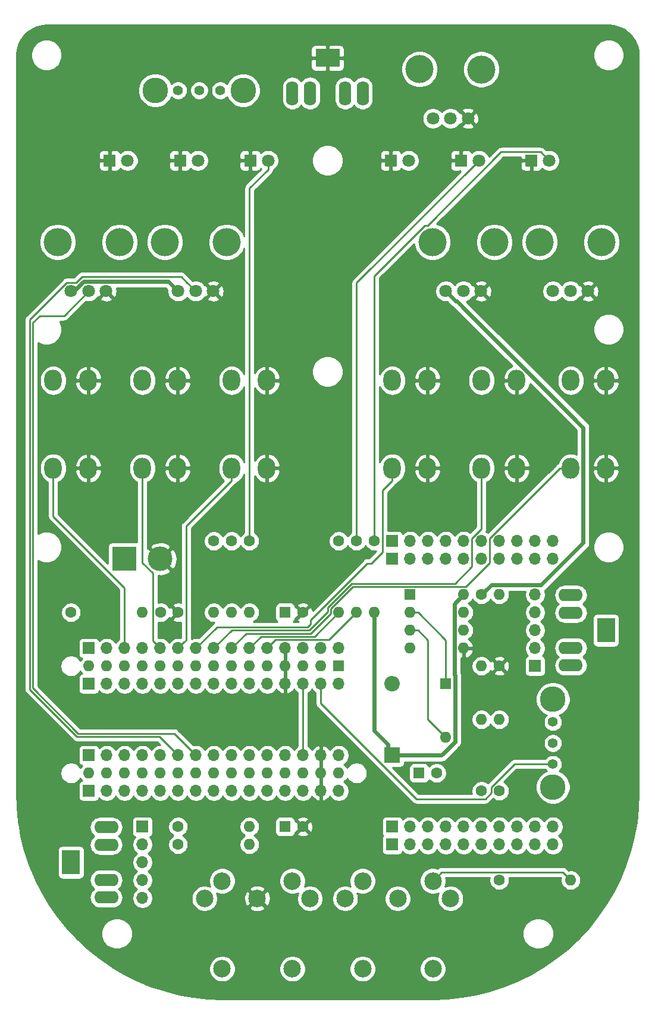
<source format=gbr>
G04 #@! TF.GenerationSoftware,KiCad,Pcbnew,(5.1.5)-3*
G04 #@! TF.CreationDate,2020-08-04T14:33:43+01:00*
G04 #@! TF.ProjectId,drumkid,6472756d-6b69-4642-9e6b-696361645f70,rev?*
G04 #@! TF.SameCoordinates,Original*
G04 #@! TF.FileFunction,Copper,L2,Bot*
G04 #@! TF.FilePolarity,Positive*
%FSLAX46Y46*%
G04 Gerber Fmt 4.6, Leading zero omitted, Abs format (unit mm)*
G04 Created by KiCad (PCBNEW (5.1.5)-3) date 2020-08-04 14:33:43*
%MOMM*%
%LPD*%
G04 APERTURE LIST*
%ADD10O,1.700000X1.700000*%
%ADD11R,1.700000X1.700000*%
%ADD12O,3.500000X1.750000*%
%ADD13R,2.500000X3.500000*%
%ADD14C,1.400000*%
%ADD15C,3.653000*%
%ADD16O,1.600000X1.600000*%
%ADD17C,1.600000*%
%ADD18R,1.600000X1.600000*%
%ADD19R,1.800000X1.800000*%
%ADD20C,1.800000*%
%ADD21O,2.500000X3.000000*%
%ADD22R,2.200000X2.200000*%
%ADD23O,2.200000X2.200000*%
%ADD24C,2.499360*%
%ADD25R,3.500000X2.500000*%
%ADD26O,1.750000X3.500000*%
%ADD27C,4.000000*%
%ADD28R,3.500120X3.500120*%
%ADD29C,3.500120*%
%ADD30C,0.800000*%
%ADD31C,0.250000*%
%ADD32C,0.625000*%
%ADD33C,0.254000*%
G04 APERTURE END LIST*
D10*
X101600000Y-124460000D03*
X99060000Y-124460000D03*
X96520000Y-124460000D03*
X93980000Y-124460000D03*
X91440000Y-124460000D03*
X88900000Y-124460000D03*
X86360000Y-124460000D03*
X83820000Y-124460000D03*
X81280000Y-124460000D03*
X78740000Y-124460000D03*
X76200000Y-124460000D03*
X73660000Y-124460000D03*
X71120000Y-124460000D03*
X68580000Y-124460000D03*
D11*
X66040000Y-124460000D03*
D10*
X101600000Y-134620000D03*
X99060000Y-134620000D03*
X96520000Y-134620000D03*
X93980000Y-134620000D03*
X91440000Y-134620000D03*
X88900000Y-134620000D03*
X86360000Y-134620000D03*
X83820000Y-134620000D03*
X81280000Y-134620000D03*
X78740000Y-134620000D03*
X76200000Y-134620000D03*
X73660000Y-134620000D03*
X71120000Y-134620000D03*
X68580000Y-134620000D03*
D11*
X66040000Y-134620000D03*
D10*
X132080000Y-106680000D03*
X129540000Y-106680000D03*
X127000000Y-106680000D03*
X124460000Y-106680000D03*
X121920000Y-106680000D03*
X119380000Y-106680000D03*
X116840000Y-106680000D03*
X114300000Y-106680000D03*
X111760000Y-106680000D03*
D11*
X109220000Y-106680000D03*
D10*
X132080000Y-144780000D03*
X129540000Y-144780000D03*
X127000000Y-144780000D03*
X124460000Y-144780000D03*
X121920000Y-144780000D03*
X119380000Y-144780000D03*
X116840000Y-144780000D03*
X114300000Y-144780000D03*
X111760000Y-144780000D03*
D11*
X109220000Y-144780000D03*
D12*
X68506000Y-144860000D03*
X68506000Y-154860000D03*
X68506000Y-147360000D03*
X68506000Y-152360000D03*
D13*
X63500000Y-149860000D03*
D10*
X73660000Y-154940000D03*
X73660000Y-152400000D03*
X73660000Y-149860000D03*
X73660000Y-147320000D03*
D11*
X73660000Y-144780000D03*
D12*
X134620000Y-121840000D03*
X134620000Y-111840000D03*
X134620000Y-119340000D03*
X134620000Y-114340000D03*
D13*
X139626000Y-116840000D03*
D10*
X129540000Y-111760000D03*
X129540000Y-114300000D03*
X129540000Y-116840000D03*
X129540000Y-119380000D03*
D11*
X129540000Y-121920000D03*
D14*
X132080000Y-135890000D03*
X132080000Y-132890000D03*
X132080000Y-129890000D03*
D15*
X132080000Y-139140000D03*
X132080000Y-126640000D03*
D16*
X124460000Y-129540000D03*
D17*
X124460000Y-139700000D03*
D16*
X121920000Y-129540000D03*
D17*
X121920000Y-139700000D03*
D18*
X113030000Y-137160000D03*
D17*
X115530000Y-137160000D03*
D16*
X121920000Y-121920000D03*
D17*
X121920000Y-111760000D03*
D19*
X129000000Y-50000000D03*
D20*
X131540000Y-50000000D03*
D19*
X69000000Y-50000000D03*
D20*
X71540000Y-50000000D03*
D17*
X124460000Y-121920000D03*
D16*
X124460000Y-111760000D03*
D21*
X121920000Y-93780000D03*
X126920000Y-93780000D03*
X121920000Y-81280000D03*
X126920000Y-81280000D03*
X60960000Y-93780000D03*
X65960000Y-93780000D03*
X60960000Y-81280000D03*
X65960000Y-81280000D03*
D19*
X119000000Y-50000000D03*
D20*
X121540000Y-50000000D03*
D10*
X101600000Y-139700000D03*
X99060000Y-139700000D03*
X96520000Y-139700000D03*
X93980000Y-139700000D03*
X91440000Y-139700000D03*
X88900000Y-139700000D03*
X86360000Y-139700000D03*
X83820000Y-139700000D03*
X81280000Y-139700000D03*
X78740000Y-139700000D03*
X76200000Y-139700000D03*
X73660000Y-139700000D03*
X71120000Y-139700000D03*
X68580000Y-139700000D03*
D11*
X66040000Y-139700000D03*
D20*
X91540000Y-50000000D03*
D19*
X89000000Y-50000000D03*
D20*
X111540000Y-50000000D03*
D19*
X109000000Y-50000000D03*
D16*
X83820000Y-114300000D03*
D17*
X83820000Y-104140000D03*
D18*
X101600000Y-121920000D03*
D16*
X68580000Y-137160000D03*
X99060000Y-121920000D03*
X71120000Y-137160000D03*
X96520000Y-121920000D03*
X73660000Y-137160000D03*
X93980000Y-121920000D03*
X76200000Y-137160000D03*
X91440000Y-121920000D03*
X78740000Y-137160000D03*
X88900000Y-121920000D03*
X81280000Y-137160000D03*
X86360000Y-121920000D03*
X83820000Y-137160000D03*
X83820000Y-121920000D03*
X86360000Y-137160000D03*
X81280000Y-121920000D03*
X88900000Y-137160000D03*
X78740000Y-121920000D03*
X91440000Y-137160000D03*
X76200000Y-121920000D03*
X93980000Y-137160000D03*
X73660000Y-121920000D03*
X96520000Y-137160000D03*
X71120000Y-121920000D03*
X99060000Y-137160000D03*
X68580000Y-121920000D03*
X101600000Y-137160000D03*
X66040000Y-121920000D03*
X66040000Y-137160000D03*
D17*
X106680000Y-104140000D03*
D16*
X106680000Y-114300000D03*
D17*
X124460000Y-152400000D03*
D16*
X134620000Y-152400000D03*
D20*
X81540000Y-50000000D03*
D19*
X79000000Y-50000000D03*
D17*
X78740000Y-147320000D03*
D16*
X88900000Y-147320000D03*
D22*
X109220000Y-134620000D03*
D23*
X109220000Y-124460000D03*
D21*
X134620000Y-93780000D03*
X139620000Y-93780000D03*
X134620000Y-81280000D03*
X139620000Y-81280000D03*
X114220000Y-81280000D03*
X109220000Y-81280000D03*
X114220000Y-93780000D03*
X109220000Y-93780000D03*
X78660000Y-81280000D03*
X73660000Y-81280000D03*
X78660000Y-93780000D03*
X73660000Y-93780000D03*
X91360000Y-81280000D03*
X86360000Y-81280000D03*
X91360000Y-93780000D03*
X86360000Y-93780000D03*
D16*
X88900000Y-144780000D03*
D17*
X78740000Y-144780000D03*
D18*
X116840000Y-124460000D03*
D16*
X116840000Y-132080000D03*
D24*
X105000000Y-165000000D03*
X115002520Y-165000000D03*
X105005080Y-152503200D03*
X117499340Y-155005100D03*
X110001260Y-155002560D03*
X114997440Y-152503200D03*
X102503180Y-155005100D03*
D16*
X86360000Y-114300000D03*
D17*
X86360000Y-104140000D03*
X101600000Y-104140000D03*
D16*
X101600000Y-114300000D03*
D11*
X66040000Y-119380000D03*
D10*
X68580000Y-119380000D03*
X71120000Y-119380000D03*
X73660000Y-119380000D03*
X76200000Y-119380000D03*
X78740000Y-119380000D03*
X81280000Y-119380000D03*
X83820000Y-119380000D03*
X86360000Y-119380000D03*
X88900000Y-119380000D03*
X91440000Y-119380000D03*
X93980000Y-119380000D03*
X96520000Y-119380000D03*
X99060000Y-119380000D03*
X101600000Y-119380000D03*
D15*
X87990000Y-40000000D03*
X75490000Y-40000000D03*
D14*
X84740000Y-40000000D03*
X81740000Y-40000000D03*
X78740000Y-40000000D03*
D16*
X104140000Y-114300000D03*
D17*
X104140000Y-104140000D03*
X88900000Y-104140000D03*
D16*
X88900000Y-114300000D03*
D24*
X82500660Y-155005100D03*
X94994920Y-152503200D03*
X89998740Y-155002560D03*
X97496820Y-155005100D03*
X85002560Y-152503200D03*
X95000000Y-165000000D03*
X84997480Y-165000000D03*
D25*
X100000000Y-35404000D03*
D26*
X102500000Y-40410000D03*
X97500000Y-40410000D03*
X105000000Y-40410000D03*
X95000000Y-40410000D03*
D20*
X121840000Y-68580000D03*
X119340000Y-68580000D03*
X116840000Y-68580000D03*
D27*
X123740000Y-61595000D03*
X114940000Y-61580000D03*
D20*
X137080000Y-68580000D03*
X134580000Y-68580000D03*
X132080000Y-68580000D03*
D27*
X138980000Y-61595000D03*
X130180000Y-61580000D03*
D20*
X83740000Y-68580000D03*
X81240000Y-68580000D03*
X78740000Y-68580000D03*
D27*
X85640000Y-61595000D03*
X76840000Y-61580000D03*
D20*
X120000000Y-44000000D03*
X117500000Y-44000000D03*
X115000000Y-44000000D03*
D27*
X121900000Y-37015000D03*
X113100000Y-37000000D03*
D18*
X111760000Y-111760000D03*
D16*
X119380000Y-119380000D03*
X111760000Y-114300000D03*
X119380000Y-116840000D03*
X111760000Y-116840000D03*
X119380000Y-114300000D03*
X111760000Y-119380000D03*
X119380000Y-111760000D03*
D20*
X68500000Y-68580000D03*
X66000000Y-68580000D03*
X63500000Y-68580000D03*
D27*
X70400000Y-61595000D03*
X61600000Y-61580000D03*
D28*
X71120000Y-106680000D03*
D29*
X76200000Y-106680000D03*
D17*
X96480000Y-144780000D03*
D18*
X93980000Y-144780000D03*
D17*
X96480000Y-114300000D03*
D18*
X93980000Y-114300000D03*
D17*
X63500000Y-114300000D03*
D16*
X73660000Y-114300000D03*
D10*
X132080000Y-104140000D03*
X129540000Y-104140000D03*
X127000000Y-104140000D03*
X124460000Y-104140000D03*
X121920000Y-104140000D03*
X119380000Y-104140000D03*
X116840000Y-104140000D03*
X114300000Y-104140000D03*
X111760000Y-104140000D03*
D11*
X109220000Y-104140000D03*
D10*
X132080000Y-147320000D03*
X129540000Y-147320000D03*
X127000000Y-147320000D03*
X124460000Y-147320000D03*
X121920000Y-147320000D03*
X119380000Y-147320000D03*
X116840000Y-147320000D03*
X114300000Y-147320000D03*
X111760000Y-147320000D03*
D11*
X109220000Y-147320000D03*
D17*
X78740000Y-114300000D03*
X76240000Y-114300000D03*
D30*
X91440000Y-129540000D03*
X81280000Y-129540000D03*
X124460000Y-116840000D03*
X93980000Y-106680000D03*
X60960000Y-116840000D03*
X101600000Y-149860000D03*
X91440000Y-160020000D03*
X109220000Y-160020000D03*
X63500000Y-144780000D03*
X134620000Y-109220000D03*
X66040000Y-109220000D03*
X58420000Y-129540000D03*
X139700000Y-147320000D03*
D31*
X58074999Y-73075999D02*
X58074999Y-125067499D01*
X66000000Y-68580000D02*
X62505001Y-72074999D01*
X59075999Y-72074999D02*
X58074999Y-73075999D01*
X62505001Y-72074999D02*
X59075999Y-72074999D01*
X58074999Y-125067499D02*
X64516000Y-131508500D01*
X78168500Y-131508500D02*
X81280000Y-134620000D01*
X64516000Y-131508500D02*
X78168500Y-131508500D01*
X57624990Y-125253900D02*
X64329600Y-131958510D01*
X57624989Y-72642009D02*
X57624990Y-125253900D01*
X62911999Y-67354999D02*
X57624989Y-72642009D01*
X81240000Y-68580000D02*
X80014999Y-67354999D01*
X76078510Y-131958510D02*
X78740000Y-134620000D01*
X64329600Y-131958510D02*
X76078510Y-131958510D01*
X79189989Y-66529989D02*
X80014999Y-67354999D01*
X65057934Y-66529989D02*
X79189989Y-66529989D01*
X64232925Y-67354999D02*
X65057934Y-66529989D01*
X62911999Y-67354999D02*
X64232925Y-67354999D01*
X121920000Y-102400998D02*
X121920000Y-93780000D01*
X103413599Y-110184989D02*
X118161011Y-110184989D01*
X120555001Y-103765997D02*
X121920000Y-102400998D01*
X83820000Y-119380000D02*
X86365510Y-116834490D01*
X120555001Y-107790999D02*
X120555001Y-103765997D01*
X118161011Y-110184989D02*
X120555001Y-107790999D01*
X100024990Y-113573598D02*
X103413599Y-110184989D01*
X86365510Y-116834490D02*
X97414510Y-116834490D01*
X97414510Y-116834490D02*
X100024989Y-114224011D01*
X100024989Y-114224011D02*
X100024990Y-113573598D01*
X109220000Y-95530000D02*
X109220000Y-93780000D01*
X107805001Y-105745499D02*
X107805001Y-96944999D01*
X84275520Y-116384480D02*
X97166020Y-116384480D01*
X97605001Y-115357177D02*
X105647178Y-107315000D01*
X107805001Y-96944999D02*
X109220000Y-95530000D01*
X81280000Y-119380000D02*
X84275520Y-116384480D01*
X106235500Y-107315000D02*
X107805001Y-105745499D01*
X97166020Y-116384480D02*
X97605001Y-115945499D01*
X105647178Y-107315000D02*
X106235500Y-107315000D01*
X97605001Y-115945499D02*
X97605001Y-115357177D01*
X92289999Y-118530001D02*
X91440000Y-119380000D01*
X92615001Y-118204999D02*
X92289999Y-118530001D01*
X100235001Y-118204999D02*
X92615001Y-118204999D01*
X104140000Y-114300000D02*
X100235001Y-118204999D01*
X104140000Y-67400000D02*
X104140000Y-104140000D01*
X121540000Y-50000000D02*
X104140000Y-67400000D01*
X101600000Y-114300000D02*
X98165490Y-117734510D01*
X90545490Y-117734510D02*
X88900000Y-119380000D01*
X98165490Y-117734510D02*
X90545490Y-117734510D01*
X133080998Y-93780000D02*
X134620000Y-93780000D01*
X123095001Y-107244001D02*
X123095001Y-103765997D01*
X119704003Y-110634999D02*
X123095001Y-107244001D01*
X123095001Y-103765997D02*
X133080998Y-93780000D01*
X103599999Y-110634999D02*
X119704003Y-110634999D01*
X100474999Y-113759999D02*
X103599999Y-110634999D01*
X97600910Y-117284500D02*
X100474999Y-114410411D01*
X86360000Y-119380000D02*
X88455500Y-117284500D01*
X88455500Y-117284500D02*
X97600910Y-117284500D01*
X100474999Y-114410411D02*
X100474999Y-113759999D01*
X88900000Y-103008630D02*
X88900000Y-104140000D01*
X88900000Y-53912792D02*
X88900000Y-103008630D01*
X91540000Y-51272792D02*
X88900000Y-53912792D01*
X91540000Y-50000000D02*
X91540000Y-51272792D01*
X122460001Y-140825001D02*
X112639999Y-140825001D01*
X99060000Y-125662081D02*
X99060000Y-124460000D01*
X123334999Y-139950003D02*
X122460001Y-140825001D01*
X112639999Y-140825001D02*
X99060000Y-127245002D01*
X123334999Y-139159999D02*
X123334999Y-139950003D01*
X99060000Y-127245002D02*
X99060000Y-125662081D01*
X126604998Y-135890000D02*
X123334999Y-139159999D01*
X132080000Y-135890000D02*
X126604998Y-135890000D01*
X71120000Y-118177919D02*
X71120000Y-119380000D01*
X71120000Y-110765122D02*
X71120000Y-118177919D01*
X60960000Y-100605122D02*
X71120000Y-110765122D01*
X60960000Y-93780000D02*
X60960000Y-100605122D01*
X79865001Y-118254999D02*
X79589999Y-118530001D01*
X86360000Y-95530000D02*
X79865001Y-102024999D01*
X79589999Y-118530001D02*
X78740000Y-119380000D01*
X79865001Y-102024999D02*
X79865001Y-118254999D01*
X86360000Y-93780000D02*
X86360000Y-95530000D01*
X75350001Y-118530001D02*
X76200000Y-119380000D01*
X75114999Y-108666090D02*
X75114999Y-118294999D01*
X75114999Y-118294999D02*
X75350001Y-118530001D01*
X73660000Y-107211091D02*
X75114999Y-108666090D01*
X73660000Y-93780000D02*
X73660000Y-107211091D01*
X106680000Y-103008630D02*
X106680000Y-104140000D01*
X106680000Y-66398998D02*
X106680000Y-103008630D01*
X113823999Y-59254999D02*
X106680000Y-66398998D01*
X114227001Y-59254999D02*
X113823999Y-59254999D01*
X124707001Y-48774999D02*
X114227001Y-59254999D01*
X130314999Y-48774999D02*
X124707001Y-48774999D01*
X131540000Y-50000000D02*
X130314999Y-48774999D01*
X112891370Y-116840000D02*
X114300000Y-118248630D01*
X111760000Y-116840000D02*
X112891370Y-116840000D01*
X114300000Y-129540000D02*
X116840000Y-132080000D01*
X114300000Y-118248630D02*
X114300000Y-129540000D01*
D32*
X118152501Y-132710001D02*
X116242502Y-134620000D01*
X116242502Y-134620000D02*
X110945000Y-134620000D01*
X118152501Y-123249999D02*
X118152501Y-132710001D01*
X110945000Y-134620000D02*
X109220000Y-134620000D01*
X118067499Y-123164997D02*
X118152501Y-123249999D01*
X118067499Y-113072501D02*
X118067499Y-123164997D01*
X119380000Y-111760000D02*
X118067499Y-113072501D01*
X106680000Y-114300000D02*
X106680000Y-131127500D01*
X106680000Y-131127500D02*
X108585000Y-133032500D01*
X108585000Y-133985000D02*
X109220000Y-134620000D01*
X108585000Y-133032500D02*
X108585000Y-133985000D01*
X77840001Y-67680001D02*
X78740000Y-68580000D01*
X77327499Y-67167499D02*
X77840001Y-67680001D01*
X65321999Y-67167499D02*
X77327499Y-67167499D01*
X63909498Y-68580000D02*
X65321999Y-67167499D01*
X63500000Y-68580000D02*
X63909498Y-68580000D01*
X122719999Y-110960001D02*
X121920000Y-111760000D01*
X123282501Y-110397499D02*
X122719999Y-110960001D01*
X130379003Y-110397499D02*
X123282501Y-110397499D01*
X136382510Y-104393992D02*
X130379003Y-110397499D01*
X136382510Y-87999945D02*
X136382510Y-104393992D01*
X118375066Y-69992501D02*
X136382510Y-87999945D01*
X118252501Y-69992501D02*
X118375066Y-69992501D01*
X116840000Y-68580000D02*
X118252501Y-69992501D01*
D31*
X116247119Y-151253521D02*
X114997440Y-152503200D01*
X133473521Y-151253521D02*
X116247119Y-151253521D01*
X134620000Y-152400000D02*
X133473521Y-151253521D01*
X116840000Y-123410000D02*
X116840000Y-124460000D01*
X116840000Y-118248630D02*
X116840000Y-123410000D01*
X112891370Y-114300000D02*
X116840000Y-118248630D01*
X111760000Y-114300000D02*
X112891370Y-114300000D01*
X96520000Y-134620000D02*
X96520000Y-124460000D01*
D33*
G36*
X140754747Y-30805281D02*
G01*
X141485643Y-31005231D01*
X142169575Y-31331450D01*
X142784928Y-31773626D01*
X143312259Y-32317789D01*
X143734886Y-32946726D01*
X144039463Y-33640570D01*
X144217715Y-34383039D01*
X144265000Y-35026949D01*
X144265001Y-139986809D01*
X144189634Y-142092345D01*
X143965335Y-144173970D01*
X143592779Y-146234234D01*
X143073870Y-148262597D01*
X142411274Y-150248645D01*
X141608366Y-152182261D01*
X140669274Y-154053507D01*
X139598785Y-155852836D01*
X138402401Y-157571009D01*
X137086217Y-159199262D01*
X135656998Y-160729233D01*
X134122043Y-162153108D01*
X132489220Y-163463585D01*
X130766874Y-164653973D01*
X128963821Y-165718172D01*
X127089308Y-166650728D01*
X125152901Y-167446881D01*
X123164547Y-168102542D01*
X121134394Y-168614365D01*
X119072830Y-168979730D01*
X116989798Y-169196827D01*
X114987502Y-169265000D01*
X85013163Y-169265000D01*
X82907655Y-169189634D01*
X80826030Y-168965335D01*
X78765766Y-168592779D01*
X76737403Y-168073870D01*
X74751355Y-167411274D01*
X72817739Y-166608366D01*
X70946493Y-165669274D01*
X69509538Y-164814375D01*
X83112800Y-164814375D01*
X83112800Y-165185625D01*
X83185227Y-165549741D01*
X83327298Y-165892731D01*
X83533554Y-166201413D01*
X83796067Y-166463926D01*
X84104749Y-166670182D01*
X84447739Y-166812253D01*
X84811855Y-166884680D01*
X85183105Y-166884680D01*
X85547221Y-166812253D01*
X85890211Y-166670182D01*
X86198893Y-166463926D01*
X86461406Y-166201413D01*
X86667662Y-165892731D01*
X86809733Y-165549741D01*
X86882160Y-165185625D01*
X86882160Y-164814375D01*
X93115320Y-164814375D01*
X93115320Y-165185625D01*
X93187747Y-165549741D01*
X93329818Y-165892731D01*
X93536074Y-166201413D01*
X93798587Y-166463926D01*
X94107269Y-166670182D01*
X94450259Y-166812253D01*
X94814375Y-166884680D01*
X95185625Y-166884680D01*
X95549741Y-166812253D01*
X95892731Y-166670182D01*
X96201413Y-166463926D01*
X96463926Y-166201413D01*
X96670182Y-165892731D01*
X96812253Y-165549741D01*
X96884680Y-165185625D01*
X96884680Y-164814375D01*
X103115320Y-164814375D01*
X103115320Y-165185625D01*
X103187747Y-165549741D01*
X103329818Y-165892731D01*
X103536074Y-166201413D01*
X103798587Y-166463926D01*
X104107269Y-166670182D01*
X104450259Y-166812253D01*
X104814375Y-166884680D01*
X105185625Y-166884680D01*
X105549741Y-166812253D01*
X105892731Y-166670182D01*
X106201413Y-166463926D01*
X106463926Y-166201413D01*
X106670182Y-165892731D01*
X106812253Y-165549741D01*
X106884680Y-165185625D01*
X106884680Y-164814375D01*
X113117840Y-164814375D01*
X113117840Y-165185625D01*
X113190267Y-165549741D01*
X113332338Y-165892731D01*
X113538594Y-166201413D01*
X113801107Y-166463926D01*
X114109789Y-166670182D01*
X114452779Y-166812253D01*
X114816895Y-166884680D01*
X115188145Y-166884680D01*
X115552261Y-166812253D01*
X115895251Y-166670182D01*
X116203933Y-166463926D01*
X116466446Y-166201413D01*
X116672702Y-165892731D01*
X116814773Y-165549741D01*
X116887200Y-165185625D01*
X116887200Y-164814375D01*
X116814773Y-164450259D01*
X116672702Y-164107269D01*
X116466446Y-163798587D01*
X116203933Y-163536074D01*
X115895251Y-163329818D01*
X115552261Y-163187747D01*
X115188145Y-163115320D01*
X114816895Y-163115320D01*
X114452779Y-163187747D01*
X114109789Y-163329818D01*
X113801107Y-163536074D01*
X113538594Y-163798587D01*
X113332338Y-164107269D01*
X113190267Y-164450259D01*
X113117840Y-164814375D01*
X106884680Y-164814375D01*
X106812253Y-164450259D01*
X106670182Y-164107269D01*
X106463926Y-163798587D01*
X106201413Y-163536074D01*
X105892731Y-163329818D01*
X105549741Y-163187747D01*
X105185625Y-163115320D01*
X104814375Y-163115320D01*
X104450259Y-163187747D01*
X104107269Y-163329818D01*
X103798587Y-163536074D01*
X103536074Y-163798587D01*
X103329818Y-164107269D01*
X103187747Y-164450259D01*
X103115320Y-164814375D01*
X96884680Y-164814375D01*
X96812253Y-164450259D01*
X96670182Y-164107269D01*
X96463926Y-163798587D01*
X96201413Y-163536074D01*
X95892731Y-163329818D01*
X95549741Y-163187747D01*
X95185625Y-163115320D01*
X94814375Y-163115320D01*
X94450259Y-163187747D01*
X94107269Y-163329818D01*
X93798587Y-163536074D01*
X93536074Y-163798587D01*
X93329818Y-164107269D01*
X93187747Y-164450259D01*
X93115320Y-164814375D01*
X86882160Y-164814375D01*
X86809733Y-164450259D01*
X86667662Y-164107269D01*
X86461406Y-163798587D01*
X86198893Y-163536074D01*
X85890211Y-163329818D01*
X85547221Y-163187747D01*
X85183105Y-163115320D01*
X84811855Y-163115320D01*
X84447739Y-163187747D01*
X84104749Y-163329818D01*
X83796067Y-163536074D01*
X83533554Y-163798587D01*
X83327298Y-164107269D01*
X83185227Y-164450259D01*
X83112800Y-164814375D01*
X69509538Y-164814375D01*
X69147164Y-164598785D01*
X67428991Y-163402401D01*
X65800738Y-162086217D01*
X64270767Y-160656998D01*
X63457116Y-159779872D01*
X67765000Y-159779872D01*
X67765000Y-160220128D01*
X67850890Y-160651925D01*
X68019369Y-161058669D01*
X68263962Y-161424729D01*
X68575271Y-161736038D01*
X68941331Y-161980631D01*
X69348075Y-162149110D01*
X69779872Y-162235000D01*
X70220128Y-162235000D01*
X70651925Y-162149110D01*
X71058669Y-161980631D01*
X71424729Y-161736038D01*
X71736038Y-161424729D01*
X71980631Y-161058669D01*
X72149110Y-160651925D01*
X72235000Y-160220128D01*
X72235000Y-159779872D01*
X127765000Y-159779872D01*
X127765000Y-160220128D01*
X127850890Y-160651925D01*
X128019369Y-161058669D01*
X128263962Y-161424729D01*
X128575271Y-161736038D01*
X128941331Y-161980631D01*
X129348075Y-162149110D01*
X129779872Y-162235000D01*
X130220128Y-162235000D01*
X130651925Y-162149110D01*
X131058669Y-161980631D01*
X131424729Y-161736038D01*
X131736038Y-161424729D01*
X131980631Y-161058669D01*
X132149110Y-160651925D01*
X132235000Y-160220128D01*
X132235000Y-159779872D01*
X132149110Y-159348075D01*
X131980631Y-158941331D01*
X131736038Y-158575271D01*
X131424729Y-158263962D01*
X131058669Y-158019369D01*
X130651925Y-157850890D01*
X130220128Y-157765000D01*
X129779872Y-157765000D01*
X129348075Y-157850890D01*
X128941331Y-158019369D01*
X128575271Y-158263962D01*
X128263962Y-158575271D01*
X128019369Y-158941331D01*
X127850890Y-159348075D01*
X127765000Y-159779872D01*
X72235000Y-159779872D01*
X72149110Y-159348075D01*
X71980631Y-158941331D01*
X71736038Y-158575271D01*
X71424729Y-158263962D01*
X71058669Y-158019369D01*
X70651925Y-157850890D01*
X70220128Y-157765000D01*
X69779872Y-157765000D01*
X69348075Y-157850890D01*
X68941331Y-158019369D01*
X68575271Y-158263962D01*
X68263962Y-158575271D01*
X68019369Y-158941331D01*
X67850890Y-159348075D01*
X67765000Y-159779872D01*
X63457116Y-159779872D01*
X62846892Y-159122043D01*
X61536415Y-157489220D01*
X60346027Y-155766874D01*
X59281828Y-153963821D01*
X58483940Y-152360000D01*
X66113694Y-152360000D01*
X66142849Y-152656012D01*
X66229192Y-152940648D01*
X66369406Y-153202970D01*
X66558103Y-153432897D01*
X66773903Y-153610000D01*
X66558103Y-153787103D01*
X66369406Y-154017030D01*
X66229192Y-154279352D01*
X66142849Y-154563988D01*
X66113694Y-154860000D01*
X66142849Y-155156012D01*
X66229192Y-155440648D01*
X66369406Y-155702970D01*
X66558103Y-155932897D01*
X66788030Y-156121594D01*
X67050352Y-156261808D01*
X67334988Y-156348151D01*
X67556822Y-156370000D01*
X69455178Y-156370000D01*
X69677012Y-156348151D01*
X69961648Y-156261808D01*
X70223970Y-156121594D01*
X70453897Y-155932897D01*
X70642594Y-155702970D01*
X70782808Y-155440648D01*
X70869151Y-155156012D01*
X70898306Y-154860000D01*
X70869151Y-154563988D01*
X70782808Y-154279352D01*
X70642594Y-154017030D01*
X70453897Y-153787103D01*
X70238097Y-153610000D01*
X70453897Y-153432897D01*
X70642594Y-153202970D01*
X70782808Y-152940648D01*
X70869151Y-152656012D01*
X70898306Y-152360000D01*
X70869151Y-152063988D01*
X70782808Y-151779352D01*
X70642594Y-151517030D01*
X70453897Y-151287103D01*
X70223970Y-151098406D01*
X69961648Y-150958192D01*
X69677012Y-150871849D01*
X69455178Y-150850000D01*
X67556822Y-150850000D01*
X67334988Y-150871849D01*
X67050352Y-150958192D01*
X66788030Y-151098406D01*
X66558103Y-151287103D01*
X66369406Y-151517030D01*
X66229192Y-151779352D01*
X66142849Y-152063988D01*
X66113694Y-152360000D01*
X58483940Y-152360000D01*
X58349272Y-152089308D01*
X57553119Y-150152901D01*
X56897458Y-148164547D01*
X56883707Y-148110000D01*
X61611928Y-148110000D01*
X61611928Y-151610000D01*
X61624188Y-151734482D01*
X61660498Y-151854180D01*
X61719463Y-151964494D01*
X61798815Y-152061185D01*
X61895506Y-152140537D01*
X62005820Y-152199502D01*
X62125518Y-152235812D01*
X62250000Y-152248072D01*
X64750000Y-152248072D01*
X64874482Y-152235812D01*
X64994180Y-152199502D01*
X65104494Y-152140537D01*
X65201185Y-152061185D01*
X65280537Y-151964494D01*
X65339502Y-151854180D01*
X65375812Y-151734482D01*
X65388072Y-151610000D01*
X65388072Y-148110000D01*
X65375812Y-147985518D01*
X65339502Y-147865820D01*
X65280537Y-147755506D01*
X65201185Y-147658815D01*
X65104494Y-147579463D01*
X64994180Y-147520498D01*
X64874482Y-147484188D01*
X64750000Y-147471928D01*
X62250000Y-147471928D01*
X62125518Y-147484188D01*
X62005820Y-147520498D01*
X61895506Y-147579463D01*
X61798815Y-147658815D01*
X61719463Y-147755506D01*
X61660498Y-147865820D01*
X61624188Y-147985518D01*
X61611928Y-148110000D01*
X56883707Y-148110000D01*
X56385635Y-146134394D01*
X56159778Y-144860000D01*
X66113694Y-144860000D01*
X66142849Y-145156012D01*
X66229192Y-145440648D01*
X66369406Y-145702970D01*
X66558103Y-145932897D01*
X66773903Y-146110000D01*
X66558103Y-146287103D01*
X66369406Y-146517030D01*
X66229192Y-146779352D01*
X66142849Y-147063988D01*
X66113694Y-147360000D01*
X66142849Y-147656012D01*
X66229192Y-147940648D01*
X66369406Y-148202970D01*
X66558103Y-148432897D01*
X66788030Y-148621594D01*
X67050352Y-148761808D01*
X67334988Y-148848151D01*
X67556822Y-148870000D01*
X69455178Y-148870000D01*
X69677012Y-148848151D01*
X69961648Y-148761808D01*
X70223970Y-148621594D01*
X70453897Y-148432897D01*
X70642594Y-148202970D01*
X70782808Y-147940648D01*
X70869151Y-147656012D01*
X70898306Y-147360000D01*
X70869151Y-147063988D01*
X70782808Y-146779352D01*
X70642594Y-146517030D01*
X70453897Y-146287103D01*
X70238097Y-146110000D01*
X70453897Y-145932897D01*
X70642594Y-145702970D01*
X70782808Y-145440648D01*
X70869151Y-145156012D01*
X70898306Y-144860000D01*
X70869151Y-144563988D01*
X70782808Y-144279352D01*
X70642594Y-144017030D01*
X70571171Y-143930000D01*
X72171928Y-143930000D01*
X72171928Y-145630000D01*
X72184188Y-145754482D01*
X72220498Y-145874180D01*
X72279463Y-145984494D01*
X72358815Y-146081185D01*
X72455506Y-146160537D01*
X72565820Y-146219502D01*
X72638380Y-146241513D01*
X72506525Y-146373368D01*
X72344010Y-146616589D01*
X72232068Y-146886842D01*
X72175000Y-147173740D01*
X72175000Y-147466260D01*
X72232068Y-147753158D01*
X72344010Y-148023411D01*
X72506525Y-148266632D01*
X72713368Y-148473475D01*
X72887760Y-148590000D01*
X72713368Y-148706525D01*
X72506525Y-148913368D01*
X72344010Y-149156589D01*
X72232068Y-149426842D01*
X72175000Y-149713740D01*
X72175000Y-150006260D01*
X72232068Y-150293158D01*
X72344010Y-150563411D01*
X72506525Y-150806632D01*
X72713368Y-151013475D01*
X72887760Y-151130000D01*
X72713368Y-151246525D01*
X72506525Y-151453368D01*
X72344010Y-151696589D01*
X72232068Y-151966842D01*
X72175000Y-152253740D01*
X72175000Y-152546260D01*
X72232068Y-152833158D01*
X72344010Y-153103411D01*
X72506525Y-153346632D01*
X72713368Y-153553475D01*
X72887760Y-153670000D01*
X72713368Y-153786525D01*
X72506525Y-153993368D01*
X72344010Y-154236589D01*
X72232068Y-154506842D01*
X72175000Y-154793740D01*
X72175000Y-155086260D01*
X72232068Y-155373158D01*
X72344010Y-155643411D01*
X72506525Y-155886632D01*
X72713368Y-156093475D01*
X72956589Y-156255990D01*
X73226842Y-156367932D01*
X73513740Y-156425000D01*
X73806260Y-156425000D01*
X74093158Y-156367932D01*
X74363411Y-156255990D01*
X74606632Y-156093475D01*
X74813475Y-155886632D01*
X74975990Y-155643411D01*
X75087932Y-155373158D01*
X75145000Y-155086260D01*
X75145000Y-154819475D01*
X80615980Y-154819475D01*
X80615980Y-155190725D01*
X80688407Y-155554841D01*
X80830478Y-155897831D01*
X81036734Y-156206513D01*
X81299247Y-156469026D01*
X81607929Y-156675282D01*
X81950919Y-156817353D01*
X82315035Y-156889780D01*
X82686285Y-156889780D01*
X83050401Y-156817353D01*
X83393391Y-156675282D01*
X83702073Y-156469026D01*
X83855162Y-156315937D01*
X88864969Y-156315937D01*
X88990844Y-156605875D01*
X89323002Y-156771699D01*
X89681127Y-156869535D01*
X90051459Y-156895625D01*
X90419765Y-156848965D01*
X90771891Y-156731349D01*
X91006636Y-156605875D01*
X91132511Y-156315937D01*
X89998740Y-155182165D01*
X88864969Y-156315937D01*
X83855162Y-156315937D01*
X83964586Y-156206513D01*
X84170842Y-155897831D01*
X84312913Y-155554841D01*
X84385340Y-155190725D01*
X84385340Y-155055279D01*
X88105675Y-155055279D01*
X88152335Y-155423585D01*
X88269951Y-155775711D01*
X88395425Y-156010456D01*
X88685363Y-156136331D01*
X89819135Y-155002560D01*
X90178345Y-155002560D01*
X91312117Y-156136331D01*
X91602055Y-156010456D01*
X91767879Y-155678298D01*
X91865715Y-155320173D01*
X91891805Y-154949841D01*
X91845145Y-154581535D01*
X91727529Y-154229409D01*
X91602055Y-153994664D01*
X91312117Y-153868789D01*
X90178345Y-155002560D01*
X89819135Y-155002560D01*
X88685363Y-153868789D01*
X88395425Y-153994664D01*
X88229601Y-154326822D01*
X88131765Y-154684947D01*
X88105675Y-155055279D01*
X84385340Y-155055279D01*
X84385340Y-154819475D01*
X84312913Y-154455359D01*
X84213985Y-154216525D01*
X84452819Y-154315453D01*
X84816935Y-154387880D01*
X85188185Y-154387880D01*
X85552301Y-154315453D01*
X85895291Y-154173382D01*
X86203973Y-153967126D01*
X86466486Y-153704613D01*
X86476796Y-153689183D01*
X88864969Y-153689183D01*
X89998740Y-154822955D01*
X91132511Y-153689183D01*
X91006636Y-153399245D01*
X90674478Y-153233421D01*
X90316353Y-153135585D01*
X89946021Y-153109495D01*
X89577715Y-153156155D01*
X89225589Y-153273771D01*
X88990844Y-153399245D01*
X88864969Y-153689183D01*
X86476796Y-153689183D01*
X86672742Y-153395931D01*
X86814813Y-153052941D01*
X86887240Y-152688825D01*
X86887240Y-152317575D01*
X93110240Y-152317575D01*
X93110240Y-152688825D01*
X93182667Y-153052941D01*
X93324738Y-153395931D01*
X93530994Y-153704613D01*
X93793507Y-153967126D01*
X94102189Y-154173382D01*
X94445179Y-154315453D01*
X94809295Y-154387880D01*
X95180545Y-154387880D01*
X95544661Y-154315453D01*
X95783495Y-154216525D01*
X95684567Y-154455359D01*
X95612140Y-154819475D01*
X95612140Y-155190725D01*
X95684567Y-155554841D01*
X95826638Y-155897831D01*
X96032894Y-156206513D01*
X96295407Y-156469026D01*
X96604089Y-156675282D01*
X96947079Y-156817353D01*
X97311195Y-156889780D01*
X97682445Y-156889780D01*
X98046561Y-156817353D01*
X98389551Y-156675282D01*
X98698233Y-156469026D01*
X98960746Y-156206513D01*
X99167002Y-155897831D01*
X99309073Y-155554841D01*
X99381500Y-155190725D01*
X99381500Y-154819475D01*
X100618500Y-154819475D01*
X100618500Y-155190725D01*
X100690927Y-155554841D01*
X100832998Y-155897831D01*
X101039254Y-156206513D01*
X101301767Y-156469026D01*
X101610449Y-156675282D01*
X101953439Y-156817353D01*
X102317555Y-156889780D01*
X102688805Y-156889780D01*
X103052921Y-156817353D01*
X103395911Y-156675282D01*
X103704593Y-156469026D01*
X103967106Y-156206513D01*
X104173362Y-155897831D01*
X104315433Y-155554841D01*
X104387860Y-155190725D01*
X104387860Y-154819475D01*
X104387355Y-154816935D01*
X108116580Y-154816935D01*
X108116580Y-155188185D01*
X108189007Y-155552301D01*
X108331078Y-155895291D01*
X108537334Y-156203973D01*
X108799847Y-156466486D01*
X109108529Y-156672742D01*
X109451519Y-156814813D01*
X109815635Y-156887240D01*
X110186885Y-156887240D01*
X110551001Y-156814813D01*
X110893991Y-156672742D01*
X111202673Y-156466486D01*
X111465186Y-156203973D01*
X111671442Y-155895291D01*
X111813513Y-155552301D01*
X111885940Y-155188185D01*
X111885940Y-154816935D01*
X111813513Y-154452819D01*
X111671442Y-154109829D01*
X111465186Y-153801147D01*
X111202673Y-153538634D01*
X110893991Y-153332378D01*
X110551001Y-153190307D01*
X110186885Y-153117880D01*
X109815635Y-153117880D01*
X109451519Y-153190307D01*
X109108529Y-153332378D01*
X108799847Y-153538634D01*
X108537334Y-153801147D01*
X108331078Y-154109829D01*
X108189007Y-154452819D01*
X108116580Y-154816935D01*
X104387355Y-154816935D01*
X104315433Y-154455359D01*
X104216505Y-154216525D01*
X104455339Y-154315453D01*
X104819455Y-154387880D01*
X105190705Y-154387880D01*
X105554821Y-154315453D01*
X105897811Y-154173382D01*
X106206493Y-153967126D01*
X106469006Y-153704613D01*
X106675262Y-153395931D01*
X106817333Y-153052941D01*
X106889760Y-152688825D01*
X106889760Y-152317575D01*
X113112760Y-152317575D01*
X113112760Y-152688825D01*
X113185187Y-153052941D01*
X113327258Y-153395931D01*
X113533514Y-153704613D01*
X113796027Y-153967126D01*
X114104709Y-154173382D01*
X114447699Y-154315453D01*
X114811815Y-154387880D01*
X115183065Y-154387880D01*
X115547181Y-154315453D01*
X115786015Y-154216525D01*
X115687087Y-154455359D01*
X115614660Y-154819475D01*
X115614660Y-155190725D01*
X115687087Y-155554841D01*
X115829158Y-155897831D01*
X116035414Y-156206513D01*
X116297927Y-156469026D01*
X116606609Y-156675282D01*
X116949599Y-156817353D01*
X117313715Y-156889780D01*
X117684965Y-156889780D01*
X118049081Y-156817353D01*
X118392071Y-156675282D01*
X118700753Y-156469026D01*
X118963266Y-156206513D01*
X119169522Y-155897831D01*
X119311593Y-155554841D01*
X119384020Y-155190725D01*
X119384020Y-154819475D01*
X119311593Y-154455359D01*
X119169522Y-154112369D01*
X118963266Y-153803687D01*
X118700753Y-153541174D01*
X118392071Y-153334918D01*
X118049081Y-153192847D01*
X117684965Y-153120420D01*
X117313715Y-153120420D01*
X116949599Y-153192847D01*
X116710765Y-153291775D01*
X116809693Y-153052941D01*
X116882120Y-152688825D01*
X116882120Y-152317575D01*
X116821640Y-152013521D01*
X123073763Y-152013521D01*
X123025000Y-152258665D01*
X123025000Y-152541335D01*
X123080147Y-152818574D01*
X123188320Y-153079727D01*
X123345363Y-153314759D01*
X123545241Y-153514637D01*
X123780273Y-153671680D01*
X124041426Y-153779853D01*
X124318665Y-153835000D01*
X124601335Y-153835000D01*
X124878574Y-153779853D01*
X125139727Y-153671680D01*
X125374759Y-153514637D01*
X125574637Y-153314759D01*
X125731680Y-153079727D01*
X125839853Y-152818574D01*
X125895000Y-152541335D01*
X125895000Y-152258665D01*
X125846237Y-152013521D01*
X133158720Y-152013521D01*
X133221312Y-152076113D01*
X133185000Y-152258665D01*
X133185000Y-152541335D01*
X133240147Y-152818574D01*
X133348320Y-153079727D01*
X133505363Y-153314759D01*
X133705241Y-153514637D01*
X133940273Y-153671680D01*
X134201426Y-153779853D01*
X134478665Y-153835000D01*
X134761335Y-153835000D01*
X135038574Y-153779853D01*
X135299727Y-153671680D01*
X135534759Y-153514637D01*
X135734637Y-153314759D01*
X135891680Y-153079727D01*
X135999853Y-152818574D01*
X136055000Y-152541335D01*
X136055000Y-152258665D01*
X135999853Y-151981426D01*
X135891680Y-151720273D01*
X135734637Y-151485241D01*
X135534759Y-151285363D01*
X135299727Y-151128320D01*
X135038574Y-151020147D01*
X134761335Y-150965000D01*
X134478665Y-150965000D01*
X134296113Y-151001312D01*
X134037325Y-150742523D01*
X134013522Y-150713520D01*
X133897797Y-150618547D01*
X133765768Y-150547975D01*
X133622507Y-150504518D01*
X133510854Y-150493521D01*
X133510843Y-150493521D01*
X133473521Y-150489845D01*
X133436199Y-150493521D01*
X116284441Y-150493521D01*
X116247119Y-150489845D01*
X116209796Y-150493521D01*
X116209786Y-150493521D01*
X116098133Y-150504518D01*
X115976607Y-150541382D01*
X115954872Y-150547975D01*
X115822842Y-150618547D01*
X115792909Y-150643113D01*
X115707118Y-150713520D01*
X115683320Y-150742518D01*
X115679912Y-150745926D01*
X115547181Y-150690947D01*
X115183065Y-150618520D01*
X114811815Y-150618520D01*
X114447699Y-150690947D01*
X114104709Y-150833018D01*
X113796027Y-151039274D01*
X113533514Y-151301787D01*
X113327258Y-151610469D01*
X113185187Y-151953459D01*
X113112760Y-152317575D01*
X106889760Y-152317575D01*
X106817333Y-151953459D01*
X106675262Y-151610469D01*
X106469006Y-151301787D01*
X106206493Y-151039274D01*
X105897811Y-150833018D01*
X105554821Y-150690947D01*
X105190705Y-150618520D01*
X104819455Y-150618520D01*
X104455339Y-150690947D01*
X104112349Y-150833018D01*
X103803667Y-151039274D01*
X103541154Y-151301787D01*
X103334898Y-151610469D01*
X103192827Y-151953459D01*
X103120400Y-152317575D01*
X103120400Y-152688825D01*
X103192827Y-153052941D01*
X103291755Y-153291775D01*
X103052921Y-153192847D01*
X102688805Y-153120420D01*
X102317555Y-153120420D01*
X101953439Y-153192847D01*
X101610449Y-153334918D01*
X101301767Y-153541174D01*
X101039254Y-153803687D01*
X100832998Y-154112369D01*
X100690927Y-154455359D01*
X100618500Y-154819475D01*
X99381500Y-154819475D01*
X99309073Y-154455359D01*
X99167002Y-154112369D01*
X98960746Y-153803687D01*
X98698233Y-153541174D01*
X98389551Y-153334918D01*
X98046561Y-153192847D01*
X97682445Y-153120420D01*
X97311195Y-153120420D01*
X96947079Y-153192847D01*
X96708245Y-153291775D01*
X96807173Y-153052941D01*
X96879600Y-152688825D01*
X96879600Y-152317575D01*
X96807173Y-151953459D01*
X96665102Y-151610469D01*
X96458846Y-151301787D01*
X96196333Y-151039274D01*
X95887651Y-150833018D01*
X95544661Y-150690947D01*
X95180545Y-150618520D01*
X94809295Y-150618520D01*
X94445179Y-150690947D01*
X94102189Y-150833018D01*
X93793507Y-151039274D01*
X93530994Y-151301787D01*
X93324738Y-151610469D01*
X93182667Y-151953459D01*
X93110240Y-152317575D01*
X86887240Y-152317575D01*
X86814813Y-151953459D01*
X86672742Y-151610469D01*
X86466486Y-151301787D01*
X86203973Y-151039274D01*
X85895291Y-150833018D01*
X85552301Y-150690947D01*
X85188185Y-150618520D01*
X84816935Y-150618520D01*
X84452819Y-150690947D01*
X84109829Y-150833018D01*
X83801147Y-151039274D01*
X83538634Y-151301787D01*
X83332378Y-151610469D01*
X83190307Y-151953459D01*
X83117880Y-152317575D01*
X83117880Y-152688825D01*
X83190307Y-153052941D01*
X83289235Y-153291775D01*
X83050401Y-153192847D01*
X82686285Y-153120420D01*
X82315035Y-153120420D01*
X81950919Y-153192847D01*
X81607929Y-153334918D01*
X81299247Y-153541174D01*
X81036734Y-153803687D01*
X80830478Y-154112369D01*
X80688407Y-154455359D01*
X80615980Y-154819475D01*
X75145000Y-154819475D01*
X75145000Y-154793740D01*
X75087932Y-154506842D01*
X74975990Y-154236589D01*
X74813475Y-153993368D01*
X74606632Y-153786525D01*
X74432240Y-153670000D01*
X74606632Y-153553475D01*
X74813475Y-153346632D01*
X74975990Y-153103411D01*
X75087932Y-152833158D01*
X75145000Y-152546260D01*
X75145000Y-152253740D01*
X75087932Y-151966842D01*
X74975990Y-151696589D01*
X74813475Y-151453368D01*
X74606632Y-151246525D01*
X74432240Y-151130000D01*
X74606632Y-151013475D01*
X74813475Y-150806632D01*
X74975990Y-150563411D01*
X75087932Y-150293158D01*
X75145000Y-150006260D01*
X75145000Y-149713740D01*
X75087932Y-149426842D01*
X74975990Y-149156589D01*
X74813475Y-148913368D01*
X74606632Y-148706525D01*
X74432240Y-148590000D01*
X74606632Y-148473475D01*
X74813475Y-148266632D01*
X74975990Y-148023411D01*
X75087932Y-147753158D01*
X75145000Y-147466260D01*
X75145000Y-147173740D01*
X75087932Y-146886842D01*
X74975990Y-146616589D01*
X74813475Y-146373368D01*
X74681620Y-146241513D01*
X74754180Y-146219502D01*
X74864494Y-146160537D01*
X74961185Y-146081185D01*
X75040537Y-145984494D01*
X75099502Y-145874180D01*
X75135812Y-145754482D01*
X75148072Y-145630000D01*
X75148072Y-144638665D01*
X77305000Y-144638665D01*
X77305000Y-144921335D01*
X77360147Y-145198574D01*
X77468320Y-145459727D01*
X77625363Y-145694759D01*
X77825241Y-145894637D01*
X78057759Y-146050000D01*
X77825241Y-146205363D01*
X77625363Y-146405241D01*
X77468320Y-146640273D01*
X77360147Y-146901426D01*
X77305000Y-147178665D01*
X77305000Y-147461335D01*
X77360147Y-147738574D01*
X77468320Y-147999727D01*
X77625363Y-148234759D01*
X77825241Y-148434637D01*
X78060273Y-148591680D01*
X78321426Y-148699853D01*
X78598665Y-148755000D01*
X78881335Y-148755000D01*
X79158574Y-148699853D01*
X79419727Y-148591680D01*
X79654759Y-148434637D01*
X79854637Y-148234759D01*
X80011680Y-147999727D01*
X80119853Y-147738574D01*
X80175000Y-147461335D01*
X80175000Y-147178665D01*
X80119853Y-146901426D01*
X80011680Y-146640273D01*
X79854637Y-146405241D01*
X79654759Y-146205363D01*
X79422241Y-146050000D01*
X79654759Y-145894637D01*
X79854637Y-145694759D01*
X80011680Y-145459727D01*
X80119853Y-145198574D01*
X80175000Y-144921335D01*
X80175000Y-144638665D01*
X87465000Y-144638665D01*
X87465000Y-144921335D01*
X87520147Y-145198574D01*
X87628320Y-145459727D01*
X87785363Y-145694759D01*
X87985241Y-145894637D01*
X88217759Y-146050000D01*
X87985241Y-146205363D01*
X87785363Y-146405241D01*
X87628320Y-146640273D01*
X87520147Y-146901426D01*
X87465000Y-147178665D01*
X87465000Y-147461335D01*
X87520147Y-147738574D01*
X87628320Y-147999727D01*
X87785363Y-148234759D01*
X87985241Y-148434637D01*
X88220273Y-148591680D01*
X88481426Y-148699853D01*
X88758665Y-148755000D01*
X89041335Y-148755000D01*
X89318574Y-148699853D01*
X89579727Y-148591680D01*
X89814759Y-148434637D01*
X90014637Y-148234759D01*
X90171680Y-147999727D01*
X90279853Y-147738574D01*
X90335000Y-147461335D01*
X90335000Y-147178665D01*
X90279853Y-146901426D01*
X90171680Y-146640273D01*
X90014637Y-146405241D01*
X89814759Y-146205363D01*
X89582241Y-146050000D01*
X89814759Y-145894637D01*
X90014637Y-145694759D01*
X90171680Y-145459727D01*
X90279853Y-145198574D01*
X90335000Y-144921335D01*
X90335000Y-144638665D01*
X90279853Y-144361426D01*
X90171680Y-144100273D01*
X90091317Y-143980000D01*
X92541928Y-143980000D01*
X92541928Y-145580000D01*
X92554188Y-145704482D01*
X92590498Y-145824180D01*
X92649463Y-145934494D01*
X92728815Y-146031185D01*
X92825506Y-146110537D01*
X92935820Y-146169502D01*
X93055518Y-146205812D01*
X93180000Y-146218072D01*
X94780000Y-146218072D01*
X94904482Y-146205812D01*
X95024180Y-146169502D01*
X95134494Y-146110537D01*
X95231185Y-146031185D01*
X95310537Y-145934494D01*
X95369502Y-145824180D01*
X95385117Y-145772702D01*
X95666903Y-145772702D01*
X95738486Y-146016671D01*
X95993996Y-146137571D01*
X96268184Y-146206300D01*
X96550512Y-146220217D01*
X96830130Y-146178787D01*
X97096292Y-146083603D01*
X97221514Y-146016671D01*
X97293097Y-145772702D01*
X96480000Y-144959605D01*
X95666903Y-145772702D01*
X95385117Y-145772702D01*
X95405812Y-145704482D01*
X95418072Y-145580000D01*
X95418072Y-145572785D01*
X95487298Y-145593097D01*
X96300395Y-144780000D01*
X96659605Y-144780000D01*
X97472702Y-145593097D01*
X97716671Y-145521514D01*
X97837571Y-145266004D01*
X97906300Y-144991816D01*
X97920217Y-144709488D01*
X97878787Y-144429870D01*
X97783603Y-144163708D01*
X97716671Y-144038486D01*
X97472702Y-143966903D01*
X96659605Y-144780000D01*
X96300395Y-144780000D01*
X95487298Y-143966903D01*
X95418072Y-143987215D01*
X95418072Y-143980000D01*
X95405812Y-143855518D01*
X95385118Y-143787298D01*
X95666903Y-143787298D01*
X96480000Y-144600395D01*
X97150395Y-143930000D01*
X107731928Y-143930000D01*
X107731928Y-145630000D01*
X107744188Y-145754482D01*
X107780498Y-145874180D01*
X107839463Y-145984494D01*
X107893222Y-146050000D01*
X107839463Y-146115506D01*
X107780498Y-146225820D01*
X107744188Y-146345518D01*
X107731928Y-146470000D01*
X107731928Y-148170000D01*
X107744188Y-148294482D01*
X107780498Y-148414180D01*
X107839463Y-148524494D01*
X107918815Y-148621185D01*
X108015506Y-148700537D01*
X108125820Y-148759502D01*
X108245518Y-148795812D01*
X108370000Y-148808072D01*
X110070000Y-148808072D01*
X110194482Y-148795812D01*
X110314180Y-148759502D01*
X110424494Y-148700537D01*
X110521185Y-148621185D01*
X110600537Y-148524494D01*
X110659502Y-148414180D01*
X110681513Y-148341620D01*
X110813368Y-148473475D01*
X111056589Y-148635990D01*
X111326842Y-148747932D01*
X111613740Y-148805000D01*
X111906260Y-148805000D01*
X112193158Y-148747932D01*
X112463411Y-148635990D01*
X112706632Y-148473475D01*
X112913475Y-148266632D01*
X113030000Y-148092240D01*
X113146525Y-148266632D01*
X113353368Y-148473475D01*
X113596589Y-148635990D01*
X113866842Y-148747932D01*
X114153740Y-148805000D01*
X114446260Y-148805000D01*
X114733158Y-148747932D01*
X115003411Y-148635990D01*
X115246632Y-148473475D01*
X115453475Y-148266632D01*
X115570000Y-148092240D01*
X115686525Y-148266632D01*
X115893368Y-148473475D01*
X116136589Y-148635990D01*
X116406842Y-148747932D01*
X116693740Y-148805000D01*
X116986260Y-148805000D01*
X117273158Y-148747932D01*
X117543411Y-148635990D01*
X117786632Y-148473475D01*
X117993475Y-148266632D01*
X118110000Y-148092240D01*
X118226525Y-148266632D01*
X118433368Y-148473475D01*
X118676589Y-148635990D01*
X118946842Y-148747932D01*
X119233740Y-148805000D01*
X119526260Y-148805000D01*
X119813158Y-148747932D01*
X120083411Y-148635990D01*
X120326632Y-148473475D01*
X120533475Y-148266632D01*
X120650000Y-148092240D01*
X120766525Y-148266632D01*
X120973368Y-148473475D01*
X121216589Y-148635990D01*
X121486842Y-148747932D01*
X121773740Y-148805000D01*
X122066260Y-148805000D01*
X122353158Y-148747932D01*
X122623411Y-148635990D01*
X122866632Y-148473475D01*
X123073475Y-148266632D01*
X123190000Y-148092240D01*
X123306525Y-148266632D01*
X123513368Y-148473475D01*
X123756589Y-148635990D01*
X124026842Y-148747932D01*
X124313740Y-148805000D01*
X124606260Y-148805000D01*
X124893158Y-148747932D01*
X125163411Y-148635990D01*
X125406632Y-148473475D01*
X125613475Y-148266632D01*
X125730000Y-148092240D01*
X125846525Y-148266632D01*
X126053368Y-148473475D01*
X126296589Y-148635990D01*
X126566842Y-148747932D01*
X126853740Y-148805000D01*
X127146260Y-148805000D01*
X127433158Y-148747932D01*
X127703411Y-148635990D01*
X127946632Y-148473475D01*
X128153475Y-148266632D01*
X128270000Y-148092240D01*
X128386525Y-148266632D01*
X128593368Y-148473475D01*
X128836589Y-148635990D01*
X129106842Y-148747932D01*
X129393740Y-148805000D01*
X129686260Y-148805000D01*
X129973158Y-148747932D01*
X130243411Y-148635990D01*
X130486632Y-148473475D01*
X130693475Y-148266632D01*
X130810000Y-148092240D01*
X130926525Y-148266632D01*
X131133368Y-148473475D01*
X131376589Y-148635990D01*
X131646842Y-148747932D01*
X131933740Y-148805000D01*
X132226260Y-148805000D01*
X132513158Y-148747932D01*
X132783411Y-148635990D01*
X133026632Y-148473475D01*
X133233475Y-148266632D01*
X133395990Y-148023411D01*
X133507932Y-147753158D01*
X133565000Y-147466260D01*
X133565000Y-147173740D01*
X133507932Y-146886842D01*
X133395990Y-146616589D01*
X133233475Y-146373368D01*
X133026632Y-146166525D01*
X132852240Y-146050000D01*
X133026632Y-145933475D01*
X133233475Y-145726632D01*
X133395990Y-145483411D01*
X133507932Y-145213158D01*
X133565000Y-144926260D01*
X133565000Y-144633740D01*
X133507932Y-144346842D01*
X133395990Y-144076589D01*
X133233475Y-143833368D01*
X133026632Y-143626525D01*
X132783411Y-143464010D01*
X132513158Y-143352068D01*
X132226260Y-143295000D01*
X131933740Y-143295000D01*
X131646842Y-143352068D01*
X131376589Y-143464010D01*
X131133368Y-143626525D01*
X130926525Y-143833368D01*
X130810000Y-144007760D01*
X130693475Y-143833368D01*
X130486632Y-143626525D01*
X130243411Y-143464010D01*
X129973158Y-143352068D01*
X129686260Y-143295000D01*
X129393740Y-143295000D01*
X129106842Y-143352068D01*
X128836589Y-143464010D01*
X128593368Y-143626525D01*
X128386525Y-143833368D01*
X128270000Y-144007760D01*
X128153475Y-143833368D01*
X127946632Y-143626525D01*
X127703411Y-143464010D01*
X127433158Y-143352068D01*
X127146260Y-143295000D01*
X126853740Y-143295000D01*
X126566842Y-143352068D01*
X126296589Y-143464010D01*
X126053368Y-143626525D01*
X125846525Y-143833368D01*
X125730000Y-144007760D01*
X125613475Y-143833368D01*
X125406632Y-143626525D01*
X125163411Y-143464010D01*
X124893158Y-143352068D01*
X124606260Y-143295000D01*
X124313740Y-143295000D01*
X124026842Y-143352068D01*
X123756589Y-143464010D01*
X123513368Y-143626525D01*
X123306525Y-143833368D01*
X123190000Y-144007760D01*
X123073475Y-143833368D01*
X122866632Y-143626525D01*
X122623411Y-143464010D01*
X122353158Y-143352068D01*
X122066260Y-143295000D01*
X121773740Y-143295000D01*
X121486842Y-143352068D01*
X121216589Y-143464010D01*
X120973368Y-143626525D01*
X120766525Y-143833368D01*
X120650000Y-144007760D01*
X120533475Y-143833368D01*
X120326632Y-143626525D01*
X120083411Y-143464010D01*
X119813158Y-143352068D01*
X119526260Y-143295000D01*
X119233740Y-143295000D01*
X118946842Y-143352068D01*
X118676589Y-143464010D01*
X118433368Y-143626525D01*
X118226525Y-143833368D01*
X118110000Y-144007760D01*
X117993475Y-143833368D01*
X117786632Y-143626525D01*
X117543411Y-143464010D01*
X117273158Y-143352068D01*
X116986260Y-143295000D01*
X116693740Y-143295000D01*
X116406842Y-143352068D01*
X116136589Y-143464010D01*
X115893368Y-143626525D01*
X115686525Y-143833368D01*
X115570000Y-144007760D01*
X115453475Y-143833368D01*
X115246632Y-143626525D01*
X115003411Y-143464010D01*
X114733158Y-143352068D01*
X114446260Y-143295000D01*
X114153740Y-143295000D01*
X113866842Y-143352068D01*
X113596589Y-143464010D01*
X113353368Y-143626525D01*
X113146525Y-143833368D01*
X113030000Y-144007760D01*
X112913475Y-143833368D01*
X112706632Y-143626525D01*
X112463411Y-143464010D01*
X112193158Y-143352068D01*
X111906260Y-143295000D01*
X111613740Y-143295000D01*
X111326842Y-143352068D01*
X111056589Y-143464010D01*
X110813368Y-143626525D01*
X110681513Y-143758380D01*
X110659502Y-143685820D01*
X110600537Y-143575506D01*
X110521185Y-143478815D01*
X110424494Y-143399463D01*
X110314180Y-143340498D01*
X110194482Y-143304188D01*
X110070000Y-143291928D01*
X108370000Y-143291928D01*
X108245518Y-143304188D01*
X108125820Y-143340498D01*
X108015506Y-143399463D01*
X107918815Y-143478815D01*
X107839463Y-143575506D01*
X107780498Y-143685820D01*
X107744188Y-143805518D01*
X107731928Y-143930000D01*
X97150395Y-143930000D01*
X97293097Y-143787298D01*
X97221514Y-143543329D01*
X96966004Y-143422429D01*
X96691816Y-143353700D01*
X96409488Y-143339783D01*
X96129870Y-143381213D01*
X95863708Y-143476397D01*
X95738486Y-143543329D01*
X95666903Y-143787298D01*
X95385118Y-143787298D01*
X95369502Y-143735820D01*
X95310537Y-143625506D01*
X95231185Y-143528815D01*
X95134494Y-143449463D01*
X95024180Y-143390498D01*
X94904482Y-143354188D01*
X94780000Y-143341928D01*
X93180000Y-143341928D01*
X93055518Y-143354188D01*
X92935820Y-143390498D01*
X92825506Y-143449463D01*
X92728815Y-143528815D01*
X92649463Y-143625506D01*
X92590498Y-143735820D01*
X92554188Y-143855518D01*
X92541928Y-143980000D01*
X90091317Y-143980000D01*
X90014637Y-143865241D01*
X89814759Y-143665363D01*
X89579727Y-143508320D01*
X89318574Y-143400147D01*
X89041335Y-143345000D01*
X88758665Y-143345000D01*
X88481426Y-143400147D01*
X88220273Y-143508320D01*
X87985241Y-143665363D01*
X87785363Y-143865241D01*
X87628320Y-144100273D01*
X87520147Y-144361426D01*
X87465000Y-144638665D01*
X80175000Y-144638665D01*
X80119853Y-144361426D01*
X80011680Y-144100273D01*
X79854637Y-143865241D01*
X79654759Y-143665363D01*
X79419727Y-143508320D01*
X79158574Y-143400147D01*
X78881335Y-143345000D01*
X78598665Y-143345000D01*
X78321426Y-143400147D01*
X78060273Y-143508320D01*
X77825241Y-143665363D01*
X77625363Y-143865241D01*
X77468320Y-144100273D01*
X77360147Y-144361426D01*
X77305000Y-144638665D01*
X75148072Y-144638665D01*
X75148072Y-143930000D01*
X75135812Y-143805518D01*
X75099502Y-143685820D01*
X75040537Y-143575506D01*
X74961185Y-143478815D01*
X74864494Y-143399463D01*
X74754180Y-143340498D01*
X74634482Y-143304188D01*
X74510000Y-143291928D01*
X72810000Y-143291928D01*
X72685518Y-143304188D01*
X72565820Y-143340498D01*
X72455506Y-143399463D01*
X72358815Y-143478815D01*
X72279463Y-143575506D01*
X72220498Y-143685820D01*
X72184188Y-143805518D01*
X72171928Y-143930000D01*
X70571171Y-143930000D01*
X70453897Y-143787103D01*
X70223970Y-143598406D01*
X69961648Y-143458192D01*
X69677012Y-143371849D01*
X69455178Y-143350000D01*
X67556822Y-143350000D01*
X67334988Y-143371849D01*
X67050352Y-143458192D01*
X66788030Y-143598406D01*
X66558103Y-143787103D01*
X66369406Y-144017030D01*
X66229192Y-144279352D01*
X66142849Y-144563988D01*
X66113694Y-144860000D01*
X56159778Y-144860000D01*
X56020270Y-144072830D01*
X55803173Y-141989798D01*
X55735000Y-139987502D01*
X55735000Y-72642009D01*
X56861313Y-72642009D01*
X56864989Y-72679331D01*
X56864991Y-125216567D01*
X56861314Y-125253900D01*
X56864991Y-125291232D01*
X56864991Y-125291233D01*
X56875988Y-125402886D01*
X56885572Y-125434482D01*
X56919444Y-125546146D01*
X56990016Y-125678176D01*
X57058141Y-125761185D01*
X57084990Y-125793901D01*
X57113988Y-125817699D01*
X63765805Y-132469518D01*
X63789599Y-132498511D01*
X63818592Y-132522305D01*
X63818596Y-132522309D01*
X63889285Y-132580321D01*
X63905324Y-132593484D01*
X64037353Y-132664056D01*
X64180614Y-132707513D01*
X64292267Y-132718510D01*
X64292276Y-132718510D01*
X64329599Y-132722186D01*
X64366922Y-132718510D01*
X75763709Y-132718510D01*
X76180199Y-133135000D01*
X76053740Y-133135000D01*
X75766842Y-133192068D01*
X75496589Y-133304010D01*
X75253368Y-133466525D01*
X75046525Y-133673368D01*
X74930000Y-133847760D01*
X74813475Y-133673368D01*
X74606632Y-133466525D01*
X74363411Y-133304010D01*
X74093158Y-133192068D01*
X73806260Y-133135000D01*
X73513740Y-133135000D01*
X73226842Y-133192068D01*
X72956589Y-133304010D01*
X72713368Y-133466525D01*
X72506525Y-133673368D01*
X72390000Y-133847760D01*
X72273475Y-133673368D01*
X72066632Y-133466525D01*
X71823411Y-133304010D01*
X71553158Y-133192068D01*
X71266260Y-133135000D01*
X70973740Y-133135000D01*
X70686842Y-133192068D01*
X70416589Y-133304010D01*
X70173368Y-133466525D01*
X69966525Y-133673368D01*
X69850000Y-133847760D01*
X69733475Y-133673368D01*
X69526632Y-133466525D01*
X69283411Y-133304010D01*
X69013158Y-133192068D01*
X68726260Y-133135000D01*
X68433740Y-133135000D01*
X68146842Y-133192068D01*
X67876589Y-133304010D01*
X67633368Y-133466525D01*
X67501513Y-133598380D01*
X67479502Y-133525820D01*
X67420537Y-133415506D01*
X67341185Y-133318815D01*
X67244494Y-133239463D01*
X67134180Y-133180498D01*
X67014482Y-133144188D01*
X66890000Y-133131928D01*
X65190000Y-133131928D01*
X65065518Y-133144188D01*
X64945820Y-133180498D01*
X64835506Y-133239463D01*
X64738815Y-133318815D01*
X64659463Y-133415506D01*
X64600498Y-133525820D01*
X64564188Y-133645518D01*
X64551928Y-133770000D01*
X64551928Y-135470000D01*
X64564188Y-135594482D01*
X64600498Y-135714180D01*
X64659463Y-135824494D01*
X64738815Y-135921185D01*
X64835506Y-136000537D01*
X64945820Y-136059502D01*
X65065518Y-136095812D01*
X65073961Y-136096643D01*
X64925363Y-136245241D01*
X64824121Y-136396760D01*
X64684545Y-136187869D01*
X64472131Y-135975455D01*
X64222358Y-135808562D01*
X63944826Y-135693605D01*
X63650199Y-135635000D01*
X63349801Y-135635000D01*
X63055174Y-135693605D01*
X62777642Y-135808562D01*
X62527869Y-135975455D01*
X62315455Y-136187869D01*
X62148562Y-136437642D01*
X62033605Y-136715174D01*
X61975000Y-137009801D01*
X61975000Y-137310199D01*
X62033605Y-137604826D01*
X62148562Y-137882358D01*
X62315455Y-138132131D01*
X62527869Y-138344545D01*
X62777642Y-138511438D01*
X63055174Y-138626395D01*
X63349801Y-138685000D01*
X63650199Y-138685000D01*
X63944826Y-138626395D01*
X64222358Y-138511438D01*
X64472131Y-138344545D01*
X64684545Y-138132131D01*
X64824121Y-137923240D01*
X64925363Y-138074759D01*
X65073961Y-138223357D01*
X65065518Y-138224188D01*
X64945820Y-138260498D01*
X64835506Y-138319463D01*
X64738815Y-138398815D01*
X64659463Y-138495506D01*
X64600498Y-138605820D01*
X64564188Y-138725518D01*
X64551928Y-138850000D01*
X64551928Y-140550000D01*
X64564188Y-140674482D01*
X64600498Y-140794180D01*
X64659463Y-140904494D01*
X64738815Y-141001185D01*
X64835506Y-141080537D01*
X64945820Y-141139502D01*
X65065518Y-141175812D01*
X65190000Y-141188072D01*
X66890000Y-141188072D01*
X67014482Y-141175812D01*
X67134180Y-141139502D01*
X67244494Y-141080537D01*
X67341185Y-141001185D01*
X67420537Y-140904494D01*
X67479502Y-140794180D01*
X67501513Y-140721620D01*
X67633368Y-140853475D01*
X67876589Y-141015990D01*
X68146842Y-141127932D01*
X68433740Y-141185000D01*
X68726260Y-141185000D01*
X69013158Y-141127932D01*
X69283411Y-141015990D01*
X69526632Y-140853475D01*
X69733475Y-140646632D01*
X69850000Y-140472240D01*
X69966525Y-140646632D01*
X70173368Y-140853475D01*
X70416589Y-141015990D01*
X70686842Y-141127932D01*
X70973740Y-141185000D01*
X71266260Y-141185000D01*
X71553158Y-141127932D01*
X71823411Y-141015990D01*
X72066632Y-140853475D01*
X72273475Y-140646632D01*
X72390000Y-140472240D01*
X72506525Y-140646632D01*
X72713368Y-140853475D01*
X72956589Y-141015990D01*
X73226842Y-141127932D01*
X73513740Y-141185000D01*
X73806260Y-141185000D01*
X74093158Y-141127932D01*
X74363411Y-141015990D01*
X74606632Y-140853475D01*
X74813475Y-140646632D01*
X74930000Y-140472240D01*
X75046525Y-140646632D01*
X75253368Y-140853475D01*
X75496589Y-141015990D01*
X75766842Y-141127932D01*
X76053740Y-141185000D01*
X76346260Y-141185000D01*
X76633158Y-141127932D01*
X76903411Y-141015990D01*
X77146632Y-140853475D01*
X77353475Y-140646632D01*
X77470000Y-140472240D01*
X77586525Y-140646632D01*
X77793368Y-140853475D01*
X78036589Y-141015990D01*
X78306842Y-141127932D01*
X78593740Y-141185000D01*
X78886260Y-141185000D01*
X79173158Y-141127932D01*
X79443411Y-141015990D01*
X79686632Y-140853475D01*
X79893475Y-140646632D01*
X80010000Y-140472240D01*
X80126525Y-140646632D01*
X80333368Y-140853475D01*
X80576589Y-141015990D01*
X80846842Y-141127932D01*
X81133740Y-141185000D01*
X81426260Y-141185000D01*
X81713158Y-141127932D01*
X81983411Y-141015990D01*
X82226632Y-140853475D01*
X82433475Y-140646632D01*
X82550000Y-140472240D01*
X82666525Y-140646632D01*
X82873368Y-140853475D01*
X83116589Y-141015990D01*
X83386842Y-141127932D01*
X83673740Y-141185000D01*
X83966260Y-141185000D01*
X84253158Y-141127932D01*
X84523411Y-141015990D01*
X84766632Y-140853475D01*
X84973475Y-140646632D01*
X85090000Y-140472240D01*
X85206525Y-140646632D01*
X85413368Y-140853475D01*
X85656589Y-141015990D01*
X85926842Y-141127932D01*
X86213740Y-141185000D01*
X86506260Y-141185000D01*
X86793158Y-141127932D01*
X87063411Y-141015990D01*
X87306632Y-140853475D01*
X87513475Y-140646632D01*
X87630000Y-140472240D01*
X87746525Y-140646632D01*
X87953368Y-140853475D01*
X88196589Y-141015990D01*
X88466842Y-141127932D01*
X88753740Y-141185000D01*
X89046260Y-141185000D01*
X89333158Y-141127932D01*
X89603411Y-141015990D01*
X89846632Y-140853475D01*
X90053475Y-140646632D01*
X90170000Y-140472240D01*
X90286525Y-140646632D01*
X90493368Y-140853475D01*
X90736589Y-141015990D01*
X91006842Y-141127932D01*
X91293740Y-141185000D01*
X91586260Y-141185000D01*
X91873158Y-141127932D01*
X92143411Y-141015990D01*
X92386632Y-140853475D01*
X92593475Y-140646632D01*
X92710000Y-140472240D01*
X92826525Y-140646632D01*
X93033368Y-140853475D01*
X93276589Y-141015990D01*
X93546842Y-141127932D01*
X93833740Y-141185000D01*
X94126260Y-141185000D01*
X94413158Y-141127932D01*
X94683411Y-141015990D01*
X94926632Y-140853475D01*
X95133475Y-140646632D01*
X95250000Y-140472240D01*
X95366525Y-140646632D01*
X95573368Y-140853475D01*
X95816589Y-141015990D01*
X96086842Y-141127932D01*
X96373740Y-141185000D01*
X96666260Y-141185000D01*
X96953158Y-141127932D01*
X97223411Y-141015990D01*
X97466632Y-140853475D01*
X97673475Y-140646632D01*
X97795195Y-140464466D01*
X97864822Y-140581355D01*
X98059731Y-140797588D01*
X98293080Y-140971641D01*
X98555901Y-141096825D01*
X98703110Y-141141476D01*
X98933000Y-141020155D01*
X98933000Y-139827000D01*
X98913000Y-139827000D01*
X98913000Y-139573000D01*
X98933000Y-139573000D01*
X98933000Y-137287000D01*
X98913000Y-137287000D01*
X98913000Y-137033000D01*
X98933000Y-137033000D01*
X98933000Y-134747000D01*
X98913000Y-134747000D01*
X98913000Y-134493000D01*
X98933000Y-134493000D01*
X98933000Y-133299845D01*
X99187000Y-133299845D01*
X99187000Y-134493000D01*
X99207000Y-134493000D01*
X99207000Y-134747000D01*
X99187000Y-134747000D01*
X99187000Y-137033000D01*
X99207000Y-137033000D01*
X99207000Y-137287000D01*
X99187000Y-137287000D01*
X99187000Y-139573000D01*
X99207000Y-139573000D01*
X99207000Y-139827000D01*
X99187000Y-139827000D01*
X99187000Y-141020155D01*
X99416890Y-141141476D01*
X99564099Y-141096825D01*
X99826920Y-140971641D01*
X100060269Y-140797588D01*
X100255178Y-140581355D01*
X100324805Y-140464466D01*
X100446525Y-140646632D01*
X100653368Y-140853475D01*
X100896589Y-141015990D01*
X101166842Y-141127932D01*
X101453740Y-141185000D01*
X101746260Y-141185000D01*
X102033158Y-141127932D01*
X102303411Y-141015990D01*
X102546632Y-140853475D01*
X102753475Y-140646632D01*
X102915990Y-140403411D01*
X103027932Y-140133158D01*
X103085000Y-139846260D01*
X103085000Y-139553740D01*
X103027932Y-139266842D01*
X102915990Y-138996589D01*
X102753475Y-138753368D01*
X102546632Y-138546525D01*
X102327241Y-138399932D01*
X102514759Y-138274637D01*
X102714637Y-138074759D01*
X102815879Y-137923240D01*
X102955455Y-138132131D01*
X103167869Y-138344545D01*
X103417642Y-138511438D01*
X103695174Y-138626395D01*
X103989801Y-138685000D01*
X104290199Y-138685000D01*
X104584826Y-138626395D01*
X104862358Y-138511438D01*
X105112131Y-138344545D01*
X105324545Y-138132131D01*
X105491438Y-137882358D01*
X105606395Y-137604826D01*
X105665000Y-137310199D01*
X105665000Y-137009801D01*
X105606395Y-136715174D01*
X105491438Y-136437642D01*
X105324545Y-136187869D01*
X105112131Y-135975455D01*
X104862358Y-135808562D01*
X104584826Y-135693605D01*
X104290199Y-135635000D01*
X103989801Y-135635000D01*
X103695174Y-135693605D01*
X103417642Y-135808562D01*
X103167869Y-135975455D01*
X102955455Y-136187869D01*
X102815879Y-136396760D01*
X102714637Y-136245241D01*
X102514759Y-136045363D01*
X102327241Y-135920068D01*
X102546632Y-135773475D01*
X102753475Y-135566632D01*
X102915990Y-135323411D01*
X103027932Y-135053158D01*
X103085000Y-134766260D01*
X103085000Y-134473740D01*
X103027932Y-134186842D01*
X102915990Y-133916589D01*
X102753475Y-133673368D01*
X102546632Y-133466525D01*
X102303411Y-133304010D01*
X102033158Y-133192068D01*
X101746260Y-133135000D01*
X101453740Y-133135000D01*
X101166842Y-133192068D01*
X100896589Y-133304010D01*
X100653368Y-133466525D01*
X100446525Y-133673368D01*
X100324805Y-133855534D01*
X100255178Y-133738645D01*
X100060269Y-133522412D01*
X99826920Y-133348359D01*
X99564099Y-133223175D01*
X99416890Y-133178524D01*
X99187000Y-133299845D01*
X98933000Y-133299845D01*
X98703110Y-133178524D01*
X98555901Y-133223175D01*
X98293080Y-133348359D01*
X98059731Y-133522412D01*
X97864822Y-133738645D01*
X97795195Y-133855534D01*
X97673475Y-133673368D01*
X97466632Y-133466525D01*
X97280000Y-133341822D01*
X97280000Y-125738178D01*
X97466632Y-125613475D01*
X97673475Y-125406632D01*
X97790000Y-125232240D01*
X97906525Y-125406632D01*
X98113368Y-125613475D01*
X98300001Y-125738179D01*
X98300000Y-127207679D01*
X98296324Y-127245002D01*
X98300000Y-127282324D01*
X98300000Y-127282334D01*
X98310997Y-127393987D01*
X98354454Y-127537248D01*
X98425026Y-127669278D01*
X98464871Y-127717828D01*
X98519999Y-127785003D01*
X98549003Y-127808806D01*
X112076200Y-141336004D01*
X112099998Y-141365002D01*
X112215723Y-141459975D01*
X112347752Y-141530547D01*
X112491013Y-141574004D01*
X112602666Y-141585001D01*
X112602674Y-141585001D01*
X112639999Y-141588677D01*
X112677324Y-141585001D01*
X122422679Y-141585001D01*
X122460001Y-141588677D01*
X122497323Y-141585001D01*
X122497334Y-141585001D01*
X122608987Y-141574004D01*
X122752248Y-141530547D01*
X122884277Y-141459975D01*
X123000002Y-141365002D01*
X123023804Y-141335999D01*
X123545204Y-140814600D01*
X123545241Y-140814637D01*
X123780273Y-140971680D01*
X124041426Y-141079853D01*
X124318665Y-141135000D01*
X124601335Y-141135000D01*
X124878574Y-141079853D01*
X125139727Y-140971680D01*
X125374759Y-140814637D01*
X125574637Y-140614759D01*
X125731680Y-140379727D01*
X125839853Y-140118574D01*
X125895000Y-139841335D01*
X125895000Y-139558665D01*
X125839853Y-139281426D01*
X125731680Y-139020273D01*
X125574637Y-138785241D01*
X125374759Y-138585363D01*
X125140777Y-138429022D01*
X126919800Y-136650000D01*
X130982225Y-136650000D01*
X131043038Y-136741013D01*
X131159147Y-136857122D01*
X130914043Y-136958647D01*
X130510885Y-137228028D01*
X130168028Y-137570885D01*
X129898647Y-137974043D01*
X129713094Y-138422007D01*
X129618500Y-138897563D01*
X129618500Y-139382437D01*
X129713094Y-139857993D01*
X129898647Y-140305957D01*
X130168028Y-140709115D01*
X130510885Y-141051972D01*
X130914043Y-141321353D01*
X131362007Y-141506906D01*
X131837563Y-141601500D01*
X132322437Y-141601500D01*
X132797993Y-141506906D01*
X133245957Y-141321353D01*
X133649115Y-141051972D01*
X133991972Y-140709115D01*
X134261353Y-140305957D01*
X134446906Y-139857993D01*
X134541500Y-139382437D01*
X134541500Y-138897563D01*
X134446906Y-138422007D01*
X134261353Y-137974043D01*
X133991972Y-137570885D01*
X133649115Y-137228028D01*
X133245957Y-136958647D01*
X133000853Y-136857122D01*
X133116962Y-136741013D01*
X133263061Y-136522359D01*
X133363696Y-136279405D01*
X133415000Y-136021486D01*
X133415000Y-135758514D01*
X133363696Y-135500595D01*
X133263061Y-135257641D01*
X133116962Y-135038987D01*
X132931013Y-134853038D01*
X132712359Y-134706939D01*
X132469405Y-134606304D01*
X132211486Y-134555000D01*
X131948514Y-134555000D01*
X131690595Y-134606304D01*
X131447641Y-134706939D01*
X131228987Y-134853038D01*
X131043038Y-135038987D01*
X130982225Y-135130000D01*
X126642321Y-135130000D01*
X126604998Y-135126324D01*
X126567675Y-135130000D01*
X126567665Y-135130000D01*
X126456012Y-135140997D01*
X126314910Y-135183799D01*
X126312751Y-135184454D01*
X126180721Y-135255026D01*
X126134176Y-135293225D01*
X126064997Y-135349999D01*
X126041199Y-135378997D01*
X122834796Y-138585400D01*
X122834759Y-138585363D01*
X122599727Y-138428320D01*
X122338574Y-138320147D01*
X122061335Y-138265000D01*
X121778665Y-138265000D01*
X121501426Y-138320147D01*
X121240273Y-138428320D01*
X121005241Y-138585363D01*
X120805363Y-138785241D01*
X120648320Y-139020273D01*
X120540147Y-139281426D01*
X120485000Y-139558665D01*
X120485000Y-139841335D01*
X120529491Y-140065001D01*
X112954801Y-140065001D01*
X109249800Y-136360000D01*
X111591928Y-136360000D01*
X111591928Y-137960000D01*
X111604188Y-138084482D01*
X111640498Y-138204180D01*
X111699463Y-138314494D01*
X111778815Y-138411185D01*
X111875506Y-138490537D01*
X111985820Y-138549502D01*
X112105518Y-138585812D01*
X112230000Y-138598072D01*
X113830000Y-138598072D01*
X113954482Y-138585812D01*
X114074180Y-138549502D01*
X114184494Y-138490537D01*
X114281185Y-138411185D01*
X114360537Y-138314494D01*
X114419502Y-138204180D01*
X114448661Y-138108057D01*
X114615241Y-138274637D01*
X114850273Y-138431680D01*
X115111426Y-138539853D01*
X115388665Y-138595000D01*
X115671335Y-138595000D01*
X115948574Y-138539853D01*
X116209727Y-138431680D01*
X116444759Y-138274637D01*
X116644637Y-138074759D01*
X116801680Y-137839727D01*
X116909853Y-137578574D01*
X116965000Y-137301335D01*
X116965000Y-137018665D01*
X116909853Y-136741426D01*
X116801680Y-136480273D01*
X116644637Y-136245241D01*
X116444759Y-136045363D01*
X116209727Y-135888320D01*
X115948574Y-135780147D01*
X115671335Y-135725000D01*
X115388665Y-135725000D01*
X115111426Y-135780147D01*
X114850273Y-135888320D01*
X114615241Y-136045363D01*
X114448661Y-136211943D01*
X114419502Y-136115820D01*
X114360537Y-136005506D01*
X114281185Y-135908815D01*
X114184494Y-135829463D01*
X114074180Y-135770498D01*
X113954482Y-135734188D01*
X113830000Y-135721928D01*
X112230000Y-135721928D01*
X112105518Y-135734188D01*
X111985820Y-135770498D01*
X111875506Y-135829463D01*
X111778815Y-135908815D01*
X111699463Y-136005506D01*
X111640498Y-136115820D01*
X111604188Y-136235518D01*
X111591928Y-136360000D01*
X109249800Y-136360000D01*
X109247872Y-136358072D01*
X110320000Y-136358072D01*
X110444482Y-136345812D01*
X110564180Y-136309502D01*
X110674494Y-136250537D01*
X110771185Y-136171185D01*
X110850537Y-136074494D01*
X110909502Y-135964180D01*
X110945812Y-135844482D01*
X110958072Y-135720000D01*
X110958072Y-135567500D01*
X116195968Y-135567500D01*
X116242502Y-135572083D01*
X116289036Y-135567500D01*
X116289044Y-135567500D01*
X116428244Y-135553790D01*
X116606849Y-135499611D01*
X116771452Y-135411629D01*
X116915727Y-135293225D01*
X116945402Y-135257066D01*
X118789572Y-133412897D01*
X118825726Y-133383226D01*
X118944130Y-133238951D01*
X119032112Y-133074348D01*
X119086291Y-132895743D01*
X119099806Y-132758514D01*
X130745000Y-132758514D01*
X130745000Y-133021486D01*
X130796304Y-133279405D01*
X130896939Y-133522359D01*
X131043038Y-133741013D01*
X131228987Y-133926962D01*
X131447641Y-134073061D01*
X131690595Y-134173696D01*
X131948514Y-134225000D01*
X132211486Y-134225000D01*
X132469405Y-134173696D01*
X132712359Y-134073061D01*
X132931013Y-133926962D01*
X133116962Y-133741013D01*
X133263061Y-133522359D01*
X133363696Y-133279405D01*
X133415000Y-133021486D01*
X133415000Y-132758514D01*
X133363696Y-132500595D01*
X133263061Y-132257641D01*
X133116962Y-132038987D01*
X132931013Y-131853038D01*
X132712359Y-131706939D01*
X132469405Y-131606304D01*
X132211486Y-131555000D01*
X131948514Y-131555000D01*
X131690595Y-131606304D01*
X131447641Y-131706939D01*
X131228987Y-131853038D01*
X131043038Y-132038987D01*
X130896939Y-132257641D01*
X130796304Y-132500595D01*
X130745000Y-132758514D01*
X119099806Y-132758514D01*
X119100001Y-132756543D01*
X119100001Y-132756536D01*
X119104584Y-132710002D01*
X119100001Y-132663468D01*
X119100001Y-129398665D01*
X120485000Y-129398665D01*
X120485000Y-129681335D01*
X120540147Y-129958574D01*
X120648320Y-130219727D01*
X120805363Y-130454759D01*
X121005241Y-130654637D01*
X121240273Y-130811680D01*
X121501426Y-130919853D01*
X121778665Y-130975000D01*
X122061335Y-130975000D01*
X122338574Y-130919853D01*
X122599727Y-130811680D01*
X122834759Y-130654637D01*
X123034637Y-130454759D01*
X123190000Y-130222241D01*
X123345363Y-130454759D01*
X123545241Y-130654637D01*
X123780273Y-130811680D01*
X124041426Y-130919853D01*
X124318665Y-130975000D01*
X124601335Y-130975000D01*
X124878574Y-130919853D01*
X125139727Y-130811680D01*
X125374759Y-130654637D01*
X125574637Y-130454759D01*
X125731680Y-130219727D01*
X125839853Y-129958574D01*
X125895000Y-129681335D01*
X125895000Y-129398665D01*
X125839853Y-129121426D01*
X125731680Y-128860273D01*
X125574637Y-128625241D01*
X125374759Y-128425363D01*
X125139727Y-128268320D01*
X124878574Y-128160147D01*
X124601335Y-128105000D01*
X124318665Y-128105000D01*
X124041426Y-128160147D01*
X123780273Y-128268320D01*
X123545241Y-128425363D01*
X123345363Y-128625241D01*
X123190000Y-128857759D01*
X123034637Y-128625241D01*
X122834759Y-128425363D01*
X122599727Y-128268320D01*
X122338574Y-128160147D01*
X122061335Y-128105000D01*
X121778665Y-128105000D01*
X121501426Y-128160147D01*
X121240273Y-128268320D01*
X121005241Y-128425363D01*
X120805363Y-128625241D01*
X120648320Y-128860273D01*
X120540147Y-129121426D01*
X120485000Y-129398665D01*
X119100001Y-129398665D01*
X119100001Y-126397563D01*
X129618500Y-126397563D01*
X129618500Y-126882437D01*
X129713094Y-127357993D01*
X129898647Y-127805957D01*
X130168028Y-128209115D01*
X130510885Y-128551972D01*
X130914043Y-128821353D01*
X131159147Y-128922878D01*
X131043038Y-129038987D01*
X130896939Y-129257641D01*
X130796304Y-129500595D01*
X130745000Y-129758514D01*
X130745000Y-130021486D01*
X130796304Y-130279405D01*
X130896939Y-130522359D01*
X131043038Y-130741013D01*
X131228987Y-130926962D01*
X131447641Y-131073061D01*
X131690595Y-131173696D01*
X131948514Y-131225000D01*
X132211486Y-131225000D01*
X132469405Y-131173696D01*
X132712359Y-131073061D01*
X132931013Y-130926962D01*
X133116962Y-130741013D01*
X133263061Y-130522359D01*
X133363696Y-130279405D01*
X133415000Y-130021486D01*
X133415000Y-129758514D01*
X133363696Y-129500595D01*
X133263061Y-129257641D01*
X133116962Y-129038987D01*
X133000853Y-128922878D01*
X133245957Y-128821353D01*
X133649115Y-128551972D01*
X133991972Y-128209115D01*
X134261353Y-127805957D01*
X134446906Y-127357993D01*
X134541500Y-126882437D01*
X134541500Y-126397563D01*
X134446906Y-125922007D01*
X134261353Y-125474043D01*
X133991972Y-125070885D01*
X133649115Y-124728028D01*
X133245957Y-124458647D01*
X132797993Y-124273094D01*
X132322437Y-124178500D01*
X131837563Y-124178500D01*
X131362007Y-124273094D01*
X130914043Y-124458647D01*
X130510885Y-124728028D01*
X130168028Y-125070885D01*
X129898647Y-125474043D01*
X129713094Y-125922007D01*
X129618500Y-126397563D01*
X119100001Y-126397563D01*
X119100001Y-123296533D01*
X119104584Y-123249999D01*
X119100001Y-123203465D01*
X119100001Y-123203457D01*
X119086291Y-123064257D01*
X119032112Y-122885652D01*
X119014999Y-122853636D01*
X119014999Y-121778665D01*
X120485000Y-121778665D01*
X120485000Y-122061335D01*
X120540147Y-122338574D01*
X120648320Y-122599727D01*
X120805363Y-122834759D01*
X121005241Y-123034637D01*
X121240273Y-123191680D01*
X121501426Y-123299853D01*
X121778665Y-123355000D01*
X122061335Y-123355000D01*
X122338574Y-123299853D01*
X122599727Y-123191680D01*
X122834759Y-123034637D01*
X122956694Y-122912702D01*
X123646903Y-122912702D01*
X123718486Y-123156671D01*
X123973996Y-123277571D01*
X124248184Y-123346300D01*
X124530512Y-123360217D01*
X124810130Y-123318787D01*
X125076292Y-123223603D01*
X125201514Y-123156671D01*
X125273097Y-122912702D01*
X124460000Y-122099605D01*
X123646903Y-122912702D01*
X122956694Y-122912702D01*
X123034637Y-122834759D01*
X123190915Y-122600872D01*
X123223329Y-122661514D01*
X123467298Y-122733097D01*
X124280395Y-121920000D01*
X124639605Y-121920000D01*
X125452702Y-122733097D01*
X125696671Y-122661514D01*
X125817571Y-122406004D01*
X125886300Y-122131816D01*
X125900217Y-121849488D01*
X125858787Y-121569870D01*
X125763603Y-121303708D01*
X125696671Y-121178486D01*
X125452702Y-121106903D01*
X124639605Y-121920000D01*
X124280395Y-121920000D01*
X123467298Y-121106903D01*
X123223329Y-121178486D01*
X123192806Y-121242992D01*
X123191680Y-121240273D01*
X123034637Y-121005241D01*
X122956694Y-120927298D01*
X123646903Y-120927298D01*
X124460000Y-121740395D01*
X125273097Y-120927298D01*
X125201514Y-120683329D01*
X124946004Y-120562429D01*
X124671816Y-120493700D01*
X124389488Y-120479783D01*
X124109870Y-120521213D01*
X123843708Y-120616397D01*
X123718486Y-120683329D01*
X123646903Y-120927298D01*
X122956694Y-120927298D01*
X122834759Y-120805363D01*
X122599727Y-120648320D01*
X122338574Y-120540147D01*
X122061335Y-120485000D01*
X121778665Y-120485000D01*
X121501426Y-120540147D01*
X121240273Y-120648320D01*
X121005241Y-120805363D01*
X120805363Y-121005241D01*
X120648320Y-121240273D01*
X120540147Y-121501426D01*
X120485000Y-121778665D01*
X119014999Y-121778665D01*
X119014999Y-120766193D01*
X119030960Y-120771909D01*
X119253000Y-120650624D01*
X119253000Y-119507000D01*
X119507000Y-119507000D01*
X119507000Y-120650624D01*
X119729040Y-120771909D01*
X119993881Y-120677070D01*
X120235131Y-120532385D01*
X120443519Y-120343414D01*
X120611037Y-120117420D01*
X120731246Y-119863087D01*
X120771904Y-119729039D01*
X120649915Y-119507000D01*
X119507000Y-119507000D01*
X119253000Y-119507000D01*
X119233000Y-119507000D01*
X119233000Y-119253000D01*
X119253000Y-119253000D01*
X119253000Y-119233000D01*
X119507000Y-119233000D01*
X119507000Y-119253000D01*
X120649915Y-119253000D01*
X120771904Y-119030961D01*
X120731246Y-118896913D01*
X120611037Y-118642580D01*
X120443519Y-118416586D01*
X120235131Y-118227615D01*
X120049135Y-118116067D01*
X120059727Y-118111680D01*
X120294759Y-117954637D01*
X120494637Y-117754759D01*
X120651680Y-117519727D01*
X120759853Y-117258574D01*
X120815000Y-116981335D01*
X120815000Y-116698665D01*
X120759853Y-116421426D01*
X120651680Y-116160273D01*
X120494637Y-115925241D01*
X120294759Y-115725363D01*
X120062241Y-115570000D01*
X120294759Y-115414637D01*
X120494637Y-115214759D01*
X120651680Y-114979727D01*
X120759853Y-114718574D01*
X120815000Y-114441335D01*
X120815000Y-114158665D01*
X120759853Y-113881426D01*
X120651680Y-113620273D01*
X120494637Y-113385241D01*
X120294759Y-113185363D01*
X120062241Y-113030000D01*
X120294759Y-112874637D01*
X120494637Y-112674759D01*
X120650000Y-112442241D01*
X120805363Y-112674759D01*
X121005241Y-112874637D01*
X121240273Y-113031680D01*
X121501426Y-113139853D01*
X121778665Y-113195000D01*
X122061335Y-113195000D01*
X122338574Y-113139853D01*
X122599727Y-113031680D01*
X122834759Y-112874637D01*
X123034637Y-112674759D01*
X123190000Y-112442241D01*
X123345363Y-112674759D01*
X123545241Y-112874637D01*
X123780273Y-113031680D01*
X124041426Y-113139853D01*
X124318665Y-113195000D01*
X124601335Y-113195000D01*
X124878574Y-113139853D01*
X125139727Y-113031680D01*
X125374759Y-112874637D01*
X125574637Y-112674759D01*
X125731680Y-112439727D01*
X125839853Y-112178574D01*
X125895000Y-111901335D01*
X125895000Y-111618665D01*
X125840564Y-111344999D01*
X128108456Y-111344999D01*
X128055000Y-111613740D01*
X128055000Y-111906260D01*
X128112068Y-112193158D01*
X128224010Y-112463411D01*
X128386525Y-112706632D01*
X128593368Y-112913475D01*
X128767760Y-113030000D01*
X128593368Y-113146525D01*
X128386525Y-113353368D01*
X128224010Y-113596589D01*
X128112068Y-113866842D01*
X128055000Y-114153740D01*
X128055000Y-114446260D01*
X128112068Y-114733158D01*
X128224010Y-115003411D01*
X128386525Y-115246632D01*
X128593368Y-115453475D01*
X128767760Y-115570000D01*
X128593368Y-115686525D01*
X128386525Y-115893368D01*
X128224010Y-116136589D01*
X128112068Y-116406842D01*
X128055000Y-116693740D01*
X128055000Y-116986260D01*
X128112068Y-117273158D01*
X128224010Y-117543411D01*
X128386525Y-117786632D01*
X128593368Y-117993475D01*
X128767760Y-118110000D01*
X128593368Y-118226525D01*
X128386525Y-118433368D01*
X128224010Y-118676589D01*
X128112068Y-118946842D01*
X128055000Y-119233740D01*
X128055000Y-119526260D01*
X128112068Y-119813158D01*
X128224010Y-120083411D01*
X128386525Y-120326632D01*
X128518380Y-120458487D01*
X128445820Y-120480498D01*
X128335506Y-120539463D01*
X128238815Y-120618815D01*
X128159463Y-120715506D01*
X128100498Y-120825820D01*
X128064188Y-120945518D01*
X128051928Y-121070000D01*
X128051928Y-122770000D01*
X128064188Y-122894482D01*
X128100498Y-123014180D01*
X128159463Y-123124494D01*
X128238815Y-123221185D01*
X128335506Y-123300537D01*
X128445820Y-123359502D01*
X128565518Y-123395812D01*
X128690000Y-123408072D01*
X130390000Y-123408072D01*
X130514482Y-123395812D01*
X130634180Y-123359502D01*
X130744494Y-123300537D01*
X130841185Y-123221185D01*
X130920537Y-123124494D01*
X130979502Y-123014180D01*
X131015812Y-122894482D01*
X131028072Y-122770000D01*
X131028072Y-121070000D01*
X131015812Y-120945518D01*
X130979502Y-120825820D01*
X130920537Y-120715506D01*
X130841185Y-120618815D01*
X130744494Y-120539463D01*
X130634180Y-120480498D01*
X130561620Y-120458487D01*
X130693475Y-120326632D01*
X130855990Y-120083411D01*
X130967932Y-119813158D01*
X131025000Y-119526260D01*
X131025000Y-119340000D01*
X132227694Y-119340000D01*
X132256849Y-119636012D01*
X132343192Y-119920648D01*
X132483406Y-120182970D01*
X132672103Y-120412897D01*
X132887903Y-120590000D01*
X132672103Y-120767103D01*
X132483406Y-120997030D01*
X132343192Y-121259352D01*
X132256849Y-121543988D01*
X132227694Y-121840000D01*
X132256849Y-122136012D01*
X132343192Y-122420648D01*
X132483406Y-122682970D01*
X132672103Y-122912897D01*
X132902030Y-123101594D01*
X133164352Y-123241808D01*
X133448988Y-123328151D01*
X133670822Y-123350000D01*
X135569178Y-123350000D01*
X135791012Y-123328151D01*
X136075648Y-123241808D01*
X136337970Y-123101594D01*
X136567897Y-122912897D01*
X136756594Y-122682970D01*
X136896808Y-122420648D01*
X136983151Y-122136012D01*
X137012306Y-121840000D01*
X136983151Y-121543988D01*
X136896808Y-121259352D01*
X136756594Y-120997030D01*
X136567897Y-120767103D01*
X136352097Y-120590000D01*
X136567897Y-120412897D01*
X136756594Y-120182970D01*
X136896808Y-119920648D01*
X136983151Y-119636012D01*
X137012306Y-119340000D01*
X136983151Y-119043988D01*
X136896808Y-118759352D01*
X136756594Y-118497030D01*
X136567897Y-118267103D01*
X136337970Y-118078406D01*
X136075648Y-117938192D01*
X135791012Y-117851849D01*
X135569178Y-117830000D01*
X133670822Y-117830000D01*
X133448988Y-117851849D01*
X133164352Y-117938192D01*
X132902030Y-118078406D01*
X132672103Y-118267103D01*
X132483406Y-118497030D01*
X132343192Y-118759352D01*
X132256849Y-119043988D01*
X132227694Y-119340000D01*
X131025000Y-119340000D01*
X131025000Y-119233740D01*
X130967932Y-118946842D01*
X130855990Y-118676589D01*
X130693475Y-118433368D01*
X130486632Y-118226525D01*
X130312240Y-118110000D01*
X130486632Y-117993475D01*
X130693475Y-117786632D01*
X130855990Y-117543411D01*
X130967932Y-117273158D01*
X131025000Y-116986260D01*
X131025000Y-116693740D01*
X130967932Y-116406842D01*
X130855990Y-116136589D01*
X130693475Y-115893368D01*
X130486632Y-115686525D01*
X130312240Y-115570000D01*
X130486632Y-115453475D01*
X130693475Y-115246632D01*
X130855990Y-115003411D01*
X130967932Y-114733158D01*
X131025000Y-114446260D01*
X131025000Y-114153740D01*
X130967932Y-113866842D01*
X130855990Y-113596589D01*
X130693475Y-113353368D01*
X130486632Y-113146525D01*
X130312240Y-113030000D01*
X130486632Y-112913475D01*
X130693475Y-112706632D01*
X130855990Y-112463411D01*
X130967932Y-112193158D01*
X131025000Y-111906260D01*
X131025000Y-111840000D01*
X132227694Y-111840000D01*
X132256849Y-112136012D01*
X132343192Y-112420648D01*
X132483406Y-112682970D01*
X132672103Y-112912897D01*
X132887903Y-113090000D01*
X132672103Y-113267103D01*
X132483406Y-113497030D01*
X132343192Y-113759352D01*
X132256849Y-114043988D01*
X132227694Y-114340000D01*
X132256849Y-114636012D01*
X132343192Y-114920648D01*
X132483406Y-115182970D01*
X132672103Y-115412897D01*
X132902030Y-115601594D01*
X133164352Y-115741808D01*
X133448988Y-115828151D01*
X133670822Y-115850000D01*
X135569178Y-115850000D01*
X135791012Y-115828151D01*
X136075648Y-115741808D01*
X136337970Y-115601594D01*
X136567897Y-115412897D01*
X136756594Y-115182970D01*
X136806287Y-115090000D01*
X137737928Y-115090000D01*
X137737928Y-118590000D01*
X137750188Y-118714482D01*
X137786498Y-118834180D01*
X137845463Y-118944494D01*
X137924815Y-119041185D01*
X138021506Y-119120537D01*
X138131820Y-119179502D01*
X138251518Y-119215812D01*
X138376000Y-119228072D01*
X140876000Y-119228072D01*
X141000482Y-119215812D01*
X141120180Y-119179502D01*
X141230494Y-119120537D01*
X141327185Y-119041185D01*
X141406537Y-118944494D01*
X141465502Y-118834180D01*
X141501812Y-118714482D01*
X141514072Y-118590000D01*
X141514072Y-115090000D01*
X141501812Y-114965518D01*
X141465502Y-114845820D01*
X141406537Y-114735506D01*
X141327185Y-114638815D01*
X141230494Y-114559463D01*
X141120180Y-114500498D01*
X141000482Y-114464188D01*
X140876000Y-114451928D01*
X138376000Y-114451928D01*
X138251518Y-114464188D01*
X138131820Y-114500498D01*
X138021506Y-114559463D01*
X137924815Y-114638815D01*
X137845463Y-114735506D01*
X137786498Y-114845820D01*
X137750188Y-114965518D01*
X137737928Y-115090000D01*
X136806287Y-115090000D01*
X136896808Y-114920648D01*
X136983151Y-114636012D01*
X137012306Y-114340000D01*
X136983151Y-114043988D01*
X136896808Y-113759352D01*
X136756594Y-113497030D01*
X136567897Y-113267103D01*
X136352097Y-113090000D01*
X136567897Y-112912897D01*
X136756594Y-112682970D01*
X136896808Y-112420648D01*
X136983151Y-112136012D01*
X137012306Y-111840000D01*
X136983151Y-111543988D01*
X136896808Y-111259352D01*
X136756594Y-110997030D01*
X136567897Y-110767103D01*
X136337970Y-110578406D01*
X136075648Y-110438192D01*
X135791012Y-110351849D01*
X135569178Y-110330000D01*
X133670822Y-110330000D01*
X133448988Y-110351849D01*
X133164352Y-110438192D01*
X132902030Y-110578406D01*
X132672103Y-110767103D01*
X132483406Y-110997030D01*
X132343192Y-111259352D01*
X132256849Y-111543988D01*
X132227694Y-111840000D01*
X131025000Y-111840000D01*
X131025000Y-111613740D01*
X130967932Y-111326842D01*
X130910144Y-111187330D01*
X131052228Y-111070724D01*
X131081903Y-111034565D01*
X137019581Y-105096888D01*
X137055735Y-105067217D01*
X137174139Y-104922942D01*
X137250611Y-104779872D01*
X137765000Y-104779872D01*
X137765000Y-105220128D01*
X137850890Y-105651925D01*
X138019369Y-106058669D01*
X138263962Y-106424729D01*
X138575271Y-106736038D01*
X138941331Y-106980631D01*
X139348075Y-107149110D01*
X139779872Y-107235000D01*
X140220128Y-107235000D01*
X140651925Y-107149110D01*
X141058669Y-106980631D01*
X141424729Y-106736038D01*
X141736038Y-106424729D01*
X141980631Y-106058669D01*
X142149110Y-105651925D01*
X142235000Y-105220128D01*
X142235000Y-104779872D01*
X142149110Y-104348075D01*
X141980631Y-103941331D01*
X141736038Y-103575271D01*
X141424729Y-103263962D01*
X141058669Y-103019369D01*
X140651925Y-102850890D01*
X140220128Y-102765000D01*
X139779872Y-102765000D01*
X139348075Y-102850890D01*
X138941331Y-103019369D01*
X138575271Y-103263962D01*
X138263962Y-103575271D01*
X138019369Y-103941331D01*
X137850890Y-104348075D01*
X137765000Y-104779872D01*
X137250611Y-104779872D01*
X137262121Y-104758339D01*
X137284138Y-104685760D01*
X137316300Y-104579735D01*
X137318384Y-104558574D01*
X137330010Y-104440534D01*
X137330010Y-104440527D01*
X137334593Y-104393993D01*
X137330010Y-104347458D01*
X137330010Y-94204040D01*
X137734882Y-94204040D01*
X137805058Y-94568464D01*
X137944981Y-94912195D01*
X138149274Y-95222024D01*
X138410086Y-95486044D01*
X138717394Y-95694109D01*
X139059389Y-95838223D01*
X139200355Y-95867695D01*
X139493000Y-95751572D01*
X139493000Y-93907000D01*
X139747000Y-93907000D01*
X139747000Y-95751572D01*
X140039645Y-95867695D01*
X140180611Y-95838223D01*
X140522606Y-95694109D01*
X140829914Y-95486044D01*
X141090726Y-95222024D01*
X141295019Y-94912195D01*
X141434942Y-94568464D01*
X141505118Y-94204040D01*
X141350385Y-93907000D01*
X139747000Y-93907000D01*
X139493000Y-93907000D01*
X137889615Y-93907000D01*
X137734882Y-94204040D01*
X137330010Y-94204040D01*
X137330010Y-93355960D01*
X137734882Y-93355960D01*
X137889615Y-93653000D01*
X139493000Y-93653000D01*
X139493000Y-91808428D01*
X139747000Y-91808428D01*
X139747000Y-93653000D01*
X141350385Y-93653000D01*
X141505118Y-93355960D01*
X141434942Y-92991536D01*
X141295019Y-92647805D01*
X141090726Y-92337976D01*
X140829914Y-92073956D01*
X140522606Y-91865891D01*
X140180611Y-91721777D01*
X140039645Y-91692305D01*
X139747000Y-91808428D01*
X139493000Y-91808428D01*
X139200355Y-91692305D01*
X139059389Y-91721777D01*
X138717394Y-91865891D01*
X138410086Y-92073956D01*
X138149274Y-92337976D01*
X137944981Y-92647805D01*
X137805058Y-92991536D01*
X137734882Y-93355960D01*
X137330010Y-93355960D01*
X137330010Y-88046487D01*
X137334594Y-87999945D01*
X137316300Y-87814203D01*
X137262121Y-87635598D01*
X137174139Y-87470995D01*
X137085404Y-87362871D01*
X137085401Y-87362868D01*
X137055735Y-87326720D01*
X137019587Y-87297054D01*
X130659936Y-80937403D01*
X132735000Y-80937403D01*
X132735000Y-81622596D01*
X132762275Y-81899523D01*
X132870061Y-82254847D01*
X133045097Y-82582317D01*
X133280655Y-82869345D01*
X133567683Y-83104903D01*
X133895152Y-83279939D01*
X134250476Y-83387725D01*
X134620000Y-83424120D01*
X134989523Y-83387725D01*
X135344847Y-83279939D01*
X135672317Y-83104903D01*
X135959345Y-82869345D01*
X136194903Y-82582317D01*
X136369939Y-82254848D01*
X136477725Y-81899524D01*
X136496978Y-81704040D01*
X137734882Y-81704040D01*
X137805058Y-82068464D01*
X137944981Y-82412195D01*
X138149274Y-82722024D01*
X138410086Y-82986044D01*
X138717394Y-83194109D01*
X139059389Y-83338223D01*
X139200355Y-83367695D01*
X139493000Y-83251572D01*
X139493000Y-81407000D01*
X139747000Y-81407000D01*
X139747000Y-83251572D01*
X140039645Y-83367695D01*
X140180611Y-83338223D01*
X140522606Y-83194109D01*
X140829914Y-82986044D01*
X141090726Y-82722024D01*
X141295019Y-82412195D01*
X141434942Y-82068464D01*
X141505118Y-81704040D01*
X141350385Y-81407000D01*
X139747000Y-81407000D01*
X139493000Y-81407000D01*
X137889615Y-81407000D01*
X137734882Y-81704040D01*
X136496978Y-81704040D01*
X136505000Y-81622597D01*
X136505000Y-80937404D01*
X136496979Y-80855960D01*
X137734882Y-80855960D01*
X137889615Y-81153000D01*
X139493000Y-81153000D01*
X139493000Y-79308428D01*
X139747000Y-79308428D01*
X139747000Y-81153000D01*
X141350385Y-81153000D01*
X141505118Y-80855960D01*
X141434942Y-80491536D01*
X141295019Y-80147805D01*
X141090726Y-79837976D01*
X140829914Y-79573956D01*
X140522606Y-79365891D01*
X140180611Y-79221777D01*
X140039645Y-79192305D01*
X139747000Y-79308428D01*
X139493000Y-79308428D01*
X139200355Y-79192305D01*
X139059389Y-79221777D01*
X138717394Y-79365891D01*
X138410086Y-79573956D01*
X138149274Y-79837976D01*
X137944981Y-80147805D01*
X137805058Y-80491536D01*
X137734882Y-80855960D01*
X136496979Y-80855960D01*
X136477725Y-80660477D01*
X136369939Y-80305152D01*
X136194903Y-79977683D01*
X135959345Y-79690655D01*
X135672317Y-79455097D01*
X135344848Y-79280061D01*
X134989524Y-79172275D01*
X134620000Y-79135880D01*
X134250477Y-79172275D01*
X133895153Y-79280061D01*
X133567684Y-79455097D01*
X133280655Y-79690655D01*
X133045097Y-79977683D01*
X132870061Y-80305152D01*
X132762275Y-80660476D01*
X132735000Y-80937403D01*
X130659936Y-80937403D01*
X123502404Y-73779872D01*
X137765000Y-73779872D01*
X137765000Y-74220128D01*
X137850890Y-74651925D01*
X138019369Y-75058669D01*
X138263962Y-75424729D01*
X138575271Y-75736038D01*
X138941331Y-75980631D01*
X139348075Y-76149110D01*
X139779872Y-76235000D01*
X140220128Y-76235000D01*
X140651925Y-76149110D01*
X141058669Y-75980631D01*
X141424729Y-75736038D01*
X141736038Y-75424729D01*
X141980631Y-75058669D01*
X142149110Y-74651925D01*
X142235000Y-74220128D01*
X142235000Y-73779872D01*
X142149110Y-73348075D01*
X141980631Y-72941331D01*
X141736038Y-72575271D01*
X141424729Y-72263962D01*
X141058669Y-72019369D01*
X140651925Y-71850890D01*
X140220128Y-71765000D01*
X139779872Y-71765000D01*
X139348075Y-71850890D01*
X138941331Y-72019369D01*
X138575271Y-72263962D01*
X138263962Y-72575271D01*
X138019369Y-72941331D01*
X137850890Y-73348075D01*
X137765000Y-73779872D01*
X123502404Y-73779872D01*
X119780069Y-70057538D01*
X119787743Y-70056011D01*
X120067095Y-69940299D01*
X120318505Y-69772312D01*
X120446737Y-69644080D01*
X120955525Y-69644080D01*
X121039208Y-69898261D01*
X121311775Y-70029158D01*
X121604642Y-70104365D01*
X121906553Y-70120991D01*
X122205907Y-70078397D01*
X122491199Y-69978222D01*
X122640792Y-69898261D01*
X122724475Y-69644080D01*
X121840000Y-68759605D01*
X120955525Y-69644080D01*
X120446737Y-69644080D01*
X120532312Y-69558505D01*
X120627738Y-69415690D01*
X120775920Y-69464475D01*
X121660395Y-68580000D01*
X122019605Y-68580000D01*
X122904080Y-69464475D01*
X123158261Y-69380792D01*
X123289158Y-69108225D01*
X123364365Y-68815358D01*
X123380991Y-68513447D01*
X123368950Y-68428816D01*
X130545000Y-68428816D01*
X130545000Y-68731184D01*
X130603989Y-69027743D01*
X130719701Y-69307095D01*
X130887688Y-69558505D01*
X131101495Y-69772312D01*
X131352905Y-69940299D01*
X131632257Y-70056011D01*
X131928816Y-70115000D01*
X132231184Y-70115000D01*
X132527743Y-70056011D01*
X132807095Y-69940299D01*
X133058505Y-69772312D01*
X133272312Y-69558505D01*
X133330000Y-69472169D01*
X133387688Y-69558505D01*
X133601495Y-69772312D01*
X133852905Y-69940299D01*
X134132257Y-70056011D01*
X134428816Y-70115000D01*
X134731184Y-70115000D01*
X135027743Y-70056011D01*
X135307095Y-69940299D01*
X135558505Y-69772312D01*
X135686737Y-69644080D01*
X136195525Y-69644080D01*
X136279208Y-69898261D01*
X136551775Y-70029158D01*
X136844642Y-70104365D01*
X137146553Y-70120991D01*
X137445907Y-70078397D01*
X137731199Y-69978222D01*
X137880792Y-69898261D01*
X137964475Y-69644080D01*
X137080000Y-68759605D01*
X136195525Y-69644080D01*
X135686737Y-69644080D01*
X135772312Y-69558505D01*
X135867738Y-69415690D01*
X136015920Y-69464475D01*
X136900395Y-68580000D01*
X137259605Y-68580000D01*
X138144080Y-69464475D01*
X138398261Y-69380792D01*
X138529158Y-69108225D01*
X138604365Y-68815358D01*
X138620991Y-68513447D01*
X138578397Y-68214093D01*
X138478222Y-67928801D01*
X138398261Y-67779208D01*
X138144080Y-67695525D01*
X137259605Y-68580000D01*
X136900395Y-68580000D01*
X136015920Y-67695525D01*
X135867738Y-67744310D01*
X135772312Y-67601495D01*
X135686737Y-67515920D01*
X136195525Y-67515920D01*
X137080000Y-68400395D01*
X137964475Y-67515920D01*
X137880792Y-67261739D01*
X137608225Y-67130842D01*
X137315358Y-67055635D01*
X137013447Y-67039009D01*
X136714093Y-67081603D01*
X136428801Y-67181778D01*
X136279208Y-67261739D01*
X136195525Y-67515920D01*
X135686737Y-67515920D01*
X135558505Y-67387688D01*
X135307095Y-67219701D01*
X135027743Y-67103989D01*
X134731184Y-67045000D01*
X134428816Y-67045000D01*
X134132257Y-67103989D01*
X133852905Y-67219701D01*
X133601495Y-67387688D01*
X133387688Y-67601495D01*
X133330000Y-67687831D01*
X133272312Y-67601495D01*
X133058505Y-67387688D01*
X132807095Y-67219701D01*
X132527743Y-67103989D01*
X132231184Y-67045000D01*
X131928816Y-67045000D01*
X131632257Y-67103989D01*
X131352905Y-67219701D01*
X131101495Y-67387688D01*
X130887688Y-67601495D01*
X130719701Y-67852905D01*
X130603989Y-68132257D01*
X130545000Y-68428816D01*
X123368950Y-68428816D01*
X123338397Y-68214093D01*
X123238222Y-67928801D01*
X123158261Y-67779208D01*
X122904080Y-67695525D01*
X122019605Y-68580000D01*
X121660395Y-68580000D01*
X120775920Y-67695525D01*
X120627738Y-67744310D01*
X120532312Y-67601495D01*
X120446737Y-67515920D01*
X120955525Y-67515920D01*
X121840000Y-68400395D01*
X122724475Y-67515920D01*
X122640792Y-67261739D01*
X122368225Y-67130842D01*
X122075358Y-67055635D01*
X121773447Y-67039009D01*
X121474093Y-67081603D01*
X121188801Y-67181778D01*
X121039208Y-67261739D01*
X120955525Y-67515920D01*
X120446737Y-67515920D01*
X120318505Y-67387688D01*
X120067095Y-67219701D01*
X119787743Y-67103989D01*
X119491184Y-67045000D01*
X119188816Y-67045000D01*
X118892257Y-67103989D01*
X118612905Y-67219701D01*
X118361495Y-67387688D01*
X118147688Y-67601495D01*
X118090000Y-67687831D01*
X118032312Y-67601495D01*
X117818505Y-67387688D01*
X117567095Y-67219701D01*
X117287743Y-67103989D01*
X116991184Y-67045000D01*
X116688816Y-67045000D01*
X116392257Y-67103989D01*
X116112905Y-67219701D01*
X115861495Y-67387688D01*
X115647688Y-67601495D01*
X115479701Y-67852905D01*
X115363989Y-68132257D01*
X115305000Y-68428816D01*
X115305000Y-68731184D01*
X115363989Y-69027743D01*
X115479701Y-69307095D01*
X115647688Y-69558505D01*
X115861495Y-69772312D01*
X116112905Y-69940299D01*
X116392257Y-70056011D01*
X116688816Y-70115000D01*
X116991184Y-70115000D01*
X117027758Y-70107725D01*
X117549605Y-70629572D01*
X117579276Y-70665726D01*
X117723551Y-70784130D01*
X117888154Y-70872112D01*
X117926275Y-70883676D01*
X126292543Y-79249945D01*
X126017394Y-79365891D01*
X125710086Y-79573956D01*
X125449274Y-79837976D01*
X125244981Y-80147805D01*
X125105058Y-80491536D01*
X125034882Y-80855960D01*
X125189615Y-81153000D01*
X126793000Y-81153000D01*
X126793000Y-81133000D01*
X127047000Y-81133000D01*
X127047000Y-81153000D01*
X127067000Y-81153000D01*
X127067000Y-81407000D01*
X127047000Y-81407000D01*
X127047000Y-83251572D01*
X127339645Y-83367695D01*
X127480611Y-83338223D01*
X127822606Y-83194109D01*
X128129914Y-82986044D01*
X128390726Y-82722024D01*
X128595019Y-82412195D01*
X128734942Y-82068464D01*
X128795675Y-81753077D01*
X135435010Y-88392413D01*
X135435010Y-91828254D01*
X135344848Y-91780061D01*
X134989524Y-91672275D01*
X134620000Y-91635880D01*
X134250477Y-91672275D01*
X133895153Y-91780061D01*
X133567684Y-91955097D01*
X133280655Y-92190655D01*
X133045097Y-92477683D01*
X132870061Y-92805152D01*
X132788296Y-93074697D01*
X132656722Y-93145026D01*
X132656720Y-93145027D01*
X132656721Y-93145027D01*
X132569994Y-93216201D01*
X132569990Y-93216205D01*
X132540997Y-93239999D01*
X132517203Y-93268992D01*
X122826492Y-102959705D01*
X122623411Y-102824010D01*
X122567933Y-102801030D01*
X122625546Y-102693245D01*
X122657229Y-102588798D01*
X122669003Y-102549984D01*
X122680000Y-102438331D01*
X122680000Y-102438322D01*
X122683676Y-102400999D01*
X122680000Y-102363676D01*
X122680000Y-95761149D01*
X122972317Y-95604903D01*
X123259345Y-95369345D01*
X123494903Y-95082317D01*
X123669939Y-94754848D01*
X123777725Y-94399524D01*
X123796978Y-94204040D01*
X125034882Y-94204040D01*
X125105058Y-94568464D01*
X125244981Y-94912195D01*
X125449274Y-95222024D01*
X125710086Y-95486044D01*
X126017394Y-95694109D01*
X126359389Y-95838223D01*
X126500355Y-95867695D01*
X126793000Y-95751572D01*
X126793000Y-93907000D01*
X127047000Y-93907000D01*
X127047000Y-95751572D01*
X127339645Y-95867695D01*
X127480611Y-95838223D01*
X127822606Y-95694109D01*
X128129914Y-95486044D01*
X128390726Y-95222024D01*
X128595019Y-94912195D01*
X128734942Y-94568464D01*
X128805118Y-94204040D01*
X128650385Y-93907000D01*
X127047000Y-93907000D01*
X126793000Y-93907000D01*
X125189615Y-93907000D01*
X125034882Y-94204040D01*
X123796978Y-94204040D01*
X123805000Y-94122597D01*
X123805000Y-93437404D01*
X123796979Y-93355960D01*
X125034882Y-93355960D01*
X125189615Y-93653000D01*
X126793000Y-93653000D01*
X126793000Y-91808428D01*
X127047000Y-91808428D01*
X127047000Y-93653000D01*
X128650385Y-93653000D01*
X128805118Y-93355960D01*
X128734942Y-92991536D01*
X128595019Y-92647805D01*
X128390726Y-92337976D01*
X128129914Y-92073956D01*
X127822606Y-91865891D01*
X127480611Y-91721777D01*
X127339645Y-91692305D01*
X127047000Y-91808428D01*
X126793000Y-91808428D01*
X126500355Y-91692305D01*
X126359389Y-91721777D01*
X126017394Y-91865891D01*
X125710086Y-92073956D01*
X125449274Y-92337976D01*
X125244981Y-92647805D01*
X125105058Y-92991536D01*
X125034882Y-93355960D01*
X123796979Y-93355960D01*
X123777725Y-93160477D01*
X123669939Y-92805152D01*
X123494903Y-92477683D01*
X123259345Y-92190655D01*
X122972317Y-91955097D01*
X122644848Y-91780061D01*
X122289524Y-91672275D01*
X121920000Y-91635880D01*
X121550477Y-91672275D01*
X121195153Y-91780061D01*
X120867684Y-91955097D01*
X120580655Y-92190655D01*
X120345097Y-92477683D01*
X120170061Y-92805152D01*
X120062275Y-93160476D01*
X120035000Y-93437403D01*
X120035000Y-94122596D01*
X120062275Y-94399523D01*
X120170061Y-94754847D01*
X120345097Y-95082317D01*
X120580655Y-95369345D01*
X120867683Y-95604903D01*
X121160001Y-95761150D01*
X121160000Y-102086196D01*
X120286492Y-102959705D01*
X120083411Y-102824010D01*
X119813158Y-102712068D01*
X119526260Y-102655000D01*
X119233740Y-102655000D01*
X118946842Y-102712068D01*
X118676589Y-102824010D01*
X118433368Y-102986525D01*
X118226525Y-103193368D01*
X118110000Y-103367760D01*
X117993475Y-103193368D01*
X117786632Y-102986525D01*
X117543411Y-102824010D01*
X117273158Y-102712068D01*
X116986260Y-102655000D01*
X116693740Y-102655000D01*
X116406842Y-102712068D01*
X116136589Y-102824010D01*
X115893368Y-102986525D01*
X115686525Y-103193368D01*
X115570000Y-103367760D01*
X115453475Y-103193368D01*
X115246632Y-102986525D01*
X115003411Y-102824010D01*
X114733158Y-102712068D01*
X114446260Y-102655000D01*
X114153740Y-102655000D01*
X113866842Y-102712068D01*
X113596589Y-102824010D01*
X113353368Y-102986525D01*
X113146525Y-103193368D01*
X113030000Y-103367760D01*
X112913475Y-103193368D01*
X112706632Y-102986525D01*
X112463411Y-102824010D01*
X112193158Y-102712068D01*
X111906260Y-102655000D01*
X111613740Y-102655000D01*
X111326842Y-102712068D01*
X111056589Y-102824010D01*
X110813368Y-102986525D01*
X110681513Y-103118380D01*
X110659502Y-103045820D01*
X110600537Y-102935506D01*
X110521185Y-102838815D01*
X110424494Y-102759463D01*
X110314180Y-102700498D01*
X110194482Y-102664188D01*
X110070000Y-102651928D01*
X108565001Y-102651928D01*
X108565001Y-97259800D01*
X109731004Y-96093798D01*
X109760001Y-96070001D01*
X109854974Y-95954276D01*
X109925546Y-95822247D01*
X109937724Y-95782100D01*
X109944847Y-95779939D01*
X110272317Y-95604903D01*
X110559345Y-95369345D01*
X110794903Y-95082317D01*
X110969939Y-94754848D01*
X111077725Y-94399524D01*
X111096978Y-94204040D01*
X112334882Y-94204040D01*
X112405058Y-94568464D01*
X112544981Y-94912195D01*
X112749274Y-95222024D01*
X113010086Y-95486044D01*
X113317394Y-95694109D01*
X113659389Y-95838223D01*
X113800355Y-95867695D01*
X114093000Y-95751572D01*
X114093000Y-93907000D01*
X114347000Y-93907000D01*
X114347000Y-95751572D01*
X114639645Y-95867695D01*
X114780611Y-95838223D01*
X115122606Y-95694109D01*
X115429914Y-95486044D01*
X115690726Y-95222024D01*
X115895019Y-94912195D01*
X116034942Y-94568464D01*
X116105118Y-94204040D01*
X115950385Y-93907000D01*
X114347000Y-93907000D01*
X114093000Y-93907000D01*
X112489615Y-93907000D01*
X112334882Y-94204040D01*
X111096978Y-94204040D01*
X111105000Y-94122597D01*
X111105000Y-93437404D01*
X111096979Y-93355960D01*
X112334882Y-93355960D01*
X112489615Y-93653000D01*
X114093000Y-93653000D01*
X114093000Y-91808428D01*
X114347000Y-91808428D01*
X114347000Y-93653000D01*
X115950385Y-93653000D01*
X116105118Y-93355960D01*
X116034942Y-92991536D01*
X115895019Y-92647805D01*
X115690726Y-92337976D01*
X115429914Y-92073956D01*
X115122606Y-91865891D01*
X114780611Y-91721777D01*
X114639645Y-91692305D01*
X114347000Y-91808428D01*
X114093000Y-91808428D01*
X113800355Y-91692305D01*
X113659389Y-91721777D01*
X113317394Y-91865891D01*
X113010086Y-92073956D01*
X112749274Y-92337976D01*
X112544981Y-92647805D01*
X112405058Y-92991536D01*
X112334882Y-93355960D01*
X111096979Y-93355960D01*
X111077725Y-93160477D01*
X110969939Y-92805152D01*
X110794903Y-92477683D01*
X110559345Y-92190655D01*
X110272317Y-91955097D01*
X109944848Y-91780061D01*
X109589524Y-91672275D01*
X109220000Y-91635880D01*
X108850477Y-91672275D01*
X108495153Y-91780061D01*
X108167684Y-91955097D01*
X107880655Y-92190655D01*
X107645097Y-92477683D01*
X107470061Y-92805152D01*
X107440000Y-92904250D01*
X107440000Y-82155749D01*
X107470061Y-82254847D01*
X107645097Y-82582317D01*
X107880655Y-82869345D01*
X108167683Y-83104903D01*
X108495152Y-83279939D01*
X108850476Y-83387725D01*
X109220000Y-83424120D01*
X109589523Y-83387725D01*
X109944847Y-83279939D01*
X110272317Y-83104903D01*
X110559345Y-82869345D01*
X110794903Y-82582317D01*
X110969939Y-82254848D01*
X111077725Y-81899524D01*
X111096978Y-81704040D01*
X112334882Y-81704040D01*
X112405058Y-82068464D01*
X112544981Y-82412195D01*
X112749274Y-82722024D01*
X113010086Y-82986044D01*
X113317394Y-83194109D01*
X113659389Y-83338223D01*
X113800355Y-83367695D01*
X114093000Y-83251572D01*
X114093000Y-81407000D01*
X114347000Y-81407000D01*
X114347000Y-83251572D01*
X114639645Y-83367695D01*
X114780611Y-83338223D01*
X115122606Y-83194109D01*
X115429914Y-82986044D01*
X115690726Y-82722024D01*
X115895019Y-82412195D01*
X116034942Y-82068464D01*
X116105118Y-81704040D01*
X115950385Y-81407000D01*
X114347000Y-81407000D01*
X114093000Y-81407000D01*
X112489615Y-81407000D01*
X112334882Y-81704040D01*
X111096978Y-81704040D01*
X111105000Y-81622597D01*
X111105000Y-80937404D01*
X111096979Y-80855960D01*
X112334882Y-80855960D01*
X112489615Y-81153000D01*
X114093000Y-81153000D01*
X114093000Y-79308428D01*
X114347000Y-79308428D01*
X114347000Y-81153000D01*
X115950385Y-81153000D01*
X116062693Y-80937403D01*
X120035000Y-80937403D01*
X120035000Y-81622596D01*
X120062275Y-81899523D01*
X120170061Y-82254847D01*
X120345097Y-82582317D01*
X120580655Y-82869345D01*
X120867683Y-83104903D01*
X121195152Y-83279939D01*
X121550476Y-83387725D01*
X121920000Y-83424120D01*
X122289523Y-83387725D01*
X122644847Y-83279939D01*
X122972317Y-83104903D01*
X123259345Y-82869345D01*
X123494903Y-82582317D01*
X123669939Y-82254848D01*
X123777725Y-81899524D01*
X123796978Y-81704040D01*
X125034882Y-81704040D01*
X125105058Y-82068464D01*
X125244981Y-82412195D01*
X125449274Y-82722024D01*
X125710086Y-82986044D01*
X126017394Y-83194109D01*
X126359389Y-83338223D01*
X126500355Y-83367695D01*
X126793000Y-83251572D01*
X126793000Y-81407000D01*
X125189615Y-81407000D01*
X125034882Y-81704040D01*
X123796978Y-81704040D01*
X123805000Y-81622597D01*
X123805000Y-80937404D01*
X123777725Y-80660477D01*
X123669939Y-80305152D01*
X123494903Y-79977683D01*
X123259345Y-79690655D01*
X122972317Y-79455097D01*
X122644848Y-79280061D01*
X122289524Y-79172275D01*
X121920000Y-79135880D01*
X121550477Y-79172275D01*
X121195153Y-79280061D01*
X120867684Y-79455097D01*
X120580655Y-79690655D01*
X120345097Y-79977683D01*
X120170061Y-80305152D01*
X120062275Y-80660476D01*
X120035000Y-80937403D01*
X116062693Y-80937403D01*
X116105118Y-80855960D01*
X116034942Y-80491536D01*
X115895019Y-80147805D01*
X115690726Y-79837976D01*
X115429914Y-79573956D01*
X115122606Y-79365891D01*
X114780611Y-79221777D01*
X114639645Y-79192305D01*
X114347000Y-79308428D01*
X114093000Y-79308428D01*
X113800355Y-79192305D01*
X113659389Y-79221777D01*
X113317394Y-79365891D01*
X113010086Y-79573956D01*
X112749274Y-79837976D01*
X112544981Y-80147805D01*
X112405058Y-80491536D01*
X112334882Y-80855960D01*
X111096979Y-80855960D01*
X111077725Y-80660477D01*
X110969939Y-80305152D01*
X110794903Y-79977683D01*
X110559345Y-79690655D01*
X110272317Y-79455097D01*
X109944848Y-79280061D01*
X109589524Y-79172275D01*
X109220000Y-79135880D01*
X108850477Y-79172275D01*
X108495153Y-79280061D01*
X108167684Y-79455097D01*
X107880655Y-79690655D01*
X107645097Y-79977683D01*
X107470061Y-80305152D01*
X107440000Y-80404250D01*
X107440000Y-66713799D01*
X112306539Y-61847261D01*
X112406261Y-62348601D01*
X112604893Y-62828141D01*
X112893262Y-63259715D01*
X113260285Y-63626738D01*
X113691859Y-63915107D01*
X114171399Y-64113739D01*
X114680475Y-64215000D01*
X115199525Y-64215000D01*
X115708601Y-64113739D01*
X116188141Y-63915107D01*
X116619715Y-63626738D01*
X116986738Y-63259715D01*
X117275107Y-62828141D01*
X117473739Y-62348601D01*
X117575000Y-61839525D01*
X117575000Y-61335475D01*
X121105000Y-61335475D01*
X121105000Y-61854525D01*
X121206261Y-62363601D01*
X121404893Y-62843141D01*
X121693262Y-63274715D01*
X122060285Y-63641738D01*
X122491859Y-63930107D01*
X122971399Y-64128739D01*
X123480475Y-64230000D01*
X123999525Y-64230000D01*
X124508601Y-64128739D01*
X124988141Y-63930107D01*
X125419715Y-63641738D01*
X125786738Y-63274715D01*
X126075107Y-62843141D01*
X126273739Y-62363601D01*
X126375000Y-61854525D01*
X126375000Y-61335475D01*
X126372017Y-61320475D01*
X127545000Y-61320475D01*
X127545000Y-61839525D01*
X127646261Y-62348601D01*
X127844893Y-62828141D01*
X128133262Y-63259715D01*
X128500285Y-63626738D01*
X128931859Y-63915107D01*
X129411399Y-64113739D01*
X129920475Y-64215000D01*
X130439525Y-64215000D01*
X130948601Y-64113739D01*
X131428141Y-63915107D01*
X131859715Y-63626738D01*
X132226738Y-63259715D01*
X132515107Y-62828141D01*
X132713739Y-62348601D01*
X132815000Y-61839525D01*
X132815000Y-61335475D01*
X136345000Y-61335475D01*
X136345000Y-61854525D01*
X136446261Y-62363601D01*
X136644893Y-62843141D01*
X136933262Y-63274715D01*
X137300285Y-63641738D01*
X137731859Y-63930107D01*
X138211399Y-64128739D01*
X138720475Y-64230000D01*
X139239525Y-64230000D01*
X139748601Y-64128739D01*
X140228141Y-63930107D01*
X140659715Y-63641738D01*
X141026738Y-63274715D01*
X141315107Y-62843141D01*
X141513739Y-62363601D01*
X141615000Y-61854525D01*
X141615000Y-61335475D01*
X141513739Y-60826399D01*
X141315107Y-60346859D01*
X141026738Y-59915285D01*
X140659715Y-59548262D01*
X140228141Y-59259893D01*
X139748601Y-59061261D01*
X139239525Y-58960000D01*
X138720475Y-58960000D01*
X138211399Y-59061261D01*
X137731859Y-59259893D01*
X137300285Y-59548262D01*
X136933262Y-59915285D01*
X136644893Y-60346859D01*
X136446261Y-60826399D01*
X136345000Y-61335475D01*
X132815000Y-61335475D01*
X132815000Y-61320475D01*
X132713739Y-60811399D01*
X132515107Y-60331859D01*
X132226738Y-59900285D01*
X131859715Y-59533262D01*
X131428141Y-59244893D01*
X130948601Y-59046261D01*
X130439525Y-58945000D01*
X129920475Y-58945000D01*
X129411399Y-59046261D01*
X128931859Y-59244893D01*
X128500285Y-59533262D01*
X128133262Y-59900285D01*
X127844893Y-60331859D01*
X127646261Y-60811399D01*
X127545000Y-61320475D01*
X126372017Y-61320475D01*
X126273739Y-60826399D01*
X126075107Y-60346859D01*
X125786738Y-59915285D01*
X125419715Y-59548262D01*
X124988141Y-59259893D01*
X124508601Y-59061261D01*
X123999525Y-58960000D01*
X123480475Y-58960000D01*
X122971399Y-59061261D01*
X122491859Y-59259893D01*
X122060285Y-59548262D01*
X121693262Y-59915285D01*
X121404893Y-60346859D01*
X121206261Y-60826399D01*
X121105000Y-61335475D01*
X117575000Y-61335475D01*
X117575000Y-61320475D01*
X117473739Y-60811399D01*
X117275107Y-60331859D01*
X116986738Y-59900285D01*
X116619715Y-59533262D01*
X116188141Y-59244893D01*
X115708601Y-59046261D01*
X115543400Y-59013401D01*
X123656801Y-50900000D01*
X127461928Y-50900000D01*
X127474188Y-51024482D01*
X127510498Y-51144180D01*
X127569463Y-51254494D01*
X127648815Y-51351185D01*
X127745506Y-51430537D01*
X127855820Y-51489502D01*
X127975518Y-51525812D01*
X128100000Y-51538072D01*
X128714250Y-51535000D01*
X128873000Y-51376250D01*
X128873000Y-50127000D01*
X127623750Y-50127000D01*
X127465000Y-50285750D01*
X127461928Y-50900000D01*
X123656801Y-50900000D01*
X125021803Y-49534999D01*
X127464104Y-49534999D01*
X127465000Y-49714250D01*
X127623750Y-49873000D01*
X128873000Y-49873000D01*
X128873000Y-49853000D01*
X129127000Y-49853000D01*
X129127000Y-49873000D01*
X129147000Y-49873000D01*
X129147000Y-50127000D01*
X129127000Y-50127000D01*
X129127000Y-51376250D01*
X129285750Y-51535000D01*
X129900000Y-51538072D01*
X130024482Y-51525812D01*
X130144180Y-51489502D01*
X130254494Y-51430537D01*
X130351185Y-51351185D01*
X130430537Y-51254494D01*
X130489502Y-51144180D01*
X130495056Y-51125873D01*
X130561495Y-51192312D01*
X130812905Y-51360299D01*
X131092257Y-51476011D01*
X131388816Y-51535000D01*
X131691184Y-51535000D01*
X131987743Y-51476011D01*
X132267095Y-51360299D01*
X132518505Y-51192312D01*
X132732312Y-50978505D01*
X132900299Y-50727095D01*
X133016011Y-50447743D01*
X133075000Y-50151184D01*
X133075000Y-49848816D01*
X133016011Y-49552257D01*
X132900299Y-49272905D01*
X132732312Y-49021495D01*
X132518505Y-48807688D01*
X132267095Y-48639701D01*
X131987743Y-48523989D01*
X131691184Y-48465000D01*
X131388816Y-48465000D01*
X131131070Y-48516269D01*
X130878803Y-48264002D01*
X130855000Y-48234998D01*
X130739275Y-48140025D01*
X130607246Y-48069453D01*
X130463985Y-48025996D01*
X130352332Y-48014999D01*
X130352321Y-48014999D01*
X130314999Y-48011323D01*
X130277677Y-48014999D01*
X124744323Y-48014999D01*
X124707000Y-48011323D01*
X124669677Y-48014999D01*
X124669668Y-48014999D01*
X124558015Y-48025996D01*
X124414754Y-48069453D01*
X124282724Y-48140025D01*
X124199084Y-48208667D01*
X124167000Y-48234998D01*
X124143202Y-48263996D01*
X122968835Y-49438364D01*
X122900299Y-49272905D01*
X122732312Y-49021495D01*
X122518505Y-48807688D01*
X122267095Y-48639701D01*
X121987743Y-48523989D01*
X121691184Y-48465000D01*
X121388816Y-48465000D01*
X121092257Y-48523989D01*
X120812905Y-48639701D01*
X120561495Y-48807688D01*
X120495056Y-48874127D01*
X120489502Y-48855820D01*
X120430537Y-48745506D01*
X120351185Y-48648815D01*
X120254494Y-48569463D01*
X120144180Y-48510498D01*
X120024482Y-48474188D01*
X119900000Y-48461928D01*
X119285750Y-48465000D01*
X119127000Y-48623750D01*
X119127000Y-49873000D01*
X119147000Y-49873000D01*
X119147000Y-50127000D01*
X119127000Y-50127000D01*
X119127000Y-50147000D01*
X118873000Y-50147000D01*
X118873000Y-50127000D01*
X117623750Y-50127000D01*
X117465000Y-50285750D01*
X117461928Y-50900000D01*
X117474188Y-51024482D01*
X117510498Y-51144180D01*
X117569463Y-51254494D01*
X117648815Y-51351185D01*
X117745506Y-51430537D01*
X117855820Y-51489502D01*
X117975518Y-51525812D01*
X118100000Y-51538072D01*
X118714250Y-51535000D01*
X118872998Y-51376252D01*
X118872998Y-51535000D01*
X118930198Y-51535000D01*
X103629003Y-66836196D01*
X103599999Y-66859999D01*
X103544871Y-66927174D01*
X103505026Y-66975724D01*
X103448432Y-67081603D01*
X103434454Y-67107754D01*
X103390997Y-67251015D01*
X103380000Y-67362668D01*
X103380000Y-67362678D01*
X103376324Y-67400000D01*
X103380000Y-67437322D01*
X103380001Y-102921956D01*
X103225241Y-103025363D01*
X103025363Y-103225241D01*
X102870000Y-103457759D01*
X102714637Y-103225241D01*
X102514759Y-103025363D01*
X102279727Y-102868320D01*
X102018574Y-102760147D01*
X101741335Y-102705000D01*
X101458665Y-102705000D01*
X101181426Y-102760147D01*
X100920273Y-102868320D01*
X100685241Y-103025363D01*
X100485363Y-103225241D01*
X100328320Y-103460273D01*
X100220147Y-103721426D01*
X100165000Y-103998665D01*
X100165000Y-104281335D01*
X100220147Y-104558574D01*
X100328320Y-104819727D01*
X100485363Y-105054759D01*
X100685241Y-105254637D01*
X100920273Y-105411680D01*
X101181426Y-105519853D01*
X101458665Y-105575000D01*
X101741335Y-105575000D01*
X102018574Y-105519853D01*
X102279727Y-105411680D01*
X102514759Y-105254637D01*
X102714637Y-105054759D01*
X102870000Y-104822241D01*
X103025363Y-105054759D01*
X103225241Y-105254637D01*
X103460273Y-105411680D01*
X103721426Y-105519853D01*
X103998665Y-105575000D01*
X104281335Y-105575000D01*
X104558574Y-105519853D01*
X104819727Y-105411680D01*
X105054759Y-105254637D01*
X105254637Y-105054759D01*
X105410000Y-104822241D01*
X105565363Y-105054759D01*
X105765241Y-105254637D01*
X106000273Y-105411680D01*
X106261426Y-105519853D01*
X106538665Y-105575000D01*
X106821335Y-105575000D01*
X106920405Y-105555294D01*
X105920699Y-106555000D01*
X105684503Y-106555000D01*
X105647178Y-106551324D01*
X105609853Y-106555000D01*
X105609845Y-106555000D01*
X105498192Y-106565997D01*
X105354931Y-106609454D01*
X105222902Y-106680026D01*
X105107177Y-106774999D01*
X105083379Y-106803997D01*
X97886365Y-114001012D01*
X97878787Y-113949870D01*
X97783603Y-113683708D01*
X97716671Y-113558486D01*
X97472702Y-113486903D01*
X96659605Y-114300000D01*
X96673748Y-114314143D01*
X96494143Y-114493748D01*
X96480000Y-114479605D01*
X95666903Y-115292702D01*
X95738486Y-115536671D01*
X95924061Y-115624480D01*
X95141874Y-115624480D01*
X95231185Y-115551185D01*
X95310537Y-115454494D01*
X95369502Y-115344180D01*
X95405812Y-115224482D01*
X95418072Y-115100000D01*
X95418072Y-115092785D01*
X95487298Y-115113097D01*
X96300395Y-114300000D01*
X95487298Y-113486903D01*
X95418072Y-113507215D01*
X95418072Y-113500000D01*
X95405812Y-113375518D01*
X95385118Y-113307298D01*
X95666903Y-113307298D01*
X96480000Y-114120395D01*
X97293097Y-113307298D01*
X97221514Y-113063329D01*
X96966004Y-112942429D01*
X96691816Y-112873700D01*
X96409488Y-112859783D01*
X96129870Y-112901213D01*
X95863708Y-112996397D01*
X95738486Y-113063329D01*
X95666903Y-113307298D01*
X95385118Y-113307298D01*
X95369502Y-113255820D01*
X95310537Y-113145506D01*
X95231185Y-113048815D01*
X95134494Y-112969463D01*
X95024180Y-112910498D01*
X94904482Y-112874188D01*
X94780000Y-112861928D01*
X93180000Y-112861928D01*
X93055518Y-112874188D01*
X92935820Y-112910498D01*
X92825506Y-112969463D01*
X92728815Y-113048815D01*
X92649463Y-113145506D01*
X92590498Y-113255820D01*
X92554188Y-113375518D01*
X92541928Y-113500000D01*
X92541928Y-115100000D01*
X92554188Y-115224482D01*
X92590498Y-115344180D01*
X92649463Y-115454494D01*
X92728815Y-115551185D01*
X92818126Y-115624480D01*
X89452256Y-115624480D01*
X89579727Y-115571680D01*
X89814759Y-115414637D01*
X90014637Y-115214759D01*
X90171680Y-114979727D01*
X90279853Y-114718574D01*
X90335000Y-114441335D01*
X90335000Y-114158665D01*
X90279853Y-113881426D01*
X90171680Y-113620273D01*
X90014637Y-113385241D01*
X89814759Y-113185363D01*
X89579727Y-113028320D01*
X89318574Y-112920147D01*
X89041335Y-112865000D01*
X88758665Y-112865000D01*
X88481426Y-112920147D01*
X88220273Y-113028320D01*
X87985241Y-113185363D01*
X87785363Y-113385241D01*
X87630000Y-113617759D01*
X87474637Y-113385241D01*
X87274759Y-113185363D01*
X87039727Y-113028320D01*
X86778574Y-112920147D01*
X86501335Y-112865000D01*
X86218665Y-112865000D01*
X85941426Y-112920147D01*
X85680273Y-113028320D01*
X85445241Y-113185363D01*
X85245363Y-113385241D01*
X85090000Y-113617759D01*
X84934637Y-113385241D01*
X84734759Y-113185363D01*
X84499727Y-113028320D01*
X84238574Y-112920147D01*
X83961335Y-112865000D01*
X83678665Y-112865000D01*
X83401426Y-112920147D01*
X83140273Y-113028320D01*
X82905241Y-113185363D01*
X82705363Y-113385241D01*
X82548320Y-113620273D01*
X82440147Y-113881426D01*
X82385000Y-114158665D01*
X82385000Y-114441335D01*
X82440147Y-114718574D01*
X82548320Y-114979727D01*
X82705363Y-115214759D01*
X82905241Y-115414637D01*
X83140273Y-115571680D01*
X83401426Y-115679853D01*
X83678665Y-115735000D01*
X83878382Y-115735000D01*
X83851243Y-115749506D01*
X83767603Y-115818148D01*
X83735519Y-115844479D01*
X83711721Y-115873477D01*
X81646408Y-117938791D01*
X81426260Y-117895000D01*
X81133740Y-117895000D01*
X80846842Y-117952068D01*
X80625001Y-118043957D01*
X80625001Y-102339800D01*
X86871003Y-96093799D01*
X86900001Y-96070001D01*
X86994974Y-95954276D01*
X87065546Y-95822247D01*
X87077724Y-95782100D01*
X87084847Y-95779939D01*
X87412317Y-95604903D01*
X87699345Y-95369345D01*
X87934903Y-95082317D01*
X88109939Y-94754848D01*
X88140001Y-94655747D01*
X88140001Y-102921956D01*
X87985241Y-103025363D01*
X87785363Y-103225241D01*
X87630000Y-103457759D01*
X87474637Y-103225241D01*
X87274759Y-103025363D01*
X87039727Y-102868320D01*
X86778574Y-102760147D01*
X86501335Y-102705000D01*
X86218665Y-102705000D01*
X85941426Y-102760147D01*
X85680273Y-102868320D01*
X85445241Y-103025363D01*
X85245363Y-103225241D01*
X85090000Y-103457759D01*
X84934637Y-103225241D01*
X84734759Y-103025363D01*
X84499727Y-102868320D01*
X84238574Y-102760147D01*
X83961335Y-102705000D01*
X83678665Y-102705000D01*
X83401426Y-102760147D01*
X83140273Y-102868320D01*
X82905241Y-103025363D01*
X82705363Y-103225241D01*
X82548320Y-103460273D01*
X82440147Y-103721426D01*
X82385000Y-103998665D01*
X82385000Y-104281335D01*
X82440147Y-104558574D01*
X82548320Y-104819727D01*
X82705363Y-105054759D01*
X82905241Y-105254637D01*
X83140273Y-105411680D01*
X83401426Y-105519853D01*
X83678665Y-105575000D01*
X83961335Y-105575000D01*
X84238574Y-105519853D01*
X84499727Y-105411680D01*
X84734759Y-105254637D01*
X84934637Y-105054759D01*
X85090000Y-104822241D01*
X85245363Y-105054759D01*
X85445241Y-105254637D01*
X85680273Y-105411680D01*
X85941426Y-105519853D01*
X86218665Y-105575000D01*
X86501335Y-105575000D01*
X86778574Y-105519853D01*
X87039727Y-105411680D01*
X87274759Y-105254637D01*
X87474637Y-105054759D01*
X87630000Y-104822241D01*
X87785363Y-105054759D01*
X87985241Y-105254637D01*
X88220273Y-105411680D01*
X88481426Y-105519853D01*
X88758665Y-105575000D01*
X89041335Y-105575000D01*
X89318574Y-105519853D01*
X89579727Y-105411680D01*
X89814759Y-105254637D01*
X90014637Y-105054759D01*
X90171680Y-104819727D01*
X90279853Y-104558574D01*
X90335000Y-104281335D01*
X90335000Y-103998665D01*
X90279853Y-103721426D01*
X90171680Y-103460273D01*
X90014637Y-103225241D01*
X89814759Y-103025363D01*
X89660000Y-102921957D01*
X89660000Y-94850827D01*
X89684981Y-94912195D01*
X89889274Y-95222024D01*
X90150086Y-95486044D01*
X90457394Y-95694109D01*
X90799389Y-95838223D01*
X90940355Y-95867695D01*
X91233000Y-95751572D01*
X91233000Y-93907000D01*
X91487000Y-93907000D01*
X91487000Y-95751572D01*
X91779645Y-95867695D01*
X91920611Y-95838223D01*
X92262606Y-95694109D01*
X92569914Y-95486044D01*
X92830726Y-95222024D01*
X93035019Y-94912195D01*
X93174942Y-94568464D01*
X93245118Y-94204040D01*
X93090385Y-93907000D01*
X91487000Y-93907000D01*
X91233000Y-93907000D01*
X91213000Y-93907000D01*
X91213000Y-93653000D01*
X91233000Y-93653000D01*
X91233000Y-91808428D01*
X91487000Y-91808428D01*
X91487000Y-93653000D01*
X93090385Y-93653000D01*
X93245118Y-93355960D01*
X93174942Y-92991536D01*
X93035019Y-92647805D01*
X92830726Y-92337976D01*
X92569914Y-92073956D01*
X92262606Y-91865891D01*
X91920611Y-91721777D01*
X91779645Y-91692305D01*
X91487000Y-91808428D01*
X91233000Y-91808428D01*
X90940355Y-91692305D01*
X90799389Y-91721777D01*
X90457394Y-91865891D01*
X90150086Y-92073956D01*
X89889274Y-92337976D01*
X89684981Y-92647805D01*
X89660000Y-92709173D01*
X89660000Y-82350827D01*
X89684981Y-82412195D01*
X89889274Y-82722024D01*
X90150086Y-82986044D01*
X90457394Y-83194109D01*
X90799389Y-83338223D01*
X90940355Y-83367695D01*
X91233000Y-83251572D01*
X91233000Y-81407000D01*
X91487000Y-81407000D01*
X91487000Y-83251572D01*
X91779645Y-83367695D01*
X91920611Y-83338223D01*
X92262606Y-83194109D01*
X92569914Y-82986044D01*
X92830726Y-82722024D01*
X93035019Y-82412195D01*
X93174942Y-82068464D01*
X93245118Y-81704040D01*
X93090385Y-81407000D01*
X91487000Y-81407000D01*
X91233000Y-81407000D01*
X91213000Y-81407000D01*
X91213000Y-81153000D01*
X91233000Y-81153000D01*
X91233000Y-79308428D01*
X91487000Y-79308428D01*
X91487000Y-81153000D01*
X93090385Y-81153000D01*
X93245118Y-80855960D01*
X93174942Y-80491536D01*
X93035019Y-80147805D01*
X92830726Y-79837976D01*
X92773328Y-79779872D01*
X97765000Y-79779872D01*
X97765000Y-80220128D01*
X97850890Y-80651925D01*
X98019369Y-81058669D01*
X98263962Y-81424729D01*
X98575271Y-81736038D01*
X98941331Y-81980631D01*
X99348075Y-82149110D01*
X99779872Y-82235000D01*
X100220128Y-82235000D01*
X100651925Y-82149110D01*
X101058669Y-81980631D01*
X101424729Y-81736038D01*
X101736038Y-81424729D01*
X101980631Y-81058669D01*
X102149110Y-80651925D01*
X102235000Y-80220128D01*
X102235000Y-79779872D01*
X102149110Y-79348075D01*
X101980631Y-78941331D01*
X101736038Y-78575271D01*
X101424729Y-78263962D01*
X101058669Y-78019369D01*
X100651925Y-77850890D01*
X100220128Y-77765000D01*
X99779872Y-77765000D01*
X99348075Y-77850890D01*
X98941331Y-78019369D01*
X98575271Y-78263962D01*
X98263962Y-78575271D01*
X98019369Y-78941331D01*
X97850890Y-79348075D01*
X97765000Y-79779872D01*
X92773328Y-79779872D01*
X92569914Y-79573956D01*
X92262606Y-79365891D01*
X91920611Y-79221777D01*
X91779645Y-79192305D01*
X91487000Y-79308428D01*
X91233000Y-79308428D01*
X90940355Y-79192305D01*
X90799389Y-79221777D01*
X90457394Y-79365891D01*
X90150086Y-79573956D01*
X89889274Y-79837976D01*
X89684981Y-80147805D01*
X89660000Y-80209173D01*
X89660000Y-54227593D01*
X92051003Y-51836591D01*
X92080001Y-51812793D01*
X92174974Y-51697068D01*
X92245546Y-51565039D01*
X92289003Y-51421778D01*
X92297028Y-51340298D01*
X92518505Y-51192312D01*
X92732312Y-50978505D01*
X92900299Y-50727095D01*
X93016011Y-50447743D01*
X93075000Y-50151184D01*
X93075000Y-49848816D01*
X93061287Y-49779872D01*
X97765000Y-49779872D01*
X97765000Y-50220128D01*
X97850890Y-50651925D01*
X98019369Y-51058669D01*
X98263962Y-51424729D01*
X98575271Y-51736038D01*
X98941331Y-51980631D01*
X99348075Y-52149110D01*
X99779872Y-52235000D01*
X100220128Y-52235000D01*
X100651925Y-52149110D01*
X101058669Y-51980631D01*
X101424729Y-51736038D01*
X101736038Y-51424729D01*
X101980631Y-51058669D01*
X102046353Y-50900000D01*
X107461928Y-50900000D01*
X107474188Y-51024482D01*
X107510498Y-51144180D01*
X107569463Y-51254494D01*
X107648815Y-51351185D01*
X107745506Y-51430537D01*
X107855820Y-51489502D01*
X107975518Y-51525812D01*
X108100000Y-51538072D01*
X108714250Y-51535000D01*
X108873000Y-51376250D01*
X108873000Y-50127000D01*
X107623750Y-50127000D01*
X107465000Y-50285750D01*
X107461928Y-50900000D01*
X102046353Y-50900000D01*
X102149110Y-50651925D01*
X102235000Y-50220128D01*
X102235000Y-49779872D01*
X102149110Y-49348075D01*
X102046354Y-49100000D01*
X107461928Y-49100000D01*
X107465000Y-49714250D01*
X107623750Y-49873000D01*
X108873000Y-49873000D01*
X108873000Y-48623750D01*
X109127000Y-48623750D01*
X109127000Y-49873000D01*
X109147000Y-49873000D01*
X109147000Y-50127000D01*
X109127000Y-50127000D01*
X109127000Y-51376250D01*
X109285750Y-51535000D01*
X109900000Y-51538072D01*
X110024482Y-51525812D01*
X110144180Y-51489502D01*
X110254494Y-51430537D01*
X110351185Y-51351185D01*
X110430537Y-51254494D01*
X110489502Y-51144180D01*
X110495056Y-51125873D01*
X110561495Y-51192312D01*
X110812905Y-51360299D01*
X111092257Y-51476011D01*
X111388816Y-51535000D01*
X111691184Y-51535000D01*
X111987743Y-51476011D01*
X112267095Y-51360299D01*
X112518505Y-51192312D01*
X112732312Y-50978505D01*
X112900299Y-50727095D01*
X113016011Y-50447743D01*
X113075000Y-50151184D01*
X113075000Y-49848816D01*
X113016011Y-49552257D01*
X112900299Y-49272905D01*
X112784768Y-49100000D01*
X117461928Y-49100000D01*
X117465000Y-49714250D01*
X117623750Y-49873000D01*
X118873000Y-49873000D01*
X118873000Y-48623750D01*
X118714250Y-48465000D01*
X118100000Y-48461928D01*
X117975518Y-48474188D01*
X117855820Y-48510498D01*
X117745506Y-48569463D01*
X117648815Y-48648815D01*
X117569463Y-48745506D01*
X117510498Y-48855820D01*
X117474188Y-48975518D01*
X117461928Y-49100000D01*
X112784768Y-49100000D01*
X112732312Y-49021495D01*
X112518505Y-48807688D01*
X112267095Y-48639701D01*
X111987743Y-48523989D01*
X111691184Y-48465000D01*
X111388816Y-48465000D01*
X111092257Y-48523989D01*
X110812905Y-48639701D01*
X110561495Y-48807688D01*
X110495056Y-48874127D01*
X110489502Y-48855820D01*
X110430537Y-48745506D01*
X110351185Y-48648815D01*
X110254494Y-48569463D01*
X110144180Y-48510498D01*
X110024482Y-48474188D01*
X109900000Y-48461928D01*
X109285750Y-48465000D01*
X109127000Y-48623750D01*
X108873000Y-48623750D01*
X108714250Y-48465000D01*
X108100000Y-48461928D01*
X107975518Y-48474188D01*
X107855820Y-48510498D01*
X107745506Y-48569463D01*
X107648815Y-48648815D01*
X107569463Y-48745506D01*
X107510498Y-48855820D01*
X107474188Y-48975518D01*
X107461928Y-49100000D01*
X102046354Y-49100000D01*
X101980631Y-48941331D01*
X101736038Y-48575271D01*
X101424729Y-48263962D01*
X101058669Y-48019369D01*
X100651925Y-47850890D01*
X100220128Y-47765000D01*
X99779872Y-47765000D01*
X99348075Y-47850890D01*
X98941331Y-48019369D01*
X98575271Y-48263962D01*
X98263962Y-48575271D01*
X98019369Y-48941331D01*
X97850890Y-49348075D01*
X97765000Y-49779872D01*
X93061287Y-49779872D01*
X93016011Y-49552257D01*
X92900299Y-49272905D01*
X92732312Y-49021495D01*
X92518505Y-48807688D01*
X92267095Y-48639701D01*
X91987743Y-48523989D01*
X91691184Y-48465000D01*
X91388816Y-48465000D01*
X91092257Y-48523989D01*
X90812905Y-48639701D01*
X90561495Y-48807688D01*
X90495056Y-48874127D01*
X90489502Y-48855820D01*
X90430537Y-48745506D01*
X90351185Y-48648815D01*
X90254494Y-48569463D01*
X90144180Y-48510498D01*
X90024482Y-48474188D01*
X89900000Y-48461928D01*
X89285750Y-48465000D01*
X89127000Y-48623750D01*
X89127000Y-49873000D01*
X89147000Y-49873000D01*
X89147000Y-50127000D01*
X89127000Y-50127000D01*
X89127000Y-51376250D01*
X89285750Y-51535000D01*
X89900000Y-51538072D01*
X90024482Y-51525812D01*
X90144180Y-51489502D01*
X90254494Y-51430537D01*
X90351185Y-51351185D01*
X90430537Y-51254494D01*
X90489502Y-51144180D01*
X90495056Y-51125873D01*
X90553587Y-51184404D01*
X88389003Y-53348988D01*
X88359999Y-53372791D01*
X88304871Y-53439966D01*
X88265026Y-53488516D01*
X88194455Y-53620545D01*
X88194454Y-53620546D01*
X88150997Y-53763807D01*
X88140000Y-53875460D01*
X88140000Y-53875470D01*
X88136324Y-53912792D01*
X88140000Y-53950114D01*
X88140000Y-60744946D01*
X87975107Y-60346859D01*
X87686738Y-59915285D01*
X87319715Y-59548262D01*
X86888141Y-59259893D01*
X86408601Y-59061261D01*
X85899525Y-58960000D01*
X85380475Y-58960000D01*
X84871399Y-59061261D01*
X84391859Y-59259893D01*
X83960285Y-59548262D01*
X83593262Y-59915285D01*
X83304893Y-60346859D01*
X83106261Y-60826399D01*
X83005000Y-61335475D01*
X83005000Y-61854525D01*
X83106261Y-62363601D01*
X83304893Y-62843141D01*
X83593262Y-63274715D01*
X83960285Y-63641738D01*
X84391859Y-63930107D01*
X84871399Y-64128739D01*
X85380475Y-64230000D01*
X85899525Y-64230000D01*
X86408601Y-64128739D01*
X86888141Y-63930107D01*
X87319715Y-63641738D01*
X87686738Y-63274715D01*
X87975107Y-62843141D01*
X88140000Y-62445054D01*
X88140001Y-80404252D01*
X88109939Y-80305152D01*
X87934903Y-79977683D01*
X87699345Y-79690655D01*
X87412317Y-79455097D01*
X87084848Y-79280061D01*
X86729524Y-79172275D01*
X86360000Y-79135880D01*
X85990477Y-79172275D01*
X85635153Y-79280061D01*
X85307684Y-79455097D01*
X85020655Y-79690655D01*
X84785097Y-79977683D01*
X84610061Y-80305152D01*
X84502275Y-80660476D01*
X84475000Y-80937403D01*
X84475000Y-81622596D01*
X84502275Y-81899523D01*
X84610061Y-82254847D01*
X84785097Y-82582317D01*
X85020655Y-82869345D01*
X85307683Y-83104903D01*
X85635152Y-83279939D01*
X85990476Y-83387725D01*
X86360000Y-83424120D01*
X86729523Y-83387725D01*
X87084847Y-83279939D01*
X87412317Y-83104903D01*
X87699345Y-82869345D01*
X87934903Y-82582317D01*
X88109939Y-82254848D01*
X88140001Y-82155749D01*
X88140001Y-92904253D01*
X88109939Y-92805152D01*
X87934903Y-92477683D01*
X87699345Y-92190655D01*
X87412317Y-91955097D01*
X87084848Y-91780061D01*
X86729524Y-91672275D01*
X86360000Y-91635880D01*
X85990477Y-91672275D01*
X85635153Y-91780061D01*
X85307684Y-91955097D01*
X85020655Y-92190655D01*
X84785097Y-92477683D01*
X84610061Y-92805152D01*
X84502275Y-93160476D01*
X84475000Y-93437403D01*
X84475000Y-94122596D01*
X84502275Y-94399523D01*
X84610061Y-94754847D01*
X84785097Y-95082317D01*
X85020655Y-95369345D01*
X85254193Y-95561005D01*
X79354004Y-101461195D01*
X79325000Y-101484998D01*
X79269872Y-101552173D01*
X79230027Y-101600723D01*
X79202621Y-101651996D01*
X79159455Y-101732753D01*
X79115998Y-101876014D01*
X79105001Y-101987667D01*
X79105001Y-101987677D01*
X79101325Y-102024999D01*
X79105001Y-102062321D01*
X79105002Y-112912098D01*
X78951816Y-112873700D01*
X78669488Y-112859783D01*
X78389870Y-112901213D01*
X78123708Y-112996397D01*
X77998486Y-113063329D01*
X77926903Y-113307298D01*
X78740000Y-114120395D01*
X78754143Y-114106253D01*
X78933748Y-114285858D01*
X78919605Y-114300000D01*
X78933748Y-114314143D01*
X78754143Y-114493748D01*
X78740000Y-114479605D01*
X77926903Y-115292702D01*
X77998486Y-115536671D01*
X78253996Y-115657571D01*
X78528184Y-115726300D01*
X78810512Y-115740217D01*
X79090130Y-115698787D01*
X79105002Y-115693469D01*
X79105002Y-117938511D01*
X78886260Y-117895000D01*
X78593740Y-117895000D01*
X78306842Y-117952068D01*
X78036589Y-118064010D01*
X77793368Y-118226525D01*
X77586525Y-118433368D01*
X77470000Y-118607760D01*
X77353475Y-118433368D01*
X77146632Y-118226525D01*
X76903411Y-118064010D01*
X76633158Y-117952068D01*
X76346260Y-117895000D01*
X76053740Y-117895000D01*
X75874999Y-117930554D01*
X75874999Y-115690509D01*
X76098665Y-115735000D01*
X76381335Y-115735000D01*
X76658574Y-115679853D01*
X76919727Y-115571680D01*
X77154759Y-115414637D01*
X77354637Y-115214759D01*
X77488692Y-115014131D01*
X77503329Y-115041514D01*
X77747298Y-115113097D01*
X78560395Y-114300000D01*
X77747298Y-113486903D01*
X77503329Y-113558486D01*
X77489676Y-113587341D01*
X77354637Y-113385241D01*
X77154759Y-113185363D01*
X76919727Y-113028320D01*
X76658574Y-112920147D01*
X76381335Y-112865000D01*
X76098665Y-112865000D01*
X75874999Y-112909491D01*
X75874999Y-109046081D01*
X76232944Y-109076374D01*
X76699821Y-109023901D01*
X77147489Y-108881354D01*
X77503961Y-108690815D01*
X77690046Y-108349651D01*
X76200000Y-106859605D01*
X76185858Y-106873748D01*
X76006253Y-106694143D01*
X76020395Y-106680000D01*
X76379605Y-106680000D01*
X77869651Y-108170046D01*
X78210815Y-107983961D01*
X78426568Y-107566616D01*
X78556755Y-107115198D01*
X78596374Y-106647056D01*
X78543901Y-106180179D01*
X78401354Y-105732511D01*
X78210815Y-105376039D01*
X77869651Y-105189954D01*
X76379605Y-106680000D01*
X76020395Y-106680000D01*
X74530349Y-105189954D01*
X74420000Y-105250143D01*
X74420000Y-105010349D01*
X74709954Y-105010349D01*
X76200000Y-106500395D01*
X77690046Y-105010349D01*
X77503961Y-104669185D01*
X77086616Y-104453432D01*
X76635198Y-104323245D01*
X76167056Y-104283626D01*
X75700179Y-104336099D01*
X75252511Y-104478646D01*
X74896039Y-104669185D01*
X74709954Y-105010349D01*
X74420000Y-105010349D01*
X74420000Y-95761149D01*
X74712317Y-95604903D01*
X74999345Y-95369345D01*
X75234903Y-95082317D01*
X75409939Y-94754848D01*
X75517725Y-94399524D01*
X75536978Y-94204040D01*
X76774882Y-94204040D01*
X76845058Y-94568464D01*
X76984981Y-94912195D01*
X77189274Y-95222024D01*
X77450086Y-95486044D01*
X77757394Y-95694109D01*
X78099389Y-95838223D01*
X78240355Y-95867695D01*
X78533000Y-95751572D01*
X78533000Y-93907000D01*
X78787000Y-93907000D01*
X78787000Y-95751572D01*
X79079645Y-95867695D01*
X79220611Y-95838223D01*
X79562606Y-95694109D01*
X79869914Y-95486044D01*
X80130726Y-95222024D01*
X80335019Y-94912195D01*
X80474942Y-94568464D01*
X80545118Y-94204040D01*
X80390385Y-93907000D01*
X78787000Y-93907000D01*
X78533000Y-93907000D01*
X76929615Y-93907000D01*
X76774882Y-94204040D01*
X75536978Y-94204040D01*
X75545000Y-94122597D01*
X75545000Y-93437404D01*
X75536979Y-93355960D01*
X76774882Y-93355960D01*
X76929615Y-93653000D01*
X78533000Y-93653000D01*
X78533000Y-91808428D01*
X78787000Y-91808428D01*
X78787000Y-93653000D01*
X80390385Y-93653000D01*
X80545118Y-93355960D01*
X80474942Y-92991536D01*
X80335019Y-92647805D01*
X80130726Y-92337976D01*
X79869914Y-92073956D01*
X79562606Y-91865891D01*
X79220611Y-91721777D01*
X79079645Y-91692305D01*
X78787000Y-91808428D01*
X78533000Y-91808428D01*
X78240355Y-91692305D01*
X78099389Y-91721777D01*
X77757394Y-91865891D01*
X77450086Y-92073956D01*
X77189274Y-92337976D01*
X76984981Y-92647805D01*
X76845058Y-92991536D01*
X76774882Y-93355960D01*
X75536979Y-93355960D01*
X75517725Y-93160477D01*
X75409939Y-92805152D01*
X75234903Y-92477683D01*
X74999345Y-92190655D01*
X74712317Y-91955097D01*
X74384848Y-91780061D01*
X74029524Y-91672275D01*
X73660000Y-91635880D01*
X73290477Y-91672275D01*
X72935153Y-91780061D01*
X72607684Y-91955097D01*
X72320655Y-92190655D01*
X72085097Y-92477683D01*
X71910061Y-92805152D01*
X71802275Y-93160476D01*
X71775000Y-93437403D01*
X71775000Y-94122596D01*
X71802275Y-94399523D01*
X71910061Y-94754847D01*
X72085097Y-95082317D01*
X72320655Y-95369345D01*
X72607683Y-95604903D01*
X72900000Y-95761150D01*
X72900001Y-104294817D01*
X72870060Y-104291868D01*
X69369940Y-104291868D01*
X69245458Y-104304128D01*
X69125760Y-104340438D01*
X69015446Y-104399403D01*
X68918755Y-104478755D01*
X68839403Y-104575446D01*
X68780438Y-104685760D01*
X68744128Y-104805458D01*
X68731868Y-104929940D01*
X68731868Y-107302188D01*
X61720000Y-100290321D01*
X61720000Y-95761149D01*
X62012317Y-95604903D01*
X62299345Y-95369345D01*
X62534903Y-95082317D01*
X62709939Y-94754848D01*
X62817725Y-94399524D01*
X62836978Y-94204040D01*
X64074882Y-94204040D01*
X64145058Y-94568464D01*
X64284981Y-94912195D01*
X64489274Y-95222024D01*
X64750086Y-95486044D01*
X65057394Y-95694109D01*
X65399389Y-95838223D01*
X65540355Y-95867695D01*
X65833000Y-95751572D01*
X65833000Y-93907000D01*
X66087000Y-93907000D01*
X66087000Y-95751572D01*
X66379645Y-95867695D01*
X66520611Y-95838223D01*
X66862606Y-95694109D01*
X67169914Y-95486044D01*
X67430726Y-95222024D01*
X67635019Y-94912195D01*
X67774942Y-94568464D01*
X67845118Y-94204040D01*
X67690385Y-93907000D01*
X66087000Y-93907000D01*
X65833000Y-93907000D01*
X64229615Y-93907000D01*
X64074882Y-94204040D01*
X62836978Y-94204040D01*
X62845000Y-94122597D01*
X62845000Y-93437404D01*
X62836979Y-93355960D01*
X64074882Y-93355960D01*
X64229615Y-93653000D01*
X65833000Y-93653000D01*
X65833000Y-91808428D01*
X66087000Y-91808428D01*
X66087000Y-93653000D01*
X67690385Y-93653000D01*
X67845118Y-93355960D01*
X67774942Y-92991536D01*
X67635019Y-92647805D01*
X67430726Y-92337976D01*
X67169914Y-92073956D01*
X66862606Y-91865891D01*
X66520611Y-91721777D01*
X66379645Y-91692305D01*
X66087000Y-91808428D01*
X65833000Y-91808428D01*
X65540355Y-91692305D01*
X65399389Y-91721777D01*
X65057394Y-91865891D01*
X64750086Y-92073956D01*
X64489274Y-92337976D01*
X64284981Y-92647805D01*
X64145058Y-92991536D01*
X64074882Y-93355960D01*
X62836979Y-93355960D01*
X62817725Y-93160477D01*
X62709939Y-92805152D01*
X62534903Y-92477683D01*
X62299345Y-92190655D01*
X62012317Y-91955097D01*
X61684848Y-91780061D01*
X61329524Y-91672275D01*
X60960000Y-91635880D01*
X60590477Y-91672275D01*
X60235153Y-91780061D01*
X59907684Y-91955097D01*
X59620655Y-92190655D01*
X59385097Y-92477683D01*
X59210061Y-92805152D01*
X59102275Y-93160476D01*
X59075000Y-93437403D01*
X59075000Y-94122596D01*
X59102275Y-94399523D01*
X59210061Y-94754847D01*
X59385097Y-95082317D01*
X59620655Y-95369345D01*
X59907683Y-95604903D01*
X60200000Y-95761150D01*
X60200001Y-100567790D01*
X60196324Y-100605122D01*
X60210998Y-100754107D01*
X60254454Y-100897368D01*
X60325026Y-101029398D01*
X60396201Y-101116124D01*
X60420000Y-101145123D01*
X60448998Y-101168921D01*
X70360000Y-111079924D01*
X70360001Y-118101821D01*
X70173368Y-118226525D01*
X69966525Y-118433368D01*
X69850000Y-118607760D01*
X69733475Y-118433368D01*
X69526632Y-118226525D01*
X69283411Y-118064010D01*
X69013158Y-117952068D01*
X68726260Y-117895000D01*
X68433740Y-117895000D01*
X68146842Y-117952068D01*
X67876589Y-118064010D01*
X67633368Y-118226525D01*
X67501513Y-118358380D01*
X67479502Y-118285820D01*
X67420537Y-118175506D01*
X67341185Y-118078815D01*
X67244494Y-117999463D01*
X67134180Y-117940498D01*
X67014482Y-117904188D01*
X66890000Y-117891928D01*
X65190000Y-117891928D01*
X65065518Y-117904188D01*
X64945820Y-117940498D01*
X64835506Y-117999463D01*
X64738815Y-118078815D01*
X64659463Y-118175506D01*
X64600498Y-118285820D01*
X64564188Y-118405518D01*
X64551928Y-118530000D01*
X64551928Y-120230000D01*
X64564188Y-120354482D01*
X64600498Y-120474180D01*
X64659463Y-120584494D01*
X64738815Y-120681185D01*
X64835506Y-120760537D01*
X64945820Y-120819502D01*
X65065518Y-120855812D01*
X65073961Y-120856643D01*
X64925363Y-121005241D01*
X64824121Y-121156760D01*
X64684545Y-120947869D01*
X64472131Y-120735455D01*
X64222358Y-120568562D01*
X63944826Y-120453605D01*
X63650199Y-120395000D01*
X63349801Y-120395000D01*
X63055174Y-120453605D01*
X62777642Y-120568562D01*
X62527869Y-120735455D01*
X62315455Y-120947869D01*
X62148562Y-121197642D01*
X62033605Y-121475174D01*
X61975000Y-121769801D01*
X61975000Y-122070199D01*
X62033605Y-122364826D01*
X62148562Y-122642358D01*
X62315455Y-122892131D01*
X62527869Y-123104545D01*
X62777642Y-123271438D01*
X63055174Y-123386395D01*
X63349801Y-123445000D01*
X63650199Y-123445000D01*
X63944826Y-123386395D01*
X64222358Y-123271438D01*
X64472131Y-123104545D01*
X64684545Y-122892131D01*
X64824121Y-122683240D01*
X64925363Y-122834759D01*
X65073961Y-122983357D01*
X65065518Y-122984188D01*
X64945820Y-123020498D01*
X64835506Y-123079463D01*
X64738815Y-123158815D01*
X64659463Y-123255506D01*
X64600498Y-123365820D01*
X64564188Y-123485518D01*
X64551928Y-123610000D01*
X64551928Y-125310000D01*
X64564188Y-125434482D01*
X64600498Y-125554180D01*
X64659463Y-125664494D01*
X64738815Y-125761185D01*
X64835506Y-125840537D01*
X64945820Y-125899502D01*
X65065518Y-125935812D01*
X65190000Y-125948072D01*
X66890000Y-125948072D01*
X67014482Y-125935812D01*
X67134180Y-125899502D01*
X67244494Y-125840537D01*
X67341185Y-125761185D01*
X67420537Y-125664494D01*
X67479502Y-125554180D01*
X67501513Y-125481620D01*
X67633368Y-125613475D01*
X67876589Y-125775990D01*
X68146842Y-125887932D01*
X68433740Y-125945000D01*
X68726260Y-125945000D01*
X69013158Y-125887932D01*
X69283411Y-125775990D01*
X69526632Y-125613475D01*
X69733475Y-125406632D01*
X69850000Y-125232240D01*
X69966525Y-125406632D01*
X70173368Y-125613475D01*
X70416589Y-125775990D01*
X70686842Y-125887932D01*
X70973740Y-125945000D01*
X71266260Y-125945000D01*
X71553158Y-125887932D01*
X71823411Y-125775990D01*
X72066632Y-125613475D01*
X72273475Y-125406632D01*
X72390000Y-125232240D01*
X72506525Y-125406632D01*
X72713368Y-125613475D01*
X72956589Y-125775990D01*
X73226842Y-125887932D01*
X73513740Y-125945000D01*
X73806260Y-125945000D01*
X74093158Y-125887932D01*
X74363411Y-125775990D01*
X74606632Y-125613475D01*
X74813475Y-125406632D01*
X74930000Y-125232240D01*
X75046525Y-125406632D01*
X75253368Y-125613475D01*
X75496589Y-125775990D01*
X75766842Y-125887932D01*
X76053740Y-125945000D01*
X76346260Y-125945000D01*
X76633158Y-125887932D01*
X76903411Y-125775990D01*
X77146632Y-125613475D01*
X77353475Y-125406632D01*
X77470000Y-125232240D01*
X77586525Y-125406632D01*
X77793368Y-125613475D01*
X78036589Y-125775990D01*
X78306842Y-125887932D01*
X78593740Y-125945000D01*
X78886260Y-125945000D01*
X79173158Y-125887932D01*
X79443411Y-125775990D01*
X79686632Y-125613475D01*
X79893475Y-125406632D01*
X80010000Y-125232240D01*
X80126525Y-125406632D01*
X80333368Y-125613475D01*
X80576589Y-125775990D01*
X80846842Y-125887932D01*
X81133740Y-125945000D01*
X81426260Y-125945000D01*
X81713158Y-125887932D01*
X81983411Y-125775990D01*
X82226632Y-125613475D01*
X82433475Y-125406632D01*
X82550000Y-125232240D01*
X82666525Y-125406632D01*
X82873368Y-125613475D01*
X83116589Y-125775990D01*
X83386842Y-125887932D01*
X83673740Y-125945000D01*
X83966260Y-125945000D01*
X84253158Y-125887932D01*
X84523411Y-125775990D01*
X84766632Y-125613475D01*
X84973475Y-125406632D01*
X85090000Y-125232240D01*
X85206525Y-125406632D01*
X85413368Y-125613475D01*
X85656589Y-125775990D01*
X85926842Y-125887932D01*
X86213740Y-125945000D01*
X86506260Y-125945000D01*
X86793158Y-125887932D01*
X87063411Y-125775990D01*
X87306632Y-125613475D01*
X87513475Y-125406632D01*
X87630000Y-125232240D01*
X87746525Y-125406632D01*
X87953368Y-125613475D01*
X88196589Y-125775990D01*
X88466842Y-125887932D01*
X88753740Y-125945000D01*
X89046260Y-125945000D01*
X89333158Y-125887932D01*
X89603411Y-125775990D01*
X89846632Y-125613475D01*
X90053475Y-125406632D01*
X90170000Y-125232240D01*
X90286525Y-125406632D01*
X90493368Y-125613475D01*
X90736589Y-125775990D01*
X91006842Y-125887932D01*
X91293740Y-125945000D01*
X91586260Y-125945000D01*
X91873158Y-125887932D01*
X92143411Y-125775990D01*
X92386632Y-125613475D01*
X92593475Y-125406632D01*
X92715195Y-125224466D01*
X92784822Y-125341355D01*
X92979731Y-125557588D01*
X93213080Y-125731641D01*
X93475901Y-125856825D01*
X93623110Y-125901476D01*
X93853000Y-125780155D01*
X93853000Y-124587000D01*
X93833000Y-124587000D01*
X93833000Y-124333000D01*
X93853000Y-124333000D01*
X93853000Y-122047000D01*
X93833000Y-122047000D01*
X93833000Y-121793000D01*
X93853000Y-121793000D01*
X93853000Y-119507000D01*
X93833000Y-119507000D01*
X93833000Y-119253000D01*
X93853000Y-119253000D01*
X93853000Y-119233000D01*
X94107000Y-119233000D01*
X94107000Y-119253000D01*
X94127000Y-119253000D01*
X94127000Y-119507000D01*
X94107000Y-119507000D01*
X94107000Y-121793000D01*
X94127000Y-121793000D01*
X94127000Y-122047000D01*
X94107000Y-122047000D01*
X94107000Y-124333000D01*
X94127000Y-124333000D01*
X94127000Y-124587000D01*
X94107000Y-124587000D01*
X94107000Y-125780155D01*
X94336890Y-125901476D01*
X94484099Y-125856825D01*
X94746920Y-125731641D01*
X94980269Y-125557588D01*
X95175178Y-125341355D01*
X95244805Y-125224466D01*
X95366525Y-125406632D01*
X95573368Y-125613475D01*
X95760001Y-125738179D01*
X95760000Y-133341821D01*
X95573368Y-133466525D01*
X95366525Y-133673368D01*
X95250000Y-133847760D01*
X95133475Y-133673368D01*
X94926632Y-133466525D01*
X94683411Y-133304010D01*
X94413158Y-133192068D01*
X94126260Y-133135000D01*
X93833740Y-133135000D01*
X93546842Y-133192068D01*
X93276589Y-133304010D01*
X93033368Y-133466525D01*
X92826525Y-133673368D01*
X92710000Y-133847760D01*
X92593475Y-133673368D01*
X92386632Y-133466525D01*
X92143411Y-133304010D01*
X91873158Y-133192068D01*
X91586260Y-133135000D01*
X91293740Y-133135000D01*
X91006842Y-133192068D01*
X90736589Y-133304010D01*
X90493368Y-133466525D01*
X90286525Y-133673368D01*
X90170000Y-133847760D01*
X90053475Y-133673368D01*
X89846632Y-133466525D01*
X89603411Y-133304010D01*
X89333158Y-133192068D01*
X89046260Y-133135000D01*
X88753740Y-133135000D01*
X88466842Y-133192068D01*
X88196589Y-133304010D01*
X87953368Y-133466525D01*
X87746525Y-133673368D01*
X87630000Y-133847760D01*
X87513475Y-133673368D01*
X87306632Y-133466525D01*
X87063411Y-133304010D01*
X86793158Y-133192068D01*
X86506260Y-133135000D01*
X86213740Y-133135000D01*
X85926842Y-133192068D01*
X85656589Y-133304010D01*
X85413368Y-133466525D01*
X85206525Y-133673368D01*
X85090000Y-133847760D01*
X84973475Y-133673368D01*
X84766632Y-133466525D01*
X84523411Y-133304010D01*
X84253158Y-133192068D01*
X83966260Y-133135000D01*
X83673740Y-133135000D01*
X83386842Y-133192068D01*
X83116589Y-133304010D01*
X82873368Y-133466525D01*
X82666525Y-133673368D01*
X82550000Y-133847760D01*
X82433475Y-133673368D01*
X82226632Y-133466525D01*
X81983411Y-133304010D01*
X81713158Y-133192068D01*
X81426260Y-133135000D01*
X81133740Y-133135000D01*
X80913593Y-133178790D01*
X78732304Y-130997503D01*
X78708501Y-130968499D01*
X78592776Y-130873526D01*
X78460747Y-130802954D01*
X78317486Y-130759497D01*
X78205833Y-130748500D01*
X78205822Y-130748500D01*
X78168500Y-130744824D01*
X78131178Y-130748500D01*
X64830802Y-130748500D01*
X58834999Y-124752698D01*
X58834999Y-114158665D01*
X62065000Y-114158665D01*
X62065000Y-114441335D01*
X62120147Y-114718574D01*
X62228320Y-114979727D01*
X62385363Y-115214759D01*
X62585241Y-115414637D01*
X62820273Y-115571680D01*
X63081426Y-115679853D01*
X63358665Y-115735000D01*
X63641335Y-115735000D01*
X63918574Y-115679853D01*
X64179727Y-115571680D01*
X64414759Y-115414637D01*
X64614637Y-115214759D01*
X64771680Y-114979727D01*
X64879853Y-114718574D01*
X64935000Y-114441335D01*
X64935000Y-114158665D01*
X64879853Y-113881426D01*
X64771680Y-113620273D01*
X64614637Y-113385241D01*
X64414759Y-113185363D01*
X64179727Y-113028320D01*
X63918574Y-112920147D01*
X63641335Y-112865000D01*
X63358665Y-112865000D01*
X63081426Y-112920147D01*
X62820273Y-113028320D01*
X62585241Y-113185363D01*
X62385363Y-113385241D01*
X62228320Y-113620273D01*
X62120147Y-113881426D01*
X62065000Y-114158665D01*
X58834999Y-114158665D01*
X58834999Y-106909582D01*
X58941331Y-106980631D01*
X59348075Y-107149110D01*
X59779872Y-107235000D01*
X60220128Y-107235000D01*
X60651925Y-107149110D01*
X61058669Y-106980631D01*
X61424729Y-106736038D01*
X61736038Y-106424729D01*
X61980631Y-106058669D01*
X62149110Y-105651925D01*
X62235000Y-105220128D01*
X62235000Y-104779872D01*
X62149110Y-104348075D01*
X61980631Y-103941331D01*
X61736038Y-103575271D01*
X61424729Y-103263962D01*
X61058669Y-103019369D01*
X60651925Y-102850890D01*
X60220128Y-102765000D01*
X59779872Y-102765000D01*
X59348075Y-102850890D01*
X58941331Y-103019369D01*
X58834999Y-103090418D01*
X58834999Y-80937403D01*
X59075000Y-80937403D01*
X59075000Y-81622596D01*
X59102275Y-81899523D01*
X59210061Y-82254847D01*
X59385097Y-82582317D01*
X59620655Y-82869345D01*
X59907683Y-83104903D01*
X60235152Y-83279939D01*
X60590476Y-83387725D01*
X60960000Y-83424120D01*
X61329523Y-83387725D01*
X61684847Y-83279939D01*
X62012317Y-83104903D01*
X62299345Y-82869345D01*
X62534903Y-82582317D01*
X62709939Y-82254848D01*
X62817725Y-81899524D01*
X62836978Y-81704040D01*
X64074882Y-81704040D01*
X64145058Y-82068464D01*
X64284981Y-82412195D01*
X64489274Y-82722024D01*
X64750086Y-82986044D01*
X65057394Y-83194109D01*
X65399389Y-83338223D01*
X65540355Y-83367695D01*
X65833000Y-83251572D01*
X65833000Y-81407000D01*
X66087000Y-81407000D01*
X66087000Y-83251572D01*
X66379645Y-83367695D01*
X66520611Y-83338223D01*
X66862606Y-83194109D01*
X67169914Y-82986044D01*
X67430726Y-82722024D01*
X67635019Y-82412195D01*
X67774942Y-82068464D01*
X67845118Y-81704040D01*
X67690385Y-81407000D01*
X66087000Y-81407000D01*
X65833000Y-81407000D01*
X64229615Y-81407000D01*
X64074882Y-81704040D01*
X62836978Y-81704040D01*
X62845000Y-81622597D01*
X62845000Y-80937404D01*
X62836979Y-80855960D01*
X64074882Y-80855960D01*
X64229615Y-81153000D01*
X65833000Y-81153000D01*
X65833000Y-79308428D01*
X66087000Y-79308428D01*
X66087000Y-81153000D01*
X67690385Y-81153000D01*
X67802693Y-80937403D01*
X71775000Y-80937403D01*
X71775000Y-81622596D01*
X71802275Y-81899523D01*
X71910061Y-82254847D01*
X72085097Y-82582317D01*
X72320655Y-82869345D01*
X72607683Y-83104903D01*
X72935152Y-83279939D01*
X73290476Y-83387725D01*
X73660000Y-83424120D01*
X74029523Y-83387725D01*
X74384847Y-83279939D01*
X74712317Y-83104903D01*
X74999345Y-82869345D01*
X75234903Y-82582317D01*
X75409939Y-82254848D01*
X75517725Y-81899524D01*
X75536978Y-81704040D01*
X76774882Y-81704040D01*
X76845058Y-82068464D01*
X76984981Y-82412195D01*
X77189274Y-82722024D01*
X77450086Y-82986044D01*
X77757394Y-83194109D01*
X78099389Y-83338223D01*
X78240355Y-83367695D01*
X78533000Y-83251572D01*
X78533000Y-81407000D01*
X78787000Y-81407000D01*
X78787000Y-83251572D01*
X79079645Y-83367695D01*
X79220611Y-83338223D01*
X79562606Y-83194109D01*
X79869914Y-82986044D01*
X80130726Y-82722024D01*
X80335019Y-82412195D01*
X80474942Y-82068464D01*
X80545118Y-81704040D01*
X80390385Y-81407000D01*
X78787000Y-81407000D01*
X78533000Y-81407000D01*
X76929615Y-81407000D01*
X76774882Y-81704040D01*
X75536978Y-81704040D01*
X75545000Y-81622597D01*
X75545000Y-80937404D01*
X75536979Y-80855960D01*
X76774882Y-80855960D01*
X76929615Y-81153000D01*
X78533000Y-81153000D01*
X78533000Y-79308428D01*
X78787000Y-79308428D01*
X78787000Y-81153000D01*
X80390385Y-81153000D01*
X80545118Y-80855960D01*
X80474942Y-80491536D01*
X80335019Y-80147805D01*
X80130726Y-79837976D01*
X79869914Y-79573956D01*
X79562606Y-79365891D01*
X79220611Y-79221777D01*
X79079645Y-79192305D01*
X78787000Y-79308428D01*
X78533000Y-79308428D01*
X78240355Y-79192305D01*
X78099389Y-79221777D01*
X77757394Y-79365891D01*
X77450086Y-79573956D01*
X77189274Y-79837976D01*
X76984981Y-80147805D01*
X76845058Y-80491536D01*
X76774882Y-80855960D01*
X75536979Y-80855960D01*
X75517725Y-80660477D01*
X75409939Y-80305152D01*
X75234903Y-79977683D01*
X74999345Y-79690655D01*
X74712317Y-79455097D01*
X74384848Y-79280061D01*
X74029524Y-79172275D01*
X73660000Y-79135880D01*
X73290477Y-79172275D01*
X72935153Y-79280061D01*
X72607684Y-79455097D01*
X72320655Y-79690655D01*
X72085097Y-79977683D01*
X71910061Y-80305152D01*
X71802275Y-80660476D01*
X71775000Y-80937403D01*
X67802693Y-80937403D01*
X67845118Y-80855960D01*
X67774942Y-80491536D01*
X67635019Y-80147805D01*
X67430726Y-79837976D01*
X67169914Y-79573956D01*
X66862606Y-79365891D01*
X66520611Y-79221777D01*
X66379645Y-79192305D01*
X66087000Y-79308428D01*
X65833000Y-79308428D01*
X65540355Y-79192305D01*
X65399389Y-79221777D01*
X65057394Y-79365891D01*
X64750086Y-79573956D01*
X64489274Y-79837976D01*
X64284981Y-80147805D01*
X64145058Y-80491536D01*
X64074882Y-80855960D01*
X62836979Y-80855960D01*
X62817725Y-80660477D01*
X62709939Y-80305152D01*
X62534903Y-79977683D01*
X62299345Y-79690655D01*
X62012317Y-79455097D01*
X61684848Y-79280061D01*
X61329524Y-79172275D01*
X60960000Y-79135880D01*
X60590477Y-79172275D01*
X60235153Y-79280061D01*
X59907684Y-79455097D01*
X59620655Y-79690655D01*
X59385097Y-79977683D01*
X59210061Y-80305152D01*
X59102275Y-80660476D01*
X59075000Y-80937403D01*
X58834999Y-80937403D01*
X58834999Y-75909582D01*
X58941331Y-75980631D01*
X59348075Y-76149110D01*
X59779872Y-76235000D01*
X60220128Y-76235000D01*
X60651925Y-76149110D01*
X61058669Y-75980631D01*
X61424729Y-75736038D01*
X61736038Y-75424729D01*
X61980631Y-75058669D01*
X62149110Y-74651925D01*
X62235000Y-74220128D01*
X62235000Y-73779872D01*
X62149110Y-73348075D01*
X61980631Y-72941331D01*
X61909582Y-72834999D01*
X62467679Y-72834999D01*
X62505001Y-72838675D01*
X62542323Y-72834999D01*
X62542334Y-72834999D01*
X62653987Y-72824002D01*
X62797248Y-72780545D01*
X62929277Y-72709973D01*
X63045002Y-72615000D01*
X63068805Y-72585996D01*
X65591070Y-70063731D01*
X65848816Y-70115000D01*
X66151184Y-70115000D01*
X66447743Y-70056011D01*
X66727095Y-69940299D01*
X66978505Y-69772312D01*
X67106737Y-69644080D01*
X67615525Y-69644080D01*
X67699208Y-69898261D01*
X67971775Y-70029158D01*
X68264642Y-70104365D01*
X68566553Y-70120991D01*
X68865907Y-70078397D01*
X69151199Y-69978222D01*
X69300792Y-69898261D01*
X69384475Y-69644080D01*
X68500000Y-68759605D01*
X67615525Y-69644080D01*
X67106737Y-69644080D01*
X67192312Y-69558505D01*
X67287738Y-69415690D01*
X67435920Y-69464475D01*
X68320395Y-68580000D01*
X68306253Y-68565858D01*
X68485858Y-68386253D01*
X68500000Y-68400395D01*
X68514143Y-68386253D01*
X68693748Y-68565858D01*
X68679605Y-68580000D01*
X69564080Y-69464475D01*
X69818261Y-69380792D01*
X69949158Y-69108225D01*
X70024365Y-68815358D01*
X70040991Y-68513447D01*
X69998397Y-68214093D01*
X69963602Y-68114999D01*
X76935033Y-68114999D01*
X77212275Y-68392241D01*
X77205000Y-68428816D01*
X77205000Y-68731184D01*
X77263989Y-69027743D01*
X77379701Y-69307095D01*
X77547688Y-69558505D01*
X77761495Y-69772312D01*
X78012905Y-69940299D01*
X78292257Y-70056011D01*
X78588816Y-70115000D01*
X78891184Y-70115000D01*
X79187743Y-70056011D01*
X79467095Y-69940299D01*
X79718505Y-69772312D01*
X79932312Y-69558505D01*
X79990000Y-69472169D01*
X80047688Y-69558505D01*
X80261495Y-69772312D01*
X80512905Y-69940299D01*
X80792257Y-70056011D01*
X81088816Y-70115000D01*
X81391184Y-70115000D01*
X81687743Y-70056011D01*
X81967095Y-69940299D01*
X82218505Y-69772312D01*
X82346737Y-69644080D01*
X82855525Y-69644080D01*
X82939208Y-69898261D01*
X83211775Y-70029158D01*
X83504642Y-70104365D01*
X83806553Y-70120991D01*
X84105907Y-70078397D01*
X84391199Y-69978222D01*
X84540792Y-69898261D01*
X84624475Y-69644080D01*
X83740000Y-68759605D01*
X82855525Y-69644080D01*
X82346737Y-69644080D01*
X82432312Y-69558505D01*
X82527738Y-69415690D01*
X82675920Y-69464475D01*
X83560395Y-68580000D01*
X83919605Y-68580000D01*
X84804080Y-69464475D01*
X85058261Y-69380792D01*
X85189158Y-69108225D01*
X85264365Y-68815358D01*
X85280991Y-68513447D01*
X85238397Y-68214093D01*
X85138222Y-67928801D01*
X85058261Y-67779208D01*
X84804080Y-67695525D01*
X83919605Y-68580000D01*
X83560395Y-68580000D01*
X82675920Y-67695525D01*
X82527738Y-67744310D01*
X82432312Y-67601495D01*
X82346737Y-67515920D01*
X82855525Y-67515920D01*
X83740000Y-68400395D01*
X84624475Y-67515920D01*
X84540792Y-67261739D01*
X84268225Y-67130842D01*
X83975358Y-67055635D01*
X83673447Y-67039009D01*
X83374093Y-67081603D01*
X83088801Y-67181778D01*
X82939208Y-67261739D01*
X82855525Y-67515920D01*
X82346737Y-67515920D01*
X82218505Y-67387688D01*
X81967095Y-67219701D01*
X81687743Y-67103989D01*
X81391184Y-67045000D01*
X81088816Y-67045000D01*
X80831070Y-67096269D01*
X80578802Y-66844001D01*
X80578798Y-66843996D01*
X79753792Y-66018991D01*
X79729990Y-65989988D01*
X79614265Y-65895015D01*
X79482236Y-65824443D01*
X79338975Y-65780986D01*
X79227322Y-65769989D01*
X79227311Y-65769989D01*
X79189989Y-65766313D01*
X79152667Y-65769989D01*
X65095266Y-65769989D01*
X65057933Y-65766312D01*
X64908947Y-65780986D01*
X64765687Y-65824443D01*
X64633657Y-65895015D01*
X64550017Y-65963657D01*
X64517933Y-65989988D01*
X64494134Y-66018987D01*
X63918123Y-66594999D01*
X62949321Y-66594999D01*
X62911998Y-66591323D01*
X62874675Y-66594999D01*
X62874666Y-66594999D01*
X62763013Y-66605996D01*
X62619752Y-66649453D01*
X62487723Y-66720025D01*
X62371998Y-66814998D01*
X62348200Y-66843996D01*
X57113986Y-72078211D01*
X57084988Y-72102009D01*
X57061190Y-72131007D01*
X56990015Y-72217733D01*
X56965305Y-72263962D01*
X56919443Y-72349763D01*
X56875986Y-72493024D01*
X56864989Y-72604677D01*
X56864989Y-72604687D01*
X56861313Y-72642009D01*
X55735000Y-72642009D01*
X55735000Y-61320475D01*
X58965000Y-61320475D01*
X58965000Y-61839525D01*
X59066261Y-62348601D01*
X59264893Y-62828141D01*
X59553262Y-63259715D01*
X59920285Y-63626738D01*
X60351859Y-63915107D01*
X60831399Y-64113739D01*
X61340475Y-64215000D01*
X61859525Y-64215000D01*
X62368601Y-64113739D01*
X62848141Y-63915107D01*
X63279715Y-63626738D01*
X63646738Y-63259715D01*
X63935107Y-62828141D01*
X64133739Y-62348601D01*
X64235000Y-61839525D01*
X64235000Y-61335475D01*
X67765000Y-61335475D01*
X67765000Y-61854525D01*
X67866261Y-62363601D01*
X68064893Y-62843141D01*
X68353262Y-63274715D01*
X68720285Y-63641738D01*
X69151859Y-63930107D01*
X69631399Y-64128739D01*
X70140475Y-64230000D01*
X70659525Y-64230000D01*
X71168601Y-64128739D01*
X71648141Y-63930107D01*
X72079715Y-63641738D01*
X72446738Y-63274715D01*
X72735107Y-62843141D01*
X72933739Y-62363601D01*
X73035000Y-61854525D01*
X73035000Y-61335475D01*
X73032017Y-61320475D01*
X74205000Y-61320475D01*
X74205000Y-61839525D01*
X74306261Y-62348601D01*
X74504893Y-62828141D01*
X74793262Y-63259715D01*
X75160285Y-63626738D01*
X75591859Y-63915107D01*
X76071399Y-64113739D01*
X76580475Y-64215000D01*
X77099525Y-64215000D01*
X77608601Y-64113739D01*
X78088141Y-63915107D01*
X78519715Y-63626738D01*
X78886738Y-63259715D01*
X79175107Y-62828141D01*
X79373739Y-62348601D01*
X79475000Y-61839525D01*
X79475000Y-61320475D01*
X79373739Y-60811399D01*
X79175107Y-60331859D01*
X78886738Y-59900285D01*
X78519715Y-59533262D01*
X78088141Y-59244893D01*
X77608601Y-59046261D01*
X77099525Y-58945000D01*
X76580475Y-58945000D01*
X76071399Y-59046261D01*
X75591859Y-59244893D01*
X75160285Y-59533262D01*
X74793262Y-59900285D01*
X74504893Y-60331859D01*
X74306261Y-60811399D01*
X74205000Y-61320475D01*
X73032017Y-61320475D01*
X72933739Y-60826399D01*
X72735107Y-60346859D01*
X72446738Y-59915285D01*
X72079715Y-59548262D01*
X71648141Y-59259893D01*
X71168601Y-59061261D01*
X70659525Y-58960000D01*
X70140475Y-58960000D01*
X69631399Y-59061261D01*
X69151859Y-59259893D01*
X68720285Y-59548262D01*
X68353262Y-59915285D01*
X68064893Y-60346859D01*
X67866261Y-60826399D01*
X67765000Y-61335475D01*
X64235000Y-61335475D01*
X64235000Y-61320475D01*
X64133739Y-60811399D01*
X63935107Y-60331859D01*
X63646738Y-59900285D01*
X63279715Y-59533262D01*
X62848141Y-59244893D01*
X62368601Y-59046261D01*
X61859525Y-58945000D01*
X61340475Y-58945000D01*
X60831399Y-59046261D01*
X60351859Y-59244893D01*
X59920285Y-59533262D01*
X59553262Y-59900285D01*
X59264893Y-60331859D01*
X59066261Y-60811399D01*
X58965000Y-61320475D01*
X55735000Y-61320475D01*
X55735000Y-50900000D01*
X67461928Y-50900000D01*
X67474188Y-51024482D01*
X67510498Y-51144180D01*
X67569463Y-51254494D01*
X67648815Y-51351185D01*
X67745506Y-51430537D01*
X67855820Y-51489502D01*
X67975518Y-51525812D01*
X68100000Y-51538072D01*
X68714250Y-51535000D01*
X68873000Y-51376250D01*
X68873000Y-50127000D01*
X67623750Y-50127000D01*
X67465000Y-50285750D01*
X67461928Y-50900000D01*
X55735000Y-50900000D01*
X55735000Y-49100000D01*
X67461928Y-49100000D01*
X67465000Y-49714250D01*
X67623750Y-49873000D01*
X68873000Y-49873000D01*
X68873000Y-48623750D01*
X69127000Y-48623750D01*
X69127000Y-49873000D01*
X69147000Y-49873000D01*
X69147000Y-50127000D01*
X69127000Y-50127000D01*
X69127000Y-51376250D01*
X69285750Y-51535000D01*
X69900000Y-51538072D01*
X70024482Y-51525812D01*
X70144180Y-51489502D01*
X70254494Y-51430537D01*
X70351185Y-51351185D01*
X70430537Y-51254494D01*
X70489502Y-51144180D01*
X70495056Y-51125873D01*
X70561495Y-51192312D01*
X70812905Y-51360299D01*
X71092257Y-51476011D01*
X71388816Y-51535000D01*
X71691184Y-51535000D01*
X71987743Y-51476011D01*
X72267095Y-51360299D01*
X72518505Y-51192312D01*
X72732312Y-50978505D01*
X72784767Y-50900000D01*
X77461928Y-50900000D01*
X77474188Y-51024482D01*
X77510498Y-51144180D01*
X77569463Y-51254494D01*
X77648815Y-51351185D01*
X77745506Y-51430537D01*
X77855820Y-51489502D01*
X77975518Y-51525812D01*
X78100000Y-51538072D01*
X78714250Y-51535000D01*
X78873000Y-51376250D01*
X78873000Y-50127000D01*
X77623750Y-50127000D01*
X77465000Y-50285750D01*
X77461928Y-50900000D01*
X72784767Y-50900000D01*
X72900299Y-50727095D01*
X73016011Y-50447743D01*
X73075000Y-50151184D01*
X73075000Y-49848816D01*
X73016011Y-49552257D01*
X72900299Y-49272905D01*
X72784768Y-49100000D01*
X77461928Y-49100000D01*
X77465000Y-49714250D01*
X77623750Y-49873000D01*
X78873000Y-49873000D01*
X78873000Y-48623750D01*
X79127000Y-48623750D01*
X79127000Y-49873000D01*
X79147000Y-49873000D01*
X79147000Y-50127000D01*
X79127000Y-50127000D01*
X79127000Y-51376250D01*
X79285750Y-51535000D01*
X79900000Y-51538072D01*
X80024482Y-51525812D01*
X80144180Y-51489502D01*
X80254494Y-51430537D01*
X80351185Y-51351185D01*
X80430537Y-51254494D01*
X80489502Y-51144180D01*
X80495056Y-51125873D01*
X80561495Y-51192312D01*
X80812905Y-51360299D01*
X81092257Y-51476011D01*
X81388816Y-51535000D01*
X81691184Y-51535000D01*
X81987743Y-51476011D01*
X82267095Y-51360299D01*
X82518505Y-51192312D01*
X82732312Y-50978505D01*
X82784767Y-50900000D01*
X87461928Y-50900000D01*
X87474188Y-51024482D01*
X87510498Y-51144180D01*
X87569463Y-51254494D01*
X87648815Y-51351185D01*
X87745506Y-51430537D01*
X87855820Y-51489502D01*
X87975518Y-51525812D01*
X88100000Y-51538072D01*
X88714250Y-51535000D01*
X88873000Y-51376250D01*
X88873000Y-50127000D01*
X87623750Y-50127000D01*
X87465000Y-50285750D01*
X87461928Y-50900000D01*
X82784767Y-50900000D01*
X82900299Y-50727095D01*
X83016011Y-50447743D01*
X83075000Y-50151184D01*
X83075000Y-49848816D01*
X83016011Y-49552257D01*
X82900299Y-49272905D01*
X82784768Y-49100000D01*
X87461928Y-49100000D01*
X87465000Y-49714250D01*
X87623750Y-49873000D01*
X88873000Y-49873000D01*
X88873000Y-48623750D01*
X88714250Y-48465000D01*
X88100000Y-48461928D01*
X87975518Y-48474188D01*
X87855820Y-48510498D01*
X87745506Y-48569463D01*
X87648815Y-48648815D01*
X87569463Y-48745506D01*
X87510498Y-48855820D01*
X87474188Y-48975518D01*
X87461928Y-49100000D01*
X82784768Y-49100000D01*
X82732312Y-49021495D01*
X82518505Y-48807688D01*
X82267095Y-48639701D01*
X81987743Y-48523989D01*
X81691184Y-48465000D01*
X81388816Y-48465000D01*
X81092257Y-48523989D01*
X80812905Y-48639701D01*
X80561495Y-48807688D01*
X80495056Y-48874127D01*
X80489502Y-48855820D01*
X80430537Y-48745506D01*
X80351185Y-48648815D01*
X80254494Y-48569463D01*
X80144180Y-48510498D01*
X80024482Y-48474188D01*
X79900000Y-48461928D01*
X79285750Y-48465000D01*
X79127000Y-48623750D01*
X78873000Y-48623750D01*
X78714250Y-48465000D01*
X78100000Y-48461928D01*
X77975518Y-48474188D01*
X77855820Y-48510498D01*
X77745506Y-48569463D01*
X77648815Y-48648815D01*
X77569463Y-48745506D01*
X77510498Y-48855820D01*
X77474188Y-48975518D01*
X77461928Y-49100000D01*
X72784768Y-49100000D01*
X72732312Y-49021495D01*
X72518505Y-48807688D01*
X72267095Y-48639701D01*
X71987743Y-48523989D01*
X71691184Y-48465000D01*
X71388816Y-48465000D01*
X71092257Y-48523989D01*
X70812905Y-48639701D01*
X70561495Y-48807688D01*
X70495056Y-48874127D01*
X70489502Y-48855820D01*
X70430537Y-48745506D01*
X70351185Y-48648815D01*
X70254494Y-48569463D01*
X70144180Y-48510498D01*
X70024482Y-48474188D01*
X69900000Y-48461928D01*
X69285750Y-48465000D01*
X69127000Y-48623750D01*
X68873000Y-48623750D01*
X68714250Y-48465000D01*
X68100000Y-48461928D01*
X67975518Y-48474188D01*
X67855820Y-48510498D01*
X67745506Y-48569463D01*
X67648815Y-48648815D01*
X67569463Y-48745506D01*
X67510498Y-48855820D01*
X67474188Y-48975518D01*
X67461928Y-49100000D01*
X55735000Y-49100000D01*
X55735000Y-43848816D01*
X113465000Y-43848816D01*
X113465000Y-44151184D01*
X113523989Y-44447743D01*
X113639701Y-44727095D01*
X113807688Y-44978505D01*
X114021495Y-45192312D01*
X114272905Y-45360299D01*
X114552257Y-45476011D01*
X114848816Y-45535000D01*
X115151184Y-45535000D01*
X115447743Y-45476011D01*
X115727095Y-45360299D01*
X115978505Y-45192312D01*
X116192312Y-44978505D01*
X116250000Y-44892169D01*
X116307688Y-44978505D01*
X116521495Y-45192312D01*
X116772905Y-45360299D01*
X117052257Y-45476011D01*
X117348816Y-45535000D01*
X117651184Y-45535000D01*
X117947743Y-45476011D01*
X118227095Y-45360299D01*
X118478505Y-45192312D01*
X118606737Y-45064080D01*
X119115525Y-45064080D01*
X119199208Y-45318261D01*
X119471775Y-45449158D01*
X119764642Y-45524365D01*
X120066553Y-45540991D01*
X120365907Y-45498397D01*
X120651199Y-45398222D01*
X120800792Y-45318261D01*
X120884475Y-45064080D01*
X120000000Y-44179605D01*
X119115525Y-45064080D01*
X118606737Y-45064080D01*
X118692312Y-44978505D01*
X118787738Y-44835690D01*
X118935920Y-44884475D01*
X119820395Y-44000000D01*
X120179605Y-44000000D01*
X121064080Y-44884475D01*
X121318261Y-44800792D01*
X121449158Y-44528225D01*
X121524365Y-44235358D01*
X121540991Y-43933447D01*
X121498397Y-43634093D01*
X121398222Y-43348801D01*
X121318261Y-43199208D01*
X121064080Y-43115525D01*
X120179605Y-44000000D01*
X119820395Y-44000000D01*
X118935920Y-43115525D01*
X118787738Y-43164310D01*
X118692312Y-43021495D01*
X118606737Y-42935920D01*
X119115525Y-42935920D01*
X120000000Y-43820395D01*
X120884475Y-42935920D01*
X120800792Y-42681739D01*
X120528225Y-42550842D01*
X120235358Y-42475635D01*
X119933447Y-42459009D01*
X119634093Y-42501603D01*
X119348801Y-42601778D01*
X119199208Y-42681739D01*
X119115525Y-42935920D01*
X118606737Y-42935920D01*
X118478505Y-42807688D01*
X118227095Y-42639701D01*
X117947743Y-42523989D01*
X117651184Y-42465000D01*
X117348816Y-42465000D01*
X117052257Y-42523989D01*
X116772905Y-42639701D01*
X116521495Y-42807688D01*
X116307688Y-43021495D01*
X116250000Y-43107831D01*
X116192312Y-43021495D01*
X115978505Y-42807688D01*
X115727095Y-42639701D01*
X115447743Y-42523989D01*
X115151184Y-42465000D01*
X114848816Y-42465000D01*
X114552257Y-42523989D01*
X114272905Y-42639701D01*
X114021495Y-42807688D01*
X113807688Y-43021495D01*
X113639701Y-43272905D01*
X113523989Y-43552257D01*
X113465000Y-43848816D01*
X55735000Y-43848816D01*
X55735000Y-39757563D01*
X73028500Y-39757563D01*
X73028500Y-40242437D01*
X73123094Y-40717993D01*
X73308647Y-41165957D01*
X73578028Y-41569115D01*
X73920885Y-41911972D01*
X74324043Y-42181353D01*
X74772007Y-42366906D01*
X75247563Y-42461500D01*
X75732437Y-42461500D01*
X76207993Y-42366906D01*
X76655957Y-42181353D01*
X77059115Y-41911972D01*
X77401972Y-41569115D01*
X77671353Y-41165957D01*
X77772878Y-40920853D01*
X77888987Y-41036962D01*
X78107641Y-41183061D01*
X78350595Y-41283696D01*
X78608514Y-41335000D01*
X78871486Y-41335000D01*
X79129405Y-41283696D01*
X79372359Y-41183061D01*
X79591013Y-41036962D01*
X79776962Y-40851013D01*
X79923061Y-40632359D01*
X80023696Y-40389405D01*
X80075000Y-40131486D01*
X80075000Y-39868514D01*
X80405000Y-39868514D01*
X80405000Y-40131486D01*
X80456304Y-40389405D01*
X80556939Y-40632359D01*
X80703038Y-40851013D01*
X80888987Y-41036962D01*
X81107641Y-41183061D01*
X81350595Y-41283696D01*
X81608514Y-41335000D01*
X81871486Y-41335000D01*
X82129405Y-41283696D01*
X82372359Y-41183061D01*
X82591013Y-41036962D01*
X82776962Y-40851013D01*
X82923061Y-40632359D01*
X83023696Y-40389405D01*
X83075000Y-40131486D01*
X83075000Y-39868514D01*
X83405000Y-39868514D01*
X83405000Y-40131486D01*
X83456304Y-40389405D01*
X83556939Y-40632359D01*
X83703038Y-40851013D01*
X83888987Y-41036962D01*
X84107641Y-41183061D01*
X84350595Y-41283696D01*
X84608514Y-41335000D01*
X84871486Y-41335000D01*
X85129405Y-41283696D01*
X85372359Y-41183061D01*
X85591013Y-41036962D01*
X85707122Y-40920853D01*
X85808647Y-41165957D01*
X86078028Y-41569115D01*
X86420885Y-41911972D01*
X86824043Y-42181353D01*
X87272007Y-42366906D01*
X87747563Y-42461500D01*
X88232437Y-42461500D01*
X88707993Y-42366906D01*
X89155957Y-42181353D01*
X89559115Y-41911972D01*
X89901972Y-41569115D01*
X90171353Y-41165957D01*
X90356906Y-40717993D01*
X90451500Y-40242437D01*
X90451500Y-39757563D01*
X90392475Y-39460822D01*
X93490000Y-39460822D01*
X93490000Y-41359177D01*
X93511849Y-41581011D01*
X93598192Y-41865647D01*
X93738406Y-42127969D01*
X93927103Y-42357897D01*
X94157030Y-42546594D01*
X94419352Y-42686808D01*
X94703988Y-42773151D01*
X95000000Y-42802306D01*
X95296011Y-42773151D01*
X95580647Y-42686808D01*
X95842969Y-42546594D01*
X96072897Y-42357897D01*
X96250000Y-42142097D01*
X96427103Y-42357897D01*
X96657030Y-42546594D01*
X96919352Y-42686808D01*
X97203988Y-42773151D01*
X97500000Y-42802306D01*
X97796011Y-42773151D01*
X98080647Y-42686808D01*
X98342969Y-42546594D01*
X98572897Y-42357897D01*
X98761594Y-42127970D01*
X98901808Y-41865648D01*
X98988151Y-41581012D01*
X99010000Y-41359178D01*
X99010000Y-39460822D01*
X100990000Y-39460822D01*
X100990000Y-41359177D01*
X101011849Y-41581011D01*
X101098192Y-41865647D01*
X101238406Y-42127969D01*
X101427103Y-42357897D01*
X101657030Y-42546594D01*
X101919352Y-42686808D01*
X102203988Y-42773151D01*
X102500000Y-42802306D01*
X102796011Y-42773151D01*
X103080647Y-42686808D01*
X103342969Y-42546594D01*
X103572897Y-42357897D01*
X103750000Y-42142097D01*
X103927103Y-42357897D01*
X104157030Y-42546594D01*
X104419352Y-42686808D01*
X104703988Y-42773151D01*
X105000000Y-42802306D01*
X105296011Y-42773151D01*
X105580647Y-42686808D01*
X105842969Y-42546594D01*
X106072897Y-42357897D01*
X106261594Y-42127970D01*
X106401808Y-41865648D01*
X106488151Y-41581012D01*
X106510000Y-41359178D01*
X106510000Y-39460822D01*
X106488151Y-39238988D01*
X106401808Y-38954352D01*
X106261594Y-38692030D01*
X106072897Y-38462103D01*
X105842970Y-38273406D01*
X105580648Y-38133192D01*
X105296012Y-38046849D01*
X105000000Y-38017694D01*
X104703989Y-38046849D01*
X104419353Y-38133192D01*
X104157031Y-38273406D01*
X103927104Y-38462103D01*
X103750001Y-38677903D01*
X103572897Y-38462103D01*
X103342970Y-38273406D01*
X103080648Y-38133192D01*
X102796012Y-38046849D01*
X102500000Y-38017694D01*
X102203989Y-38046849D01*
X101919353Y-38133192D01*
X101657031Y-38273406D01*
X101427104Y-38462103D01*
X101238407Y-38692030D01*
X101098193Y-38954352D01*
X101011850Y-39238988D01*
X100990000Y-39460822D01*
X99010000Y-39460822D01*
X98988151Y-39238988D01*
X98901808Y-38954352D01*
X98761594Y-38692030D01*
X98572897Y-38462103D01*
X98342970Y-38273406D01*
X98080648Y-38133192D01*
X97796012Y-38046849D01*
X97500000Y-38017694D01*
X97203989Y-38046849D01*
X96919353Y-38133192D01*
X96657031Y-38273406D01*
X96427104Y-38462103D01*
X96250001Y-38677903D01*
X96072897Y-38462103D01*
X95842970Y-38273406D01*
X95580648Y-38133192D01*
X95296012Y-38046849D01*
X95000000Y-38017694D01*
X94703989Y-38046849D01*
X94419353Y-38133192D01*
X94157031Y-38273406D01*
X93927104Y-38462103D01*
X93738407Y-38692030D01*
X93598193Y-38954352D01*
X93511850Y-39238988D01*
X93490000Y-39460822D01*
X90392475Y-39460822D01*
X90356906Y-39282007D01*
X90171353Y-38834043D01*
X89901972Y-38430885D01*
X89559115Y-38088028D01*
X89155957Y-37818647D01*
X88707993Y-37633094D01*
X88232437Y-37538500D01*
X87747563Y-37538500D01*
X87272007Y-37633094D01*
X86824043Y-37818647D01*
X86420885Y-38088028D01*
X86078028Y-38430885D01*
X85808647Y-38834043D01*
X85707122Y-39079147D01*
X85591013Y-38963038D01*
X85372359Y-38816939D01*
X85129405Y-38716304D01*
X84871486Y-38665000D01*
X84608514Y-38665000D01*
X84350595Y-38716304D01*
X84107641Y-38816939D01*
X83888987Y-38963038D01*
X83703038Y-39148987D01*
X83556939Y-39367641D01*
X83456304Y-39610595D01*
X83405000Y-39868514D01*
X83075000Y-39868514D01*
X83023696Y-39610595D01*
X82923061Y-39367641D01*
X82776962Y-39148987D01*
X82591013Y-38963038D01*
X82372359Y-38816939D01*
X82129405Y-38716304D01*
X81871486Y-38665000D01*
X81608514Y-38665000D01*
X81350595Y-38716304D01*
X81107641Y-38816939D01*
X80888987Y-38963038D01*
X80703038Y-39148987D01*
X80556939Y-39367641D01*
X80456304Y-39610595D01*
X80405000Y-39868514D01*
X80075000Y-39868514D01*
X80023696Y-39610595D01*
X79923061Y-39367641D01*
X79776962Y-39148987D01*
X79591013Y-38963038D01*
X79372359Y-38816939D01*
X79129405Y-38716304D01*
X78871486Y-38665000D01*
X78608514Y-38665000D01*
X78350595Y-38716304D01*
X78107641Y-38816939D01*
X77888987Y-38963038D01*
X77772878Y-39079147D01*
X77671353Y-38834043D01*
X77401972Y-38430885D01*
X77059115Y-38088028D01*
X76655957Y-37818647D01*
X76207993Y-37633094D01*
X75732437Y-37538500D01*
X75247563Y-37538500D01*
X74772007Y-37633094D01*
X74324043Y-37818647D01*
X73920885Y-38088028D01*
X73578028Y-38430885D01*
X73308647Y-38834043D01*
X73123094Y-39282007D01*
X73028500Y-39757563D01*
X55735000Y-39757563D01*
X55735000Y-35032731D01*
X55757567Y-34779872D01*
X57765000Y-34779872D01*
X57765000Y-35220128D01*
X57850890Y-35651925D01*
X58019369Y-36058669D01*
X58263962Y-36424729D01*
X58575271Y-36736038D01*
X58941331Y-36980631D01*
X59348075Y-37149110D01*
X59779872Y-37235000D01*
X60220128Y-37235000D01*
X60651925Y-37149110D01*
X61058669Y-36980631D01*
X61424729Y-36736038D01*
X61506767Y-36654000D01*
X97611928Y-36654000D01*
X97624188Y-36778482D01*
X97660498Y-36898180D01*
X97719463Y-37008494D01*
X97798815Y-37105185D01*
X97895506Y-37184537D01*
X98005820Y-37243502D01*
X98125518Y-37279812D01*
X98250000Y-37292072D01*
X99714250Y-37289000D01*
X99873000Y-37130250D01*
X99873000Y-35531000D01*
X100127000Y-35531000D01*
X100127000Y-37130250D01*
X100285750Y-37289000D01*
X101750000Y-37292072D01*
X101874482Y-37279812D01*
X101994180Y-37243502D01*
X102104494Y-37184537D01*
X102201185Y-37105185D01*
X102280537Y-37008494D01*
X102339502Y-36898180D01*
X102375812Y-36778482D01*
X102379555Y-36740475D01*
X110465000Y-36740475D01*
X110465000Y-37259525D01*
X110566261Y-37768601D01*
X110764893Y-38248141D01*
X111053262Y-38679715D01*
X111420285Y-39046738D01*
X111851859Y-39335107D01*
X112331399Y-39533739D01*
X112840475Y-39635000D01*
X113359525Y-39635000D01*
X113868601Y-39533739D01*
X114348141Y-39335107D01*
X114779715Y-39046738D01*
X115146738Y-38679715D01*
X115435107Y-38248141D01*
X115633739Y-37768601D01*
X115735000Y-37259525D01*
X115735000Y-36755475D01*
X119265000Y-36755475D01*
X119265000Y-37274525D01*
X119366261Y-37783601D01*
X119564893Y-38263141D01*
X119853262Y-38694715D01*
X120220285Y-39061738D01*
X120651859Y-39350107D01*
X121131399Y-39548739D01*
X121640475Y-39650000D01*
X122159525Y-39650000D01*
X122668601Y-39548739D01*
X123148141Y-39350107D01*
X123579715Y-39061738D01*
X123946738Y-38694715D01*
X124235107Y-38263141D01*
X124433739Y-37783601D01*
X124535000Y-37274525D01*
X124535000Y-36755475D01*
X124433739Y-36246399D01*
X124235107Y-35766859D01*
X123946738Y-35335285D01*
X123579715Y-34968262D01*
X123297770Y-34779872D01*
X137765000Y-34779872D01*
X137765000Y-35220128D01*
X137850890Y-35651925D01*
X138019369Y-36058669D01*
X138263962Y-36424729D01*
X138575271Y-36736038D01*
X138941331Y-36980631D01*
X139348075Y-37149110D01*
X139779872Y-37235000D01*
X140220128Y-37235000D01*
X140651925Y-37149110D01*
X141058669Y-36980631D01*
X141424729Y-36736038D01*
X141736038Y-36424729D01*
X141980631Y-36058669D01*
X142149110Y-35651925D01*
X142235000Y-35220128D01*
X142235000Y-34779872D01*
X142149110Y-34348075D01*
X141980631Y-33941331D01*
X141736038Y-33575271D01*
X141424729Y-33263962D01*
X141058669Y-33019369D01*
X140651925Y-32850890D01*
X140220128Y-32765000D01*
X139779872Y-32765000D01*
X139348075Y-32850890D01*
X138941331Y-33019369D01*
X138575271Y-33263962D01*
X138263962Y-33575271D01*
X138019369Y-33941331D01*
X137850890Y-34348075D01*
X137765000Y-34779872D01*
X123297770Y-34779872D01*
X123148141Y-34679893D01*
X122668601Y-34481261D01*
X122159525Y-34380000D01*
X121640475Y-34380000D01*
X121131399Y-34481261D01*
X120651859Y-34679893D01*
X120220285Y-34968262D01*
X119853262Y-35335285D01*
X119564893Y-35766859D01*
X119366261Y-36246399D01*
X119265000Y-36755475D01*
X115735000Y-36755475D01*
X115735000Y-36740475D01*
X115633739Y-36231399D01*
X115435107Y-35751859D01*
X115146738Y-35320285D01*
X114779715Y-34953262D01*
X114348141Y-34664893D01*
X113868601Y-34466261D01*
X113359525Y-34365000D01*
X112840475Y-34365000D01*
X112331399Y-34466261D01*
X111851859Y-34664893D01*
X111420285Y-34953262D01*
X111053262Y-35320285D01*
X110764893Y-35751859D01*
X110566261Y-36231399D01*
X110465000Y-36740475D01*
X102379555Y-36740475D01*
X102388072Y-36654000D01*
X102385000Y-35689750D01*
X102226250Y-35531000D01*
X100127000Y-35531000D01*
X99873000Y-35531000D01*
X97773750Y-35531000D01*
X97615000Y-35689750D01*
X97611928Y-36654000D01*
X61506767Y-36654000D01*
X61736038Y-36424729D01*
X61980631Y-36058669D01*
X62149110Y-35651925D01*
X62235000Y-35220128D01*
X62235000Y-34779872D01*
X62149110Y-34348075D01*
X62068722Y-34154000D01*
X97611928Y-34154000D01*
X97615000Y-35118250D01*
X97773750Y-35277000D01*
X99873000Y-35277000D01*
X99873000Y-33677750D01*
X100127000Y-33677750D01*
X100127000Y-35277000D01*
X102226250Y-35277000D01*
X102385000Y-35118250D01*
X102388072Y-34154000D01*
X102375812Y-34029518D01*
X102339502Y-33909820D01*
X102280537Y-33799506D01*
X102201185Y-33702815D01*
X102104494Y-33623463D01*
X101994180Y-33564498D01*
X101874482Y-33528188D01*
X101750000Y-33515928D01*
X100285750Y-33519000D01*
X100127000Y-33677750D01*
X99873000Y-33677750D01*
X99714250Y-33519000D01*
X98250000Y-33515928D01*
X98125518Y-33528188D01*
X98005820Y-33564498D01*
X97895506Y-33623463D01*
X97798815Y-33702815D01*
X97719463Y-33799506D01*
X97660498Y-33909820D01*
X97624188Y-34029518D01*
X97611928Y-34154000D01*
X62068722Y-34154000D01*
X61980631Y-33941331D01*
X61736038Y-33575271D01*
X61424729Y-33263962D01*
X61058669Y-33019369D01*
X60651925Y-32850890D01*
X60220128Y-32765000D01*
X59779872Y-32765000D01*
X59348075Y-32850890D01*
X58941331Y-33019369D01*
X58575271Y-33263962D01*
X58263962Y-33575271D01*
X58019369Y-33941331D01*
X57850890Y-34348075D01*
X57765000Y-34779872D01*
X55757567Y-34779872D01*
X55805281Y-34245253D01*
X56005231Y-33514357D01*
X56331450Y-32830425D01*
X56773626Y-32215072D01*
X57317789Y-31687741D01*
X57946726Y-31265114D01*
X58640570Y-30960537D01*
X59383039Y-30782285D01*
X60026949Y-30735000D01*
X139967269Y-30735000D01*
X140754747Y-30805281D01*
G37*
X140754747Y-30805281D02*
X141485643Y-31005231D01*
X142169575Y-31331450D01*
X142784928Y-31773626D01*
X143312259Y-32317789D01*
X143734886Y-32946726D01*
X144039463Y-33640570D01*
X144217715Y-34383039D01*
X144265000Y-35026949D01*
X144265001Y-139986809D01*
X144189634Y-142092345D01*
X143965335Y-144173970D01*
X143592779Y-146234234D01*
X143073870Y-148262597D01*
X142411274Y-150248645D01*
X141608366Y-152182261D01*
X140669274Y-154053507D01*
X139598785Y-155852836D01*
X138402401Y-157571009D01*
X137086217Y-159199262D01*
X135656998Y-160729233D01*
X134122043Y-162153108D01*
X132489220Y-163463585D01*
X130766874Y-164653973D01*
X128963821Y-165718172D01*
X127089308Y-166650728D01*
X125152901Y-167446881D01*
X123164547Y-168102542D01*
X121134394Y-168614365D01*
X119072830Y-168979730D01*
X116989798Y-169196827D01*
X114987502Y-169265000D01*
X85013163Y-169265000D01*
X82907655Y-169189634D01*
X80826030Y-168965335D01*
X78765766Y-168592779D01*
X76737403Y-168073870D01*
X74751355Y-167411274D01*
X72817739Y-166608366D01*
X70946493Y-165669274D01*
X69509538Y-164814375D01*
X83112800Y-164814375D01*
X83112800Y-165185625D01*
X83185227Y-165549741D01*
X83327298Y-165892731D01*
X83533554Y-166201413D01*
X83796067Y-166463926D01*
X84104749Y-166670182D01*
X84447739Y-166812253D01*
X84811855Y-166884680D01*
X85183105Y-166884680D01*
X85547221Y-166812253D01*
X85890211Y-166670182D01*
X86198893Y-166463926D01*
X86461406Y-166201413D01*
X86667662Y-165892731D01*
X86809733Y-165549741D01*
X86882160Y-165185625D01*
X86882160Y-164814375D01*
X93115320Y-164814375D01*
X93115320Y-165185625D01*
X93187747Y-165549741D01*
X93329818Y-165892731D01*
X93536074Y-166201413D01*
X93798587Y-166463926D01*
X94107269Y-166670182D01*
X94450259Y-166812253D01*
X94814375Y-166884680D01*
X95185625Y-166884680D01*
X95549741Y-166812253D01*
X95892731Y-166670182D01*
X96201413Y-166463926D01*
X96463926Y-166201413D01*
X96670182Y-165892731D01*
X96812253Y-165549741D01*
X96884680Y-165185625D01*
X96884680Y-164814375D01*
X103115320Y-164814375D01*
X103115320Y-165185625D01*
X103187747Y-165549741D01*
X103329818Y-165892731D01*
X103536074Y-166201413D01*
X103798587Y-166463926D01*
X104107269Y-166670182D01*
X104450259Y-166812253D01*
X104814375Y-166884680D01*
X105185625Y-166884680D01*
X105549741Y-166812253D01*
X105892731Y-166670182D01*
X106201413Y-166463926D01*
X106463926Y-166201413D01*
X106670182Y-165892731D01*
X106812253Y-165549741D01*
X106884680Y-165185625D01*
X106884680Y-164814375D01*
X113117840Y-164814375D01*
X113117840Y-165185625D01*
X113190267Y-165549741D01*
X113332338Y-165892731D01*
X113538594Y-166201413D01*
X113801107Y-166463926D01*
X114109789Y-166670182D01*
X114452779Y-166812253D01*
X114816895Y-166884680D01*
X115188145Y-166884680D01*
X115552261Y-166812253D01*
X115895251Y-166670182D01*
X116203933Y-166463926D01*
X116466446Y-166201413D01*
X116672702Y-165892731D01*
X116814773Y-165549741D01*
X116887200Y-165185625D01*
X116887200Y-164814375D01*
X116814773Y-164450259D01*
X116672702Y-164107269D01*
X116466446Y-163798587D01*
X116203933Y-163536074D01*
X115895251Y-163329818D01*
X115552261Y-163187747D01*
X115188145Y-163115320D01*
X114816895Y-163115320D01*
X114452779Y-163187747D01*
X114109789Y-163329818D01*
X113801107Y-163536074D01*
X113538594Y-163798587D01*
X113332338Y-164107269D01*
X113190267Y-164450259D01*
X113117840Y-164814375D01*
X106884680Y-164814375D01*
X106812253Y-164450259D01*
X106670182Y-164107269D01*
X106463926Y-163798587D01*
X106201413Y-163536074D01*
X105892731Y-163329818D01*
X105549741Y-163187747D01*
X105185625Y-163115320D01*
X104814375Y-163115320D01*
X104450259Y-163187747D01*
X104107269Y-163329818D01*
X103798587Y-163536074D01*
X103536074Y-163798587D01*
X103329818Y-164107269D01*
X103187747Y-164450259D01*
X103115320Y-164814375D01*
X96884680Y-164814375D01*
X96812253Y-164450259D01*
X96670182Y-164107269D01*
X96463926Y-163798587D01*
X96201413Y-163536074D01*
X95892731Y-163329818D01*
X95549741Y-163187747D01*
X95185625Y-163115320D01*
X94814375Y-163115320D01*
X94450259Y-163187747D01*
X94107269Y-163329818D01*
X93798587Y-163536074D01*
X93536074Y-163798587D01*
X93329818Y-164107269D01*
X93187747Y-164450259D01*
X93115320Y-164814375D01*
X86882160Y-164814375D01*
X86809733Y-164450259D01*
X86667662Y-164107269D01*
X86461406Y-163798587D01*
X86198893Y-163536074D01*
X85890211Y-163329818D01*
X85547221Y-163187747D01*
X85183105Y-163115320D01*
X84811855Y-163115320D01*
X84447739Y-163187747D01*
X84104749Y-163329818D01*
X83796067Y-163536074D01*
X83533554Y-163798587D01*
X83327298Y-164107269D01*
X83185227Y-164450259D01*
X83112800Y-164814375D01*
X69509538Y-164814375D01*
X69147164Y-164598785D01*
X67428991Y-163402401D01*
X65800738Y-162086217D01*
X64270767Y-160656998D01*
X63457116Y-159779872D01*
X67765000Y-159779872D01*
X67765000Y-160220128D01*
X67850890Y-160651925D01*
X68019369Y-161058669D01*
X68263962Y-161424729D01*
X68575271Y-161736038D01*
X68941331Y-161980631D01*
X69348075Y-162149110D01*
X69779872Y-162235000D01*
X70220128Y-162235000D01*
X70651925Y-162149110D01*
X71058669Y-161980631D01*
X71424729Y-161736038D01*
X71736038Y-161424729D01*
X71980631Y-161058669D01*
X72149110Y-160651925D01*
X72235000Y-160220128D01*
X72235000Y-159779872D01*
X127765000Y-159779872D01*
X127765000Y-160220128D01*
X127850890Y-160651925D01*
X128019369Y-161058669D01*
X128263962Y-161424729D01*
X128575271Y-161736038D01*
X128941331Y-161980631D01*
X129348075Y-162149110D01*
X129779872Y-162235000D01*
X130220128Y-162235000D01*
X130651925Y-162149110D01*
X131058669Y-161980631D01*
X131424729Y-161736038D01*
X131736038Y-161424729D01*
X131980631Y-161058669D01*
X132149110Y-160651925D01*
X132235000Y-160220128D01*
X132235000Y-159779872D01*
X132149110Y-159348075D01*
X131980631Y-158941331D01*
X131736038Y-158575271D01*
X131424729Y-158263962D01*
X131058669Y-158019369D01*
X130651925Y-157850890D01*
X130220128Y-157765000D01*
X129779872Y-157765000D01*
X129348075Y-157850890D01*
X128941331Y-158019369D01*
X128575271Y-158263962D01*
X128263962Y-158575271D01*
X128019369Y-158941331D01*
X127850890Y-159348075D01*
X127765000Y-159779872D01*
X72235000Y-159779872D01*
X72149110Y-159348075D01*
X71980631Y-158941331D01*
X71736038Y-158575271D01*
X71424729Y-158263962D01*
X71058669Y-158019369D01*
X70651925Y-157850890D01*
X70220128Y-157765000D01*
X69779872Y-157765000D01*
X69348075Y-157850890D01*
X68941331Y-158019369D01*
X68575271Y-158263962D01*
X68263962Y-158575271D01*
X68019369Y-158941331D01*
X67850890Y-159348075D01*
X67765000Y-159779872D01*
X63457116Y-159779872D01*
X62846892Y-159122043D01*
X61536415Y-157489220D01*
X60346027Y-155766874D01*
X59281828Y-153963821D01*
X58483940Y-152360000D01*
X66113694Y-152360000D01*
X66142849Y-152656012D01*
X66229192Y-152940648D01*
X66369406Y-153202970D01*
X66558103Y-153432897D01*
X66773903Y-153610000D01*
X66558103Y-153787103D01*
X66369406Y-154017030D01*
X66229192Y-154279352D01*
X66142849Y-154563988D01*
X66113694Y-154860000D01*
X66142849Y-155156012D01*
X66229192Y-155440648D01*
X66369406Y-155702970D01*
X66558103Y-155932897D01*
X66788030Y-156121594D01*
X67050352Y-156261808D01*
X67334988Y-156348151D01*
X67556822Y-156370000D01*
X69455178Y-156370000D01*
X69677012Y-156348151D01*
X69961648Y-156261808D01*
X70223970Y-156121594D01*
X70453897Y-155932897D01*
X70642594Y-155702970D01*
X70782808Y-155440648D01*
X70869151Y-155156012D01*
X70898306Y-154860000D01*
X70869151Y-154563988D01*
X70782808Y-154279352D01*
X70642594Y-154017030D01*
X70453897Y-153787103D01*
X70238097Y-153610000D01*
X70453897Y-153432897D01*
X70642594Y-153202970D01*
X70782808Y-152940648D01*
X70869151Y-152656012D01*
X70898306Y-152360000D01*
X70869151Y-152063988D01*
X70782808Y-151779352D01*
X70642594Y-151517030D01*
X70453897Y-151287103D01*
X70223970Y-151098406D01*
X69961648Y-150958192D01*
X69677012Y-150871849D01*
X69455178Y-150850000D01*
X67556822Y-150850000D01*
X67334988Y-150871849D01*
X67050352Y-150958192D01*
X66788030Y-151098406D01*
X66558103Y-151287103D01*
X66369406Y-151517030D01*
X66229192Y-151779352D01*
X66142849Y-152063988D01*
X66113694Y-152360000D01*
X58483940Y-152360000D01*
X58349272Y-152089308D01*
X57553119Y-150152901D01*
X56897458Y-148164547D01*
X56883707Y-148110000D01*
X61611928Y-148110000D01*
X61611928Y-151610000D01*
X61624188Y-151734482D01*
X61660498Y-151854180D01*
X61719463Y-151964494D01*
X61798815Y-152061185D01*
X61895506Y-152140537D01*
X62005820Y-152199502D01*
X62125518Y-152235812D01*
X62250000Y-152248072D01*
X64750000Y-152248072D01*
X64874482Y-152235812D01*
X64994180Y-152199502D01*
X65104494Y-152140537D01*
X65201185Y-152061185D01*
X65280537Y-151964494D01*
X65339502Y-151854180D01*
X65375812Y-151734482D01*
X65388072Y-151610000D01*
X65388072Y-148110000D01*
X65375812Y-147985518D01*
X65339502Y-147865820D01*
X65280537Y-147755506D01*
X65201185Y-147658815D01*
X65104494Y-147579463D01*
X64994180Y-147520498D01*
X64874482Y-147484188D01*
X64750000Y-147471928D01*
X62250000Y-147471928D01*
X62125518Y-147484188D01*
X62005820Y-147520498D01*
X61895506Y-147579463D01*
X61798815Y-147658815D01*
X61719463Y-147755506D01*
X61660498Y-147865820D01*
X61624188Y-147985518D01*
X61611928Y-148110000D01*
X56883707Y-148110000D01*
X56385635Y-146134394D01*
X56159778Y-144860000D01*
X66113694Y-144860000D01*
X66142849Y-145156012D01*
X66229192Y-145440648D01*
X66369406Y-145702970D01*
X66558103Y-145932897D01*
X66773903Y-146110000D01*
X66558103Y-146287103D01*
X66369406Y-146517030D01*
X66229192Y-146779352D01*
X66142849Y-147063988D01*
X66113694Y-147360000D01*
X66142849Y-147656012D01*
X66229192Y-147940648D01*
X66369406Y-148202970D01*
X66558103Y-148432897D01*
X66788030Y-148621594D01*
X67050352Y-148761808D01*
X67334988Y-148848151D01*
X67556822Y-148870000D01*
X69455178Y-148870000D01*
X69677012Y-148848151D01*
X69961648Y-148761808D01*
X70223970Y-148621594D01*
X70453897Y-148432897D01*
X70642594Y-148202970D01*
X70782808Y-147940648D01*
X70869151Y-147656012D01*
X70898306Y-147360000D01*
X70869151Y-147063988D01*
X70782808Y-146779352D01*
X70642594Y-146517030D01*
X70453897Y-146287103D01*
X70238097Y-146110000D01*
X70453897Y-145932897D01*
X70642594Y-145702970D01*
X70782808Y-145440648D01*
X70869151Y-145156012D01*
X70898306Y-144860000D01*
X70869151Y-144563988D01*
X70782808Y-144279352D01*
X70642594Y-144017030D01*
X70571171Y-143930000D01*
X72171928Y-143930000D01*
X72171928Y-145630000D01*
X72184188Y-145754482D01*
X72220498Y-145874180D01*
X72279463Y-145984494D01*
X72358815Y-146081185D01*
X72455506Y-146160537D01*
X72565820Y-146219502D01*
X72638380Y-146241513D01*
X72506525Y-146373368D01*
X72344010Y-146616589D01*
X72232068Y-146886842D01*
X72175000Y-147173740D01*
X72175000Y-147466260D01*
X72232068Y-147753158D01*
X72344010Y-148023411D01*
X72506525Y-148266632D01*
X72713368Y-148473475D01*
X72887760Y-148590000D01*
X72713368Y-148706525D01*
X72506525Y-148913368D01*
X72344010Y-149156589D01*
X72232068Y-149426842D01*
X72175000Y-149713740D01*
X72175000Y-150006260D01*
X72232068Y-150293158D01*
X72344010Y-150563411D01*
X72506525Y-150806632D01*
X72713368Y-151013475D01*
X72887760Y-151130000D01*
X72713368Y-151246525D01*
X72506525Y-151453368D01*
X72344010Y-151696589D01*
X72232068Y-151966842D01*
X72175000Y-152253740D01*
X72175000Y-152546260D01*
X72232068Y-152833158D01*
X72344010Y-153103411D01*
X72506525Y-153346632D01*
X72713368Y-153553475D01*
X72887760Y-153670000D01*
X72713368Y-153786525D01*
X72506525Y-153993368D01*
X72344010Y-154236589D01*
X72232068Y-154506842D01*
X72175000Y-154793740D01*
X72175000Y-155086260D01*
X72232068Y-155373158D01*
X72344010Y-155643411D01*
X72506525Y-155886632D01*
X72713368Y-156093475D01*
X72956589Y-156255990D01*
X73226842Y-156367932D01*
X73513740Y-156425000D01*
X73806260Y-156425000D01*
X74093158Y-156367932D01*
X74363411Y-156255990D01*
X74606632Y-156093475D01*
X74813475Y-155886632D01*
X74975990Y-155643411D01*
X75087932Y-155373158D01*
X75145000Y-155086260D01*
X75145000Y-154819475D01*
X80615980Y-154819475D01*
X80615980Y-155190725D01*
X80688407Y-155554841D01*
X80830478Y-155897831D01*
X81036734Y-156206513D01*
X81299247Y-156469026D01*
X81607929Y-156675282D01*
X81950919Y-156817353D01*
X82315035Y-156889780D01*
X82686285Y-156889780D01*
X83050401Y-156817353D01*
X83393391Y-156675282D01*
X83702073Y-156469026D01*
X83855162Y-156315937D01*
X88864969Y-156315937D01*
X88990844Y-156605875D01*
X89323002Y-156771699D01*
X89681127Y-156869535D01*
X90051459Y-156895625D01*
X90419765Y-156848965D01*
X90771891Y-156731349D01*
X91006636Y-156605875D01*
X91132511Y-156315937D01*
X89998740Y-155182165D01*
X88864969Y-156315937D01*
X83855162Y-156315937D01*
X83964586Y-156206513D01*
X84170842Y-155897831D01*
X84312913Y-155554841D01*
X84385340Y-155190725D01*
X84385340Y-155055279D01*
X88105675Y-155055279D01*
X88152335Y-155423585D01*
X88269951Y-155775711D01*
X88395425Y-156010456D01*
X88685363Y-156136331D01*
X89819135Y-155002560D01*
X90178345Y-155002560D01*
X91312117Y-156136331D01*
X91602055Y-156010456D01*
X91767879Y-155678298D01*
X91865715Y-155320173D01*
X91891805Y-154949841D01*
X91845145Y-154581535D01*
X91727529Y-154229409D01*
X91602055Y-153994664D01*
X91312117Y-153868789D01*
X90178345Y-155002560D01*
X89819135Y-155002560D01*
X88685363Y-153868789D01*
X88395425Y-153994664D01*
X88229601Y-154326822D01*
X88131765Y-154684947D01*
X88105675Y-155055279D01*
X84385340Y-155055279D01*
X84385340Y-154819475D01*
X84312913Y-154455359D01*
X84213985Y-154216525D01*
X84452819Y-154315453D01*
X84816935Y-154387880D01*
X85188185Y-154387880D01*
X85552301Y-154315453D01*
X85895291Y-154173382D01*
X86203973Y-153967126D01*
X86466486Y-153704613D01*
X86476796Y-153689183D01*
X88864969Y-153689183D01*
X89998740Y-154822955D01*
X91132511Y-153689183D01*
X91006636Y-153399245D01*
X90674478Y-153233421D01*
X90316353Y-153135585D01*
X89946021Y-153109495D01*
X89577715Y-153156155D01*
X89225589Y-153273771D01*
X88990844Y-153399245D01*
X88864969Y-153689183D01*
X86476796Y-153689183D01*
X86672742Y-153395931D01*
X86814813Y-153052941D01*
X86887240Y-152688825D01*
X86887240Y-152317575D01*
X93110240Y-152317575D01*
X93110240Y-152688825D01*
X93182667Y-153052941D01*
X93324738Y-153395931D01*
X93530994Y-153704613D01*
X93793507Y-153967126D01*
X94102189Y-154173382D01*
X94445179Y-154315453D01*
X94809295Y-154387880D01*
X95180545Y-154387880D01*
X95544661Y-154315453D01*
X95783495Y-154216525D01*
X95684567Y-154455359D01*
X95612140Y-154819475D01*
X95612140Y-155190725D01*
X95684567Y-155554841D01*
X95826638Y-155897831D01*
X96032894Y-156206513D01*
X96295407Y-156469026D01*
X96604089Y-156675282D01*
X96947079Y-156817353D01*
X97311195Y-156889780D01*
X97682445Y-156889780D01*
X98046561Y-156817353D01*
X98389551Y-156675282D01*
X98698233Y-156469026D01*
X98960746Y-156206513D01*
X99167002Y-155897831D01*
X99309073Y-155554841D01*
X99381500Y-155190725D01*
X99381500Y-154819475D01*
X100618500Y-154819475D01*
X100618500Y-155190725D01*
X100690927Y-155554841D01*
X100832998Y-155897831D01*
X101039254Y-156206513D01*
X101301767Y-156469026D01*
X101610449Y-156675282D01*
X101953439Y-156817353D01*
X102317555Y-156889780D01*
X102688805Y-156889780D01*
X103052921Y-156817353D01*
X103395911Y-156675282D01*
X103704593Y-156469026D01*
X103967106Y-156206513D01*
X104173362Y-155897831D01*
X104315433Y-155554841D01*
X104387860Y-155190725D01*
X104387860Y-154819475D01*
X104387355Y-154816935D01*
X108116580Y-154816935D01*
X108116580Y-155188185D01*
X108189007Y-155552301D01*
X108331078Y-155895291D01*
X108537334Y-156203973D01*
X108799847Y-156466486D01*
X109108529Y-156672742D01*
X109451519Y-156814813D01*
X109815635Y-156887240D01*
X110186885Y-156887240D01*
X110551001Y-156814813D01*
X110893991Y-156672742D01*
X111202673Y-156466486D01*
X111465186Y-156203973D01*
X111671442Y-155895291D01*
X111813513Y-155552301D01*
X111885940Y-155188185D01*
X111885940Y-154816935D01*
X111813513Y-154452819D01*
X111671442Y-154109829D01*
X111465186Y-153801147D01*
X111202673Y-153538634D01*
X110893991Y-153332378D01*
X110551001Y-153190307D01*
X110186885Y-153117880D01*
X109815635Y-153117880D01*
X109451519Y-153190307D01*
X109108529Y-153332378D01*
X108799847Y-153538634D01*
X108537334Y-153801147D01*
X108331078Y-154109829D01*
X108189007Y-154452819D01*
X108116580Y-154816935D01*
X104387355Y-154816935D01*
X104315433Y-154455359D01*
X104216505Y-154216525D01*
X104455339Y-154315453D01*
X104819455Y-154387880D01*
X105190705Y-154387880D01*
X105554821Y-154315453D01*
X105897811Y-154173382D01*
X106206493Y-153967126D01*
X106469006Y-153704613D01*
X106675262Y-153395931D01*
X106817333Y-153052941D01*
X106889760Y-152688825D01*
X106889760Y-152317575D01*
X113112760Y-152317575D01*
X113112760Y-152688825D01*
X113185187Y-153052941D01*
X113327258Y-153395931D01*
X113533514Y-153704613D01*
X113796027Y-153967126D01*
X114104709Y-154173382D01*
X114447699Y-154315453D01*
X114811815Y-154387880D01*
X115183065Y-154387880D01*
X115547181Y-154315453D01*
X115786015Y-154216525D01*
X115687087Y-154455359D01*
X115614660Y-154819475D01*
X115614660Y-155190725D01*
X115687087Y-155554841D01*
X115829158Y-155897831D01*
X116035414Y-156206513D01*
X116297927Y-156469026D01*
X116606609Y-156675282D01*
X116949599Y-156817353D01*
X117313715Y-156889780D01*
X117684965Y-156889780D01*
X118049081Y-156817353D01*
X118392071Y-156675282D01*
X118700753Y-156469026D01*
X118963266Y-156206513D01*
X119169522Y-155897831D01*
X119311593Y-155554841D01*
X119384020Y-155190725D01*
X119384020Y-154819475D01*
X119311593Y-154455359D01*
X119169522Y-154112369D01*
X118963266Y-153803687D01*
X118700753Y-153541174D01*
X118392071Y-153334918D01*
X118049081Y-153192847D01*
X117684965Y-153120420D01*
X117313715Y-153120420D01*
X116949599Y-153192847D01*
X116710765Y-153291775D01*
X116809693Y-153052941D01*
X116882120Y-152688825D01*
X116882120Y-152317575D01*
X116821640Y-152013521D01*
X123073763Y-152013521D01*
X123025000Y-152258665D01*
X123025000Y-152541335D01*
X123080147Y-152818574D01*
X123188320Y-153079727D01*
X123345363Y-153314759D01*
X123545241Y-153514637D01*
X123780273Y-153671680D01*
X124041426Y-153779853D01*
X124318665Y-153835000D01*
X124601335Y-153835000D01*
X124878574Y-153779853D01*
X125139727Y-153671680D01*
X125374759Y-153514637D01*
X125574637Y-153314759D01*
X125731680Y-153079727D01*
X125839853Y-152818574D01*
X125895000Y-152541335D01*
X125895000Y-152258665D01*
X125846237Y-152013521D01*
X133158720Y-152013521D01*
X133221312Y-152076113D01*
X133185000Y-152258665D01*
X133185000Y-152541335D01*
X133240147Y-152818574D01*
X133348320Y-153079727D01*
X133505363Y-153314759D01*
X133705241Y-153514637D01*
X133940273Y-153671680D01*
X134201426Y-153779853D01*
X134478665Y-153835000D01*
X134761335Y-153835000D01*
X135038574Y-153779853D01*
X135299727Y-153671680D01*
X135534759Y-153514637D01*
X135734637Y-153314759D01*
X135891680Y-153079727D01*
X135999853Y-152818574D01*
X136055000Y-152541335D01*
X136055000Y-152258665D01*
X135999853Y-151981426D01*
X135891680Y-151720273D01*
X135734637Y-151485241D01*
X135534759Y-151285363D01*
X135299727Y-151128320D01*
X135038574Y-151020147D01*
X134761335Y-150965000D01*
X134478665Y-150965000D01*
X134296113Y-151001312D01*
X134037325Y-150742523D01*
X134013522Y-150713520D01*
X133897797Y-150618547D01*
X133765768Y-150547975D01*
X133622507Y-150504518D01*
X133510854Y-150493521D01*
X133510843Y-150493521D01*
X133473521Y-150489845D01*
X133436199Y-150493521D01*
X116284441Y-150493521D01*
X116247119Y-150489845D01*
X116209796Y-150493521D01*
X116209786Y-150493521D01*
X116098133Y-150504518D01*
X115976607Y-150541382D01*
X115954872Y-150547975D01*
X115822842Y-150618547D01*
X115792909Y-150643113D01*
X115707118Y-150713520D01*
X115683320Y-150742518D01*
X115679912Y-150745926D01*
X115547181Y-150690947D01*
X115183065Y-150618520D01*
X114811815Y-150618520D01*
X114447699Y-150690947D01*
X114104709Y-150833018D01*
X113796027Y-151039274D01*
X113533514Y-151301787D01*
X113327258Y-151610469D01*
X113185187Y-151953459D01*
X113112760Y-152317575D01*
X106889760Y-152317575D01*
X106817333Y-151953459D01*
X106675262Y-151610469D01*
X106469006Y-151301787D01*
X106206493Y-151039274D01*
X105897811Y-150833018D01*
X105554821Y-150690947D01*
X105190705Y-150618520D01*
X104819455Y-150618520D01*
X104455339Y-150690947D01*
X104112349Y-150833018D01*
X103803667Y-151039274D01*
X103541154Y-151301787D01*
X103334898Y-151610469D01*
X103192827Y-151953459D01*
X103120400Y-152317575D01*
X103120400Y-152688825D01*
X103192827Y-153052941D01*
X103291755Y-153291775D01*
X103052921Y-153192847D01*
X102688805Y-153120420D01*
X102317555Y-153120420D01*
X101953439Y-153192847D01*
X101610449Y-153334918D01*
X101301767Y-153541174D01*
X101039254Y-153803687D01*
X100832998Y-154112369D01*
X100690927Y-154455359D01*
X100618500Y-154819475D01*
X99381500Y-154819475D01*
X99309073Y-154455359D01*
X99167002Y-154112369D01*
X98960746Y-153803687D01*
X98698233Y-153541174D01*
X98389551Y-153334918D01*
X98046561Y-153192847D01*
X97682445Y-153120420D01*
X97311195Y-153120420D01*
X96947079Y-153192847D01*
X96708245Y-153291775D01*
X96807173Y-153052941D01*
X96879600Y-152688825D01*
X96879600Y-152317575D01*
X96807173Y-151953459D01*
X96665102Y-151610469D01*
X96458846Y-151301787D01*
X96196333Y-151039274D01*
X95887651Y-150833018D01*
X95544661Y-150690947D01*
X95180545Y-150618520D01*
X94809295Y-150618520D01*
X94445179Y-150690947D01*
X94102189Y-150833018D01*
X93793507Y-151039274D01*
X93530994Y-151301787D01*
X93324738Y-151610469D01*
X93182667Y-151953459D01*
X93110240Y-152317575D01*
X86887240Y-152317575D01*
X86814813Y-151953459D01*
X86672742Y-151610469D01*
X86466486Y-151301787D01*
X86203973Y-151039274D01*
X85895291Y-150833018D01*
X85552301Y-150690947D01*
X85188185Y-150618520D01*
X84816935Y-150618520D01*
X84452819Y-150690947D01*
X84109829Y-150833018D01*
X83801147Y-151039274D01*
X83538634Y-151301787D01*
X83332378Y-151610469D01*
X83190307Y-151953459D01*
X83117880Y-152317575D01*
X83117880Y-152688825D01*
X83190307Y-153052941D01*
X83289235Y-153291775D01*
X83050401Y-153192847D01*
X82686285Y-153120420D01*
X82315035Y-153120420D01*
X81950919Y-153192847D01*
X81607929Y-153334918D01*
X81299247Y-153541174D01*
X81036734Y-153803687D01*
X80830478Y-154112369D01*
X80688407Y-154455359D01*
X80615980Y-154819475D01*
X75145000Y-154819475D01*
X75145000Y-154793740D01*
X75087932Y-154506842D01*
X74975990Y-154236589D01*
X74813475Y-153993368D01*
X74606632Y-153786525D01*
X74432240Y-153670000D01*
X74606632Y-153553475D01*
X74813475Y-153346632D01*
X74975990Y-153103411D01*
X75087932Y-152833158D01*
X75145000Y-152546260D01*
X75145000Y-152253740D01*
X75087932Y-151966842D01*
X74975990Y-151696589D01*
X74813475Y-151453368D01*
X74606632Y-151246525D01*
X74432240Y-151130000D01*
X74606632Y-151013475D01*
X74813475Y-150806632D01*
X74975990Y-150563411D01*
X75087932Y-150293158D01*
X75145000Y-150006260D01*
X75145000Y-149713740D01*
X75087932Y-149426842D01*
X74975990Y-149156589D01*
X74813475Y-148913368D01*
X74606632Y-148706525D01*
X74432240Y-148590000D01*
X74606632Y-148473475D01*
X74813475Y-148266632D01*
X74975990Y-148023411D01*
X75087932Y-147753158D01*
X75145000Y-147466260D01*
X75145000Y-147173740D01*
X75087932Y-146886842D01*
X74975990Y-146616589D01*
X74813475Y-146373368D01*
X74681620Y-146241513D01*
X74754180Y-146219502D01*
X74864494Y-146160537D01*
X74961185Y-146081185D01*
X75040537Y-145984494D01*
X75099502Y-145874180D01*
X75135812Y-145754482D01*
X75148072Y-145630000D01*
X75148072Y-144638665D01*
X77305000Y-144638665D01*
X77305000Y-144921335D01*
X77360147Y-145198574D01*
X77468320Y-145459727D01*
X77625363Y-145694759D01*
X77825241Y-145894637D01*
X78057759Y-146050000D01*
X77825241Y-146205363D01*
X77625363Y-146405241D01*
X77468320Y-146640273D01*
X77360147Y-146901426D01*
X77305000Y-147178665D01*
X77305000Y-147461335D01*
X77360147Y-147738574D01*
X77468320Y-147999727D01*
X77625363Y-148234759D01*
X77825241Y-148434637D01*
X78060273Y-148591680D01*
X78321426Y-148699853D01*
X78598665Y-148755000D01*
X78881335Y-148755000D01*
X79158574Y-148699853D01*
X79419727Y-148591680D01*
X79654759Y-148434637D01*
X79854637Y-148234759D01*
X80011680Y-147999727D01*
X80119853Y-147738574D01*
X80175000Y-147461335D01*
X80175000Y-147178665D01*
X80119853Y-146901426D01*
X80011680Y-146640273D01*
X79854637Y-146405241D01*
X79654759Y-146205363D01*
X79422241Y-146050000D01*
X79654759Y-145894637D01*
X79854637Y-145694759D01*
X80011680Y-145459727D01*
X80119853Y-145198574D01*
X80175000Y-144921335D01*
X80175000Y-144638665D01*
X87465000Y-144638665D01*
X87465000Y-144921335D01*
X87520147Y-145198574D01*
X87628320Y-145459727D01*
X87785363Y-145694759D01*
X87985241Y-145894637D01*
X88217759Y-146050000D01*
X87985241Y-146205363D01*
X87785363Y-146405241D01*
X87628320Y-146640273D01*
X87520147Y-146901426D01*
X87465000Y-147178665D01*
X87465000Y-147461335D01*
X87520147Y-147738574D01*
X87628320Y-147999727D01*
X87785363Y-148234759D01*
X87985241Y-148434637D01*
X88220273Y-148591680D01*
X88481426Y-148699853D01*
X88758665Y-148755000D01*
X89041335Y-148755000D01*
X89318574Y-148699853D01*
X89579727Y-148591680D01*
X89814759Y-148434637D01*
X90014637Y-148234759D01*
X90171680Y-147999727D01*
X90279853Y-147738574D01*
X90335000Y-147461335D01*
X90335000Y-147178665D01*
X90279853Y-146901426D01*
X90171680Y-146640273D01*
X90014637Y-146405241D01*
X89814759Y-146205363D01*
X89582241Y-146050000D01*
X89814759Y-145894637D01*
X90014637Y-145694759D01*
X90171680Y-145459727D01*
X90279853Y-145198574D01*
X90335000Y-144921335D01*
X90335000Y-144638665D01*
X90279853Y-144361426D01*
X90171680Y-144100273D01*
X90091317Y-143980000D01*
X92541928Y-143980000D01*
X92541928Y-145580000D01*
X92554188Y-145704482D01*
X92590498Y-145824180D01*
X92649463Y-145934494D01*
X92728815Y-146031185D01*
X92825506Y-146110537D01*
X92935820Y-146169502D01*
X93055518Y-146205812D01*
X93180000Y-146218072D01*
X94780000Y-146218072D01*
X94904482Y-146205812D01*
X95024180Y-146169502D01*
X95134494Y-146110537D01*
X95231185Y-146031185D01*
X95310537Y-145934494D01*
X95369502Y-145824180D01*
X95385117Y-145772702D01*
X95666903Y-145772702D01*
X95738486Y-146016671D01*
X95993996Y-146137571D01*
X96268184Y-146206300D01*
X96550512Y-146220217D01*
X96830130Y-146178787D01*
X97096292Y-146083603D01*
X97221514Y-146016671D01*
X97293097Y-145772702D01*
X96480000Y-144959605D01*
X95666903Y-145772702D01*
X95385117Y-145772702D01*
X95405812Y-145704482D01*
X95418072Y-145580000D01*
X95418072Y-145572785D01*
X95487298Y-145593097D01*
X96300395Y-144780000D01*
X96659605Y-144780000D01*
X97472702Y-145593097D01*
X97716671Y-145521514D01*
X97837571Y-145266004D01*
X97906300Y-144991816D01*
X97920217Y-144709488D01*
X97878787Y-144429870D01*
X97783603Y-144163708D01*
X97716671Y-144038486D01*
X97472702Y-143966903D01*
X96659605Y-144780000D01*
X96300395Y-144780000D01*
X95487298Y-143966903D01*
X95418072Y-143987215D01*
X95418072Y-143980000D01*
X95405812Y-143855518D01*
X95385118Y-143787298D01*
X95666903Y-143787298D01*
X96480000Y-144600395D01*
X97150395Y-143930000D01*
X107731928Y-143930000D01*
X107731928Y-145630000D01*
X107744188Y-145754482D01*
X107780498Y-145874180D01*
X107839463Y-145984494D01*
X107893222Y-146050000D01*
X107839463Y-146115506D01*
X107780498Y-146225820D01*
X107744188Y-146345518D01*
X107731928Y-146470000D01*
X107731928Y-148170000D01*
X107744188Y-148294482D01*
X107780498Y-148414180D01*
X107839463Y-148524494D01*
X107918815Y-148621185D01*
X108015506Y-148700537D01*
X108125820Y-148759502D01*
X108245518Y-148795812D01*
X108370000Y-148808072D01*
X110070000Y-148808072D01*
X110194482Y-148795812D01*
X110314180Y-148759502D01*
X110424494Y-148700537D01*
X110521185Y-148621185D01*
X110600537Y-148524494D01*
X110659502Y-148414180D01*
X110681513Y-148341620D01*
X110813368Y-148473475D01*
X111056589Y-148635990D01*
X111326842Y-148747932D01*
X111613740Y-148805000D01*
X111906260Y-148805000D01*
X112193158Y-148747932D01*
X112463411Y-148635990D01*
X112706632Y-148473475D01*
X112913475Y-148266632D01*
X113030000Y-148092240D01*
X113146525Y-148266632D01*
X113353368Y-148473475D01*
X113596589Y-148635990D01*
X113866842Y-148747932D01*
X114153740Y-148805000D01*
X114446260Y-148805000D01*
X114733158Y-148747932D01*
X115003411Y-148635990D01*
X115246632Y-148473475D01*
X115453475Y-148266632
... [129532 chars truncated]
</source>
